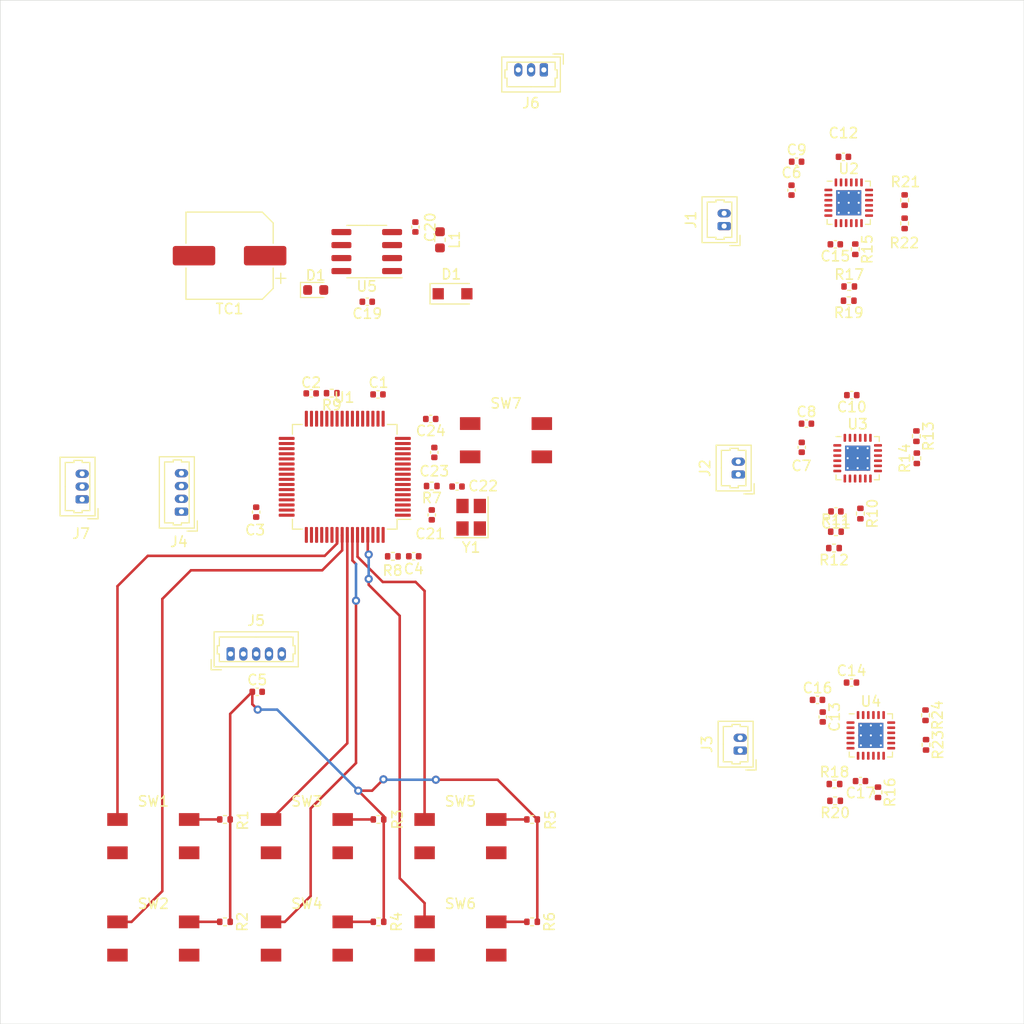
<source format=kicad_pcb>
(kicad_pcb (version 20171130) (host pcbnew "(5.1.10)-1")

  (general
    (thickness 1.6)
    (drawings 4)
    (tracks 73)
    (zones 0)
    (modules 71)
    (nets 118)
  )

  (page A4)
  (layers
    (0 F.Cu signal)
    (31 B.Cu signal)
    (32 B.Adhes user)
    (33 F.Adhes user)
    (34 B.Paste user)
    (35 F.Paste user)
    (36 B.SilkS user)
    (37 F.SilkS user)
    (38 B.Mask user)
    (39 F.Mask user)
    (40 Dwgs.User user)
    (41 Cmts.User user)
    (42 Eco1.User user)
    (43 Eco2.User user)
    (44 Edge.Cuts user)
    (45 Margin user)
    (46 B.CrtYd user)
    (47 F.CrtYd user)
    (48 B.Fab user)
    (49 F.Fab user)
  )

  (setup
    (last_trace_width 0.25)
    (user_trace_width 0.2)
    (user_trace_width 0.3)
    (user_trace_width 0.4)
    (user_trace_width 0.5)
    (trace_clearance 0.2)
    (zone_clearance 0.508)
    (zone_45_only no)
    (trace_min 0.14)
    (via_size 0.8)
    (via_drill 0.4)
    (via_min_size 0.4)
    (via_min_drill 0.3)
    (user_via 0.6 0.3)
    (user_via 1 0.5)
    (uvia_size 0.3)
    (uvia_drill 0.1)
    (uvias_allowed no)
    (uvia_min_size 0.2)
    (uvia_min_drill 0.1)
    (edge_width 0.05)
    (segment_width 0.2)
    (pcb_text_width 0.3)
    (pcb_text_size 1.5 1.5)
    (mod_edge_width 0.12)
    (mod_text_size 1 1)
    (mod_text_width 0.15)
    (pad_size 1.524 1.524)
    (pad_drill 0.762)
    (pad_to_mask_clearance 0)
    (aux_axis_origin 0 0)
    (visible_elements 7FFFFFFF)
    (pcbplotparams
      (layerselection 0x010fc_ffffffff)
      (usegerberextensions false)
      (usegerberattributes true)
      (usegerberadvancedattributes true)
      (creategerberjobfile true)
      (excludeedgelayer true)
      (linewidth 0.100000)
      (plotframeref false)
      (viasonmask false)
      (mode 1)
      (useauxorigin false)
      (hpglpennumber 1)
      (hpglpenspeed 20)
      (hpglpendiameter 15.000000)
      (psnegative false)
      (psa4output false)
      (plotreference true)
      (plotvalue true)
      (plotinvisibletext false)
      (padsonsilk false)
      (subtractmaskfromsilk false)
      (outputformat 1)
      (mirror false)
      (drillshape 0)
      (scaleselection 1)
      (outputdirectory "Gerber/"))
  )

  (net 0 "")
  (net 1 +24V)
  (net 2 "Net-(C9-Pad2)")
  (net 3 "Net-(C10-Pad2)")
  (net 4 "Net-(C12-Pad2)")
  (net 5 "Net-(C12-Pad1)")
  (net 6 "Net-(C14-Pad2)")
  (net 7 "Net-(C15-Pad1)")
  (net 8 "Net-(C16-Pad1)")
  (net 9 "Net-(C17-Pad1)")
  (net 10 "Net-(C19-Pad2)")
  (net 11 "Net-(C19-Pad1)")
  (net 12 "Net-(C21-Pad2)")
  (net 13 "Net-(C22-Pad2)")
  (net 14 NRST)
  (net 15 Motor1_OUT1)
  (net 16 Motor1_OUT2)
  (net 17 Motor2_OUT2)
  (net 18 Motor2_OUT1)
  (net 19 Motor3_OUT1)
  (net 20 Motor3_OUT2)
  (net 21 UART1_D_TX)
  (net 22 UART1_D_RX)
  (net 23 DBG_SWDIO)
  (net 24 DBG_SWCLK)
  (net 25 "Net-(R1-Pad1)")
  (net 26 "Net-(R2-Pad1)")
  (net 27 "Net-(R3-Pad1)")
  (net 28 "Net-(R4-Pad1)")
  (net 29 "Net-(R5-Pad1)")
  (net 30 "Net-(R6-Pad1)")
  (net 31 "Net-(R7-Pad2)")
  (net 32 SW1_FORWARD)
  (net 33 SW1_REVERSE)
  (net 34 SW2_FORWARD)
  (net 35 SW2_REVERSE)
  (net 36 SW3_FORWARD)
  (net 37 SW3_REVERSE)
  (net 38 "Net-(U1-Pad8)")
  (net 39 "Net-(U1-Pad9)")
  (net 40 "Net-(U1-Pad10)")
  (net 41 "Net-(U1-Pad11)")
  (net 42 "Net-(U1-Pad14)")
  (net 43 "Net-(U1-Pad15)")
  (net 44 "Net-(U1-Pad16)")
  (net 45 "Net-(U1-Pad17)")
  (net 46 "Net-(U1-Pad20)")
  (net 47 "Net-(U1-Pad21)")
  (net 48 "Net-(U1-Pad22)")
  (net 49 "Net-(U1-Pad23)")
  (net 50 "Net-(U1-Pad24)")
  (net 51 "Net-(U1-Pad25)")
  (net 52 "Net-(U1-Pad33)")
  (net 53 "Net-(U1-Pad41)")
  (net 54 "Net-(U1-Pad44)")
  (net 55 "Net-(U1-Pad45)")
  (net 56 "Net-(U1-Pad50)")
  (net 57 "Net-(U1-Pad51)")
  (net 58 "Net-(U1-Pad52)")
  (net 59 "Net-(U1-Pad53)")
  (net 60 "Net-(U1-Pad54)")
  (net 61 "Net-(U1-Pad62)")
  (net 62 "Net-(U2-Pad3)")
  (net 63 "Net-(U2-Pad4)")
  (net 64 "Net-(U2-Pad8)")
  (net 65 "Net-(U2-Pad13)")
  (net 66 "Net-(U2-Pad15)")
  (net 67 "Net-(U2-Pad17)")
  (net 68 "Net-(U2-Pad18)")
  (net 69 "Net-(U3-Pad3)")
  (net 70 "Net-(U3-Pad4)")
  (net 71 "Net-(U3-Pad8)")
  (net 72 "Net-(U3-Pad13)")
  (net 73 "Net-(U3-Pad15)")
  (net 74 "Net-(U3-Pad17)")
  (net 75 "Net-(U3-Pad18)")
  (net 76 "Net-(U4-Pad18)")
  (net 77 "Net-(U4-Pad17)")
  (net 78 "Net-(U4-Pad15)")
  (net 79 "Net-(U4-Pad13)")
  (net 80 "Net-(U4-Pad8)")
  (net 81 "Net-(U4-Pad4)")
  (net 82 "Net-(U4-Pad3)")
  (net 83 "Net-(U5-Pad2)")
  (net 84 "Net-(U5-Pad3)")
  (net 85 "Net-(U5-Pad5)")
  (net 86 BOOT0)
  (net 87 "Net-(R9-Pad1)")
  (net 88 "Net-(U1-Pad26)")
  (net 89 "Net-(U1-Pad27)")
  (net 90 Motor1_nFAULT)
  (net 91 "Net-(C8-Pad2)")
  (net 92 "Net-(C10-Pad1)")
  (net 93 "Net-(C11-Pad1)")
  (net 94 "Net-(C16-Pad2)")
  (net 95 "Net-(R10-Pad1)")
  (net 96 "Net-(R11-Pad2)")
  (net 97 "Net-(R13-Pad1)")
  (net 98 "Net-(R14-Pad1)")
  (net 99 "Net-(R15-Pad1)")
  (net 100 "Net-(R16-Pad1)")
  (net 101 "Net-(R17-Pad2)")
  (net 102 "Net-(R18-Pad2)")
  (net 103 "Net-(R21-Pad1)")
  (net 104 "Net-(R22-Pad1)")
  (net 105 "Net-(R23-Pad1)")
  (net 106 "Net-(R24-Pad1)")
  (net 107 Motor1_nSLEEP)
  (net 108 Motor2_nSLEEP)
  (net 109 Motor3_nSLEEP)
  (net 110 Motor3_EN)
  (net 111 Motor3_PH)
  (net 112 Motor1_EN)
  (net 113 Motor1_PH)
  (net 114 Motor2_EN)
  (net 115 Motor2_PH)
  (net 116 GND)
  (net 117 "Net-(J7-Pad3)")

  (net_class Default "This is the default net class."
    (clearance 0.2)
    (trace_width 0.25)
    (via_dia 0.8)
    (via_drill 0.4)
    (uvia_dia 0.3)
    (uvia_drill 0.1)
    (add_net +24V)
    (add_net BOOT0)
    (add_net DBG_SWCLK)
    (add_net DBG_SWDIO)
    (add_net GND)
    (add_net Motor1_EN)
    (add_net Motor1_OUT1)
    (add_net Motor1_OUT2)
    (add_net Motor1_PH)
    (add_net Motor1_nFAULT)
    (add_net Motor1_nSLEEP)
    (add_net Motor2_EN)
    (add_net Motor2_OUT1)
    (add_net Motor2_OUT2)
    (add_net Motor2_PH)
    (add_net Motor2_nSLEEP)
    (add_net Motor3_EN)
    (add_net Motor3_OUT1)
    (add_net Motor3_OUT2)
    (add_net Motor3_PH)
    (add_net Motor3_nSLEEP)
    (add_net NRST)
    (add_net "Net-(C10-Pad1)")
    (add_net "Net-(C10-Pad2)")
    (add_net "Net-(C11-Pad1)")
    (add_net "Net-(C12-Pad1)")
    (add_net "Net-(C12-Pad2)")
    (add_net "Net-(C14-Pad2)")
    (add_net "Net-(C15-Pad1)")
    (add_net "Net-(C16-Pad1)")
    (add_net "Net-(C16-Pad2)")
    (add_net "Net-(C17-Pad1)")
    (add_net "Net-(C19-Pad1)")
    (add_net "Net-(C19-Pad2)")
    (add_net "Net-(C21-Pad2)")
    (add_net "Net-(C22-Pad2)")
    (add_net "Net-(C8-Pad2)")
    (add_net "Net-(C9-Pad2)")
    (add_net "Net-(J7-Pad3)")
    (add_net "Net-(R1-Pad1)")
    (add_net "Net-(R10-Pad1)")
    (add_net "Net-(R11-Pad2)")
    (add_net "Net-(R13-Pad1)")
    (add_net "Net-(R14-Pad1)")
    (add_net "Net-(R15-Pad1)")
    (add_net "Net-(R16-Pad1)")
    (add_net "Net-(R17-Pad2)")
    (add_net "Net-(R18-Pad2)")
    (add_net "Net-(R2-Pad1)")
    (add_net "Net-(R21-Pad1)")
    (add_net "Net-(R22-Pad1)")
    (add_net "Net-(R23-Pad1)")
    (add_net "Net-(R24-Pad1)")
    (add_net "Net-(R3-Pad1)")
    (add_net "Net-(R4-Pad1)")
    (add_net "Net-(R5-Pad1)")
    (add_net "Net-(R6-Pad1)")
    (add_net "Net-(R7-Pad2)")
    (add_net "Net-(R9-Pad1)")
    (add_net "Net-(U1-Pad10)")
    (add_net "Net-(U1-Pad11)")
    (add_net "Net-(U1-Pad14)")
    (add_net "Net-(U1-Pad15)")
    (add_net "Net-(U1-Pad16)")
    (add_net "Net-(U1-Pad17)")
    (add_net "Net-(U1-Pad20)")
    (add_net "Net-(U1-Pad21)")
    (add_net "Net-(U1-Pad22)")
    (add_net "Net-(U1-Pad23)")
    (add_net "Net-(U1-Pad24)")
    (add_net "Net-(U1-Pad25)")
    (add_net "Net-(U1-Pad26)")
    (add_net "Net-(U1-Pad27)")
    (add_net "Net-(U1-Pad33)")
    (add_net "Net-(U1-Pad41)")
    (add_net "Net-(U1-Pad44)")
    (add_net "Net-(U1-Pad45)")
    (add_net "Net-(U1-Pad50)")
    (add_net "Net-(U1-Pad51)")
    (add_net "Net-(U1-Pad52)")
    (add_net "Net-(U1-Pad53)")
    (add_net "Net-(U1-Pad54)")
    (add_net "Net-(U1-Pad62)")
    (add_net "Net-(U1-Pad8)")
    (add_net "Net-(U1-Pad9)")
    (add_net "Net-(U2-Pad13)")
    (add_net "Net-(U2-Pad15)")
    (add_net "Net-(U2-Pad17)")
    (add_net "Net-(U2-Pad18)")
    (add_net "Net-(U2-Pad3)")
    (add_net "Net-(U2-Pad4)")
    (add_net "Net-(U2-Pad8)")
    (add_net "Net-(U3-Pad13)")
    (add_net "Net-(U3-Pad15)")
    (add_net "Net-(U3-Pad17)")
    (add_net "Net-(U3-Pad18)")
    (add_net "Net-(U3-Pad3)")
    (add_net "Net-(U3-Pad4)")
    (add_net "Net-(U3-Pad8)")
    (add_net "Net-(U4-Pad13)")
    (add_net "Net-(U4-Pad15)")
    (add_net "Net-(U4-Pad17)")
    (add_net "Net-(U4-Pad18)")
    (add_net "Net-(U4-Pad3)")
    (add_net "Net-(U4-Pad4)")
    (add_net "Net-(U4-Pad8)")
    (add_net "Net-(U5-Pad2)")
    (add_net "Net-(U5-Pad3)")
    (add_net "Net-(U5-Pad5)")
    (add_net SW1_FORWARD)
    (add_net SW1_REVERSE)
    (add_net SW2_FORWARD)
    (add_net SW2_REVERSE)
    (add_net SW3_FORWARD)
    (add_net SW3_REVERSE)
    (add_net UART1_D_RX)
    (add_net UART1_D_TX)
  )

  (net_class Power ""
    (clearance 0.5)
    (trace_width 0.5)
    (via_dia 1)
    (via_drill 0.5)
    (uvia_dia 0.3)
    (uvia_drill 0.1)
  )

  (module Connector_Molex:Molex_PicoBlade_53047-0510_1x05_P1.25mm_Vertical (layer F.Cu) (tedit 5B783167) (tstamp 60FA4979)
    (at 107.55 117.2)
    (descr "Molex PicoBlade Connector System, 53047-0510, 5 Pins per row (http://www.molex.com/pdm_docs/sd/530470610_sd.pdf), generated with kicad-footprint-generator")
    (tags "connector Molex PicoBlade side entry")
    (path /60EFE966)
    (fp_text reference J5 (at 2.5 -3.25) (layer F.SilkS)
      (effects (font (size 1 1) (thickness 0.15)))
    )
    (fp_text value Conn_01x05 (at 2.5 2.35) (layer F.Fab) hide
      (effects (font (size 1 1) (thickness 0.15)))
    )
    (fp_line (start 7 -2.55) (end -2 -2.55) (layer F.CrtYd) (width 0.05))
    (fp_line (start 7 1.65) (end 7 -2.55) (layer F.CrtYd) (width 0.05))
    (fp_line (start -2 1.65) (end 7 1.65) (layer F.CrtYd) (width 0.05))
    (fp_line (start -2 -2.55) (end -2 1.65) (layer F.CrtYd) (width 0.05))
    (fp_line (start 0 0.442893) (end 0.5 1.15) (layer F.Fab) (width 0.1))
    (fp_line (start -0.5 1.15) (end 0 0.442893) (layer F.Fab) (width 0.1))
    (fp_line (start -1.9 1.55) (end -0.9 1.55) (layer F.SilkS) (width 0.12))
    (fp_line (start -1.9 1.55) (end -1.9 0.55) (layer F.SilkS) (width 0.12))
    (fp_line (start 6.1 -1.65) (end 2.5 -1.65) (layer F.SilkS) (width 0.12))
    (fp_line (start 6.1 -0.8) (end 6.1 -1.65) (layer F.SilkS) (width 0.12))
    (fp_line (start 6.3 -0.8) (end 6.1 -0.8) (layer F.SilkS) (width 0.12))
    (fp_line (start 6.3 0) (end 6.3 -0.8) (layer F.SilkS) (width 0.12))
    (fp_line (start 6.1 0) (end 6.3 0) (layer F.SilkS) (width 0.12))
    (fp_line (start 6.1 0.75) (end 6.1 0) (layer F.SilkS) (width 0.12))
    (fp_line (start 2.5 0.75) (end 6.1 0.75) (layer F.SilkS) (width 0.12))
    (fp_line (start -1.1 -1.65) (end 2.5 -1.65) (layer F.SilkS) (width 0.12))
    (fp_line (start -1.1 -0.8) (end -1.1 -1.65) (layer F.SilkS) (width 0.12))
    (fp_line (start -1.3 -0.8) (end -1.1 -0.8) (layer F.SilkS) (width 0.12))
    (fp_line (start -1.3 0) (end -1.3 -0.8) (layer F.SilkS) (width 0.12))
    (fp_line (start -1.1 0) (end -1.3 0) (layer F.SilkS) (width 0.12))
    (fp_line (start -1.1 0.75) (end -1.1 0) (layer F.SilkS) (width 0.12))
    (fp_line (start 2.5 0.75) (end -1.1 0.75) (layer F.SilkS) (width 0.12))
    (fp_line (start 6.61 -2.16) (end -1.61 -2.16) (layer F.SilkS) (width 0.12))
    (fp_line (start 6.61 1.26) (end 6.61 -2.16) (layer F.SilkS) (width 0.12))
    (fp_line (start -1.61 1.26) (end 6.61 1.26) (layer F.SilkS) (width 0.12))
    (fp_line (start -1.61 -2.16) (end -1.61 1.26) (layer F.SilkS) (width 0.12))
    (fp_line (start 6.5 -2.05) (end -1.5 -2.05) (layer F.Fab) (width 0.1))
    (fp_line (start 6.5 1.15) (end 6.5 -2.05) (layer F.Fab) (width 0.1))
    (fp_line (start -1.5 1.15) (end 6.5 1.15) (layer F.Fab) (width 0.1))
    (fp_line (start -1.5 -2.05) (end -1.5 1.15) (layer F.Fab) (width 0.1))
    (fp_text user %R (at 2.5 -1.35) (layer F.Fab) hide
      (effects (font (size 1 1) (thickness 0.15)))
    )
    (pad 1 thru_hole roundrect (at 0 0) (size 0.8 1.3) (drill 0.5) (layers *.Cu *.Mask) (roundrect_rratio 0.25)
      (net 90 Motor1_nFAULT))
    (pad 2 thru_hole oval (at 1.25 0) (size 0.8 1.3) (drill 0.5) (layers *.Cu *.Mask)
      (net 90 Motor1_nFAULT))
    (pad 3 thru_hole oval (at 2.5 0) (size 0.8 1.3) (drill 0.5) (layers *.Cu *.Mask)
      (net 14 NRST))
    (pad 4 thru_hole oval (at 3.75 0) (size 0.8 1.3) (drill 0.5) (layers *.Cu *.Mask)
      (net 23 DBG_SWDIO))
    (pad 5 thru_hole oval (at 5 0) (size 0.8 1.3) (drill 0.5) (layers *.Cu *.Mask)
      (net 24 DBG_SWCLK))
    (model ${KISYS3DMOD}/Connector_Molex.3dshapes/Molex_PicoBlade_53047-0510_1x05_P1.25mm_Vertical.wrl
      (at (xyz 0 0 0))
      (scale (xyz 1 1 1))
      (rotate (xyz 0 0 0))
    )
  )

  (module Package_DFN_QFN:VQFN-24-1EP_4x4mm_P0.5mm_EP2.45x2.45mm_ThermalVias (layer F.Cu) (tedit 5DC5F6A8) (tstamp 60FEB3E6)
    (at 167.9275 73.1325)
    (descr "VQFN, 24 Pin (http://www.ti.com/lit/ds/symlink/msp430f1101a.pdf), generated with kicad-footprint-generator ipc_noLead_generator.py")
    (tags "VQFN NoLead")
    (path /612E06AC)
    (attr smd)
    (fp_text reference U2 (at 0 -3.32) (layer F.SilkS)
      (effects (font (size 1 1) (thickness 0.15)))
    )
    (fp_text value DRV8256ERGER (at 0 3.32) (layer F.Fab)
      (effects (font (size 1 1) (thickness 0.15)))
    )
    (fp_line (start 2.62 -2.62) (end -2.62 -2.62) (layer F.CrtYd) (width 0.05))
    (fp_line (start 2.62 2.62) (end 2.62 -2.62) (layer F.CrtYd) (width 0.05))
    (fp_line (start -2.62 2.62) (end 2.62 2.62) (layer F.CrtYd) (width 0.05))
    (fp_line (start -2.62 -2.62) (end -2.62 2.62) (layer F.CrtYd) (width 0.05))
    (fp_line (start -2 -1) (end -1 -2) (layer F.Fab) (width 0.1))
    (fp_line (start -2 2) (end -2 -1) (layer F.Fab) (width 0.1))
    (fp_line (start 2 2) (end -2 2) (layer F.Fab) (width 0.1))
    (fp_line (start 2 -2) (end 2 2) (layer F.Fab) (width 0.1))
    (fp_line (start -1 -2) (end 2 -2) (layer F.Fab) (width 0.1))
    (fp_line (start -1.635 -2.11) (end -2.11 -2.11) (layer F.SilkS) (width 0.12))
    (fp_line (start 2.11 2.11) (end 2.11 1.635) (layer F.SilkS) (width 0.12))
    (fp_line (start 1.635 2.11) (end 2.11 2.11) (layer F.SilkS) (width 0.12))
    (fp_line (start -2.11 2.11) (end -2.11 1.635) (layer F.SilkS) (width 0.12))
    (fp_line (start -1.635 2.11) (end -2.11 2.11) (layer F.SilkS) (width 0.12))
    (fp_line (start 2.11 -2.11) (end 2.11 -1.635) (layer F.SilkS) (width 0.12))
    (fp_line (start 1.635 -2.11) (end 2.11 -2.11) (layer F.SilkS) (width 0.12))
    (fp_text user %R (at 0 0) (layer F.Fab)
      (effects (font (size 1 1) (thickness 0.15)))
    )
    (pad 1 smd roundrect (at -1.9875 -1.25) (size 0.775 0.25) (layers F.Cu F.Paste F.Mask) (roundrect_rratio 0.25)
      (net 1 +24V))
    (pad 2 smd roundrect (at -1.9875 -0.75) (size 0.775 0.25) (layers F.Cu F.Paste F.Mask) (roundrect_rratio 0.25)
      (net 116 GND))
    (pad 3 smd roundrect (at -1.9875 -0.25) (size 0.775 0.25) (layers F.Cu F.Paste F.Mask) (roundrect_rratio 0.25)
      (net 62 "Net-(U2-Pad3)"))
    (pad 4 smd roundrect (at -1.9875 0.25) (size 0.775 0.25) (layers F.Cu F.Paste F.Mask) (roundrect_rratio 0.25)
      (net 63 "Net-(U2-Pad4)"))
    (pad 5 smd roundrect (at -1.9875 0.75) (size 0.775 0.25) (layers F.Cu F.Paste F.Mask) (roundrect_rratio 0.25)
      (net 16 Motor1_OUT2))
    (pad 6 smd roundrect (at -1.9875 1.25) (size 0.775 0.25) (layers F.Cu F.Paste F.Mask) (roundrect_rratio 0.25)
      (net 15 Motor1_OUT1))
    (pad 7 smd roundrect (at -1.25 1.9875) (size 0.25 0.775) (layers F.Cu F.Paste F.Mask) (roundrect_rratio 0.25)
      (net 116 GND))
    (pad 8 smd roundrect (at -0.75 1.9875) (size 0.25 0.775) (layers F.Cu F.Paste F.Mask) (roundrect_rratio 0.25)
      (net 64 "Net-(U2-Pad8)"))
    (pad 9 smd roundrect (at -0.25 1.9875) (size 0.25 0.775) (layers F.Cu F.Paste F.Mask) (roundrect_rratio 0.25)
      (net 116 GND))
    (pad 10 smd roundrect (at 0.25 1.9875) (size 0.25 0.775) (layers F.Cu F.Paste F.Mask) (roundrect_rratio 0.25)
      (net 7 "Net-(C15-Pad1)"))
    (pad 11 smd roundrect (at 0.75 1.9875) (size 0.25 0.775) (layers F.Cu F.Paste F.Mask) (roundrect_rratio 0.25)
      (net 99 "Net-(R15-Pad1)"))
    (pad 12 smd roundrect (at 1.25 1.9875) (size 0.25 0.775) (layers F.Cu F.Paste F.Mask) (roundrect_rratio 0.25)
      (net 101 "Net-(R17-Pad2)"))
    (pad 13 smd roundrect (at 1.9875 1.25) (size 0.775 0.25) (layers F.Cu F.Paste F.Mask) (roundrect_rratio 0.25)
      (net 65 "Net-(U2-Pad13)"))
    (pad 14 smd roundrect (at 1.9875 0.75) (size 0.775 0.25) (layers F.Cu F.Paste F.Mask) (roundrect_rratio 0.25)
      (net 104 "Net-(R22-Pad1)"))
    (pad 15 smd roundrect (at 1.9875 0.25) (size 0.775 0.25) (layers F.Cu F.Paste F.Mask) (roundrect_rratio 0.25)
      (net 66 "Net-(U2-Pad15)"))
    (pad 16 smd roundrect (at 1.9875 -0.25) (size 0.775 0.25) (layers F.Cu F.Paste F.Mask) (roundrect_rratio 0.25)
      (net 103 "Net-(R21-Pad1)"))
    (pad 17 smd roundrect (at 1.9875 -0.75) (size 0.775 0.25) (layers F.Cu F.Paste F.Mask) (roundrect_rratio 0.25)
      (net 67 "Net-(U2-Pad17)"))
    (pad 18 smd roundrect (at 1.9875 -1.25) (size 0.775 0.25) (layers F.Cu F.Paste F.Mask) (roundrect_rratio 0.25)
      (net 68 "Net-(U2-Pad18)"))
    (pad 19 smd roundrect (at 1.25 -1.9875) (size 0.25 0.775) (layers F.Cu F.Paste F.Mask) (roundrect_rratio 0.25)
      (net 113 Motor1_PH))
    (pad 20 smd roundrect (at 0.75 -1.9875) (size 0.25 0.775) (layers F.Cu F.Paste F.Mask) (roundrect_rratio 0.25)
      (net 112 Motor1_EN))
    (pad 21 smd roundrect (at 0.25 -1.9875) (size 0.25 0.775) (layers F.Cu F.Paste F.Mask) (roundrect_rratio 0.25)
      (net 107 Motor1_nSLEEP))
    (pad 22 smd roundrect (at -0.25 -1.9875) (size 0.25 0.775) (layers F.Cu F.Paste F.Mask) (roundrect_rratio 0.25)
      (net 5 "Net-(C12-Pad1)"))
    (pad 23 smd roundrect (at -0.75 -1.9875) (size 0.25 0.775) (layers F.Cu F.Paste F.Mask) (roundrect_rratio 0.25)
      (net 4 "Net-(C12-Pad2)"))
    (pad 24 smd roundrect (at -1.25 -1.9875) (size 0.25 0.775) (layers F.Cu F.Paste F.Mask) (roundrect_rratio 0.25)
      (net 2 "Net-(C9-Pad2)"))
    (pad 25 smd rect (at 0 0) (size 2.45 2.45) (layers F.Cu F.Mask))
    (pad 25 thru_hole circle (at -0.975 -0.975) (size 0.5 0.5) (drill 0.2) (layers *.Cu))
    (pad 25 thru_hole circle (at 0 -0.975) (size 0.5 0.5) (drill 0.2) (layers *.Cu))
    (pad 25 thru_hole circle (at 0.975 -0.975) (size 0.5 0.5) (drill 0.2) (layers *.Cu))
    (pad 25 thru_hole circle (at -0.975 0) (size 0.5 0.5) (drill 0.2) (layers *.Cu))
    (pad 25 thru_hole circle (at 0 0) (size 0.5 0.5) (drill 0.2) (layers *.Cu))
    (pad 25 thru_hole circle (at 0.975 0) (size 0.5 0.5) (drill 0.2) (layers *.Cu))
    (pad 25 thru_hole circle (at -0.975 0.975) (size 0.5 0.5) (drill 0.2) (layers *.Cu))
    (pad 25 thru_hole circle (at 0 0.975) (size 0.5 0.5) (drill 0.2) (layers *.Cu))
    (pad 25 thru_hole circle (at 0.975 0.975) (size 0.5 0.5) (drill 0.2) (layers *.Cu))
    (pad 25 smd rect (at 0 0) (size 2.45 2.45) (layers B.Cu))
    (pad "" smd custom (at -0.4875 -0.4875) (size 0.755518 0.755518) (layers F.Paste)
      (options (clearance outline) (anchor circle))
      (primitives
        (gr_poly (pts
           (xy -0.301276 -0.174554) (xy -0.174554 -0.301276) (xy 0.174554 -0.301276) (xy 0.301276 -0.174554) (xy 0.301276 0.174554)
           (xy 0.174554 0.301276) (xy -0.174554 0.301276) (xy -0.301276 0.174554)) (width 0.305933))
      ))
    (pad "" smd custom (at -0.4875 0.4875) (size 0.755518 0.755518) (layers F.Paste)
      (options (clearance outline) (anchor circle))
      (primitives
        (gr_poly (pts
           (xy -0.301276 -0.174554) (xy -0.174554 -0.301276) (xy 0.174554 -0.301276) (xy 0.301276 -0.174554) (xy 0.301276 0.174554)
           (xy 0.174554 0.301276) (xy -0.174554 0.301276) (xy -0.301276 0.174554)) (width 0.305933))
      ))
    (pad "" smd custom (at 0.4875 -0.4875) (size 0.755518 0.755518) (layers F.Paste)
      (options (clearance outline) (anchor circle))
      (primitives
        (gr_poly (pts
           (xy -0.301276 -0.174554) (xy -0.174554 -0.301276) (xy 0.174554 -0.301276) (xy 0.301276 -0.174554) (xy 0.301276 0.174554)
           (xy 0.174554 0.301276) (xy -0.174554 0.301276) (xy -0.301276 0.174554)) (width 0.305933))
      ))
    (pad "" smd custom (at 0.4875 0.4875) (size 0.755518 0.755518) (layers F.Paste)
      (options (clearance outline) (anchor circle))
      (primitives
        (gr_poly (pts
           (xy -0.301276 -0.174554) (xy -0.174554 -0.301276) (xy 0.174554 -0.301276) (xy 0.301276 -0.174554) (xy 0.301276 0.174554)
           (xy 0.174554 0.301276) (xy -0.174554 0.301276) (xy -0.301276 0.174554)) (width 0.305933))
      ))
    (model ${KISYS3DMOD}/Package_DFN_QFN.3dshapes/VQFN-24-1EP_4x4mm_P0.5mm_EP2.45x2.45mm.wrl
      (at (xyz 0 0 0))
      (scale (xyz 1 1 1))
      (rotate (xyz 0 0 0))
    )
  )

  (module Resistor_SMD:R_0402_1005Metric (layer F.Cu) (tedit 5F68FEEE) (tstamp 60FEB046)
    (at 117.43 91.73 180)
    (descr "Resistor SMD 0402 (1005 Metric), square (rectangular) end terminal, IPC_7351 nominal, (Body size source: IPC-SM-782 page 72, https://www.pcb-3d.com/wordpress/wp-content/uploads/ipc-sm-782a_amendment_1_and_2.pdf), generated with kicad-footprint-generator")
    (tags resistor)
    (path /61376719)
    (attr smd)
    (fp_text reference R9 (at 0 -1.17) (layer F.SilkS)
      (effects (font (size 1 1) (thickness 0.15)))
    )
    (fp_text value 103J,1005 (at 0 1.17) (layer F.Fab)
      (effects (font (size 1 1) (thickness 0.15)))
    )
    (fp_line (start 0.93 0.47) (end -0.93 0.47) (layer F.CrtYd) (width 0.05))
    (fp_line (start 0.93 -0.47) (end 0.93 0.47) (layer F.CrtYd) (width 0.05))
    (fp_line (start -0.93 -0.47) (end 0.93 -0.47) (layer F.CrtYd) (width 0.05))
    (fp_line (start -0.93 0.47) (end -0.93 -0.47) (layer F.CrtYd) (width 0.05))
    (fp_line (start -0.153641 0.38) (end 0.153641 0.38) (layer F.SilkS) (width 0.12))
    (fp_line (start -0.153641 -0.38) (end 0.153641 -0.38) (layer F.SilkS) (width 0.12))
    (fp_line (start 0.525 0.27) (end -0.525 0.27) (layer F.Fab) (width 0.1))
    (fp_line (start 0.525 -0.27) (end 0.525 0.27) (layer F.Fab) (width 0.1))
    (fp_line (start -0.525 -0.27) (end 0.525 -0.27) (layer F.Fab) (width 0.1))
    (fp_line (start -0.525 0.27) (end -0.525 -0.27) (layer F.Fab) (width 0.1))
    (fp_text user %R (at 0 0) (layer F.Fab)
      (effects (font (size 0.26 0.26) (thickness 0.04)))
    )
    (pad 1 smd roundrect (at -0.51 0 180) (size 0.54 0.64) (layers F.Cu F.Paste F.Mask) (roundrect_rratio 0.25)
      (net 87 "Net-(R9-Pad1)"))
    (pad 2 smd roundrect (at 0.51 0 180) (size 0.54 0.64) (layers F.Cu F.Paste F.Mask) (roundrect_rratio 0.25)
      (net 116 GND))
    (model ${KISYS3DMOD}/Resistor_SMD.3dshapes/R_0402_1005Metric.wrl
      (at (xyz 0 0 0))
      (scale (xyz 1 1 1))
      (rotate (xyz 0 0 0))
    )
  )

  (module Resistor_SMD:R_0402_1005Metric (layer F.Cu) (tedit 5F68FEEE) (tstamp 60FEB035)
    (at 123.4 107.67)
    (descr "Resistor SMD 0402 (1005 Metric), square (rectangular) end terminal, IPC_7351 nominal, (Body size source: IPC-SM-782 page 72, https://www.pcb-3d.com/wordpress/wp-content/uploads/ipc-sm-782a_amendment_1_and_2.pdf), generated with kicad-footprint-generator")
    (tags resistor)
    (path /6124A825)
    (attr smd)
    (fp_text reference R8 (at -0.03 1.39) (layer F.SilkS)
      (effects (font (size 1 1) (thickness 0.15)))
    )
    (fp_text value 103J,1005 (at 0 1.17) (layer F.Fab)
      (effects (font (size 1 1) (thickness 0.15)))
    )
    (fp_text user %R (at 0 0) (layer F.Fab)
      (effects (font (size 0.26 0.26) (thickness 0.04)))
    )
    (fp_line (start -0.525 0.27) (end -0.525 -0.27) (layer F.Fab) (width 0.1))
    (fp_line (start -0.525 -0.27) (end 0.525 -0.27) (layer F.Fab) (width 0.1))
    (fp_line (start 0.525 -0.27) (end 0.525 0.27) (layer F.Fab) (width 0.1))
    (fp_line (start 0.525 0.27) (end -0.525 0.27) (layer F.Fab) (width 0.1))
    (fp_line (start -0.153641 -0.38) (end 0.153641 -0.38) (layer F.SilkS) (width 0.12))
    (fp_line (start -0.153641 0.38) (end 0.153641 0.38) (layer F.SilkS) (width 0.12))
    (fp_line (start -0.93 0.47) (end -0.93 -0.47) (layer F.CrtYd) (width 0.05))
    (fp_line (start -0.93 -0.47) (end 0.93 -0.47) (layer F.CrtYd) (width 0.05))
    (fp_line (start 0.93 -0.47) (end 0.93 0.47) (layer F.CrtYd) (width 0.05))
    (fp_line (start 0.93 0.47) (end -0.93 0.47) (layer F.CrtYd) (width 0.05))
    (pad 2 smd roundrect (at 0.51 0) (size 0.54 0.64) (layers F.Cu F.Paste F.Mask) (roundrect_rratio 0.25)
      (net 116 GND))
    (pad 1 smd roundrect (at -0.51 0) (size 0.54 0.64) (layers F.Cu F.Paste F.Mask) (roundrect_rratio 0.25)
      (net 86 BOOT0))
    (model ${KISYS3DMOD}/Resistor_SMD.3dshapes/R_0402_1005Metric.wrl
      (at (xyz 0 0 0))
      (scale (xyz 1 1 1))
      (rotate (xyz 0 0 0))
    )
  )

  (module Capacitor_SMD:C_0402_1005Metric (layer F.Cu) (tedit 5F68FEEE) (tstamp 60FEABEE)
    (at 166.62 77.19 180)
    (descr "Capacitor SMD 0402 (1005 Metric), square (rectangular) end terminal, IPC_7351 nominal, (Body size source: IPC-SM-782 page 76, https://www.pcb-3d.com/wordpress/wp-content/uploads/ipc-sm-782a_amendment_1_and_2.pdf), generated with kicad-footprint-generator")
    (tags capacitor)
    (path /612E06DD)
    (attr smd)
    (fp_text reference C15 (at 0 -1.16) (layer F.SilkS)
      (effects (font (size 1 1) (thickness 0.15)))
    )
    (fp_text value 474K,1005 (at 0 1.16) (layer F.Fab)
      (effects (font (size 1 1) (thickness 0.15)))
    )
    (fp_line (start 0.91 0.46) (end -0.91 0.46) (layer F.CrtYd) (width 0.05))
    (fp_line (start 0.91 -0.46) (end 0.91 0.46) (layer F.CrtYd) (width 0.05))
    (fp_line (start -0.91 -0.46) (end 0.91 -0.46) (layer F.CrtYd) (width 0.05))
    (fp_line (start -0.91 0.46) (end -0.91 -0.46) (layer F.CrtYd) (width 0.05))
    (fp_line (start -0.107836 0.36) (end 0.107836 0.36) (layer F.SilkS) (width 0.12))
    (fp_line (start -0.107836 -0.36) (end 0.107836 -0.36) (layer F.SilkS) (width 0.12))
    (fp_line (start 0.5 0.25) (end -0.5 0.25) (layer F.Fab) (width 0.1))
    (fp_line (start 0.5 -0.25) (end 0.5 0.25) (layer F.Fab) (width 0.1))
    (fp_line (start -0.5 -0.25) (end 0.5 -0.25) (layer F.Fab) (width 0.1))
    (fp_line (start -0.5 0.25) (end -0.5 -0.25) (layer F.Fab) (width 0.1))
    (fp_text user %R (at 0 0) (layer F.Fab)
      (effects (font (size 0.25 0.25) (thickness 0.04)))
    )
    (pad 1 smd roundrect (at -0.48 0 180) (size 0.56 0.62) (layers F.Cu F.Paste F.Mask) (roundrect_rratio 0.25)
      (net 7 "Net-(C15-Pad1)"))
    (pad 2 smd roundrect (at 0.48 0 180) (size 0.56 0.62) (layers F.Cu F.Paste F.Mask) (roundrect_rratio 0.25)
      (net 116 GND))
    (model ${KISYS3DMOD}/Capacitor_SMD.3dshapes/C_0402_1005Metric.wrl
      (at (xyz 0 0 0))
      (scale (xyz 1 1 1))
      (rotate (xyz 0 0 0))
    )
  )

  (module Capacitor_SMD:C_0402_1005Metric (layer F.Cu) (tedit 5F68FEEE) (tstamp 60FEAB9D)
    (at 167.415 68.645 180)
    (descr "Capacitor SMD 0402 (1005 Metric), square (rectangular) end terminal, IPC_7351 nominal, (Body size source: IPC-SM-782 page 76, https://www.pcb-3d.com/wordpress/wp-content/uploads/ipc-sm-782a_amendment_1_and_2.pdf), generated with kicad-footprint-generator")
    (tags capacitor)
    (path /612E06D3)
    (attr smd)
    (fp_text reference C12 (at 0 2.325) (layer F.SilkS)
      (effects (font (size 1 1) (thickness 0.15)))
    )
    (fp_text value 223K,1004 (at 0 1.16) (layer F.Fab)
      (effects (font (size 1 1) (thickness 0.15)))
    )
    (fp_text user %R (at 0 0) (layer F.Fab)
      (effects (font (size 0.25 0.25) (thickness 0.04)))
    )
    (fp_line (start -0.5 0.25) (end -0.5 -0.25) (layer F.Fab) (width 0.1))
    (fp_line (start -0.5 -0.25) (end 0.5 -0.25) (layer F.Fab) (width 0.1))
    (fp_line (start 0.5 -0.25) (end 0.5 0.25) (layer F.Fab) (width 0.1))
    (fp_line (start 0.5 0.25) (end -0.5 0.25) (layer F.Fab) (width 0.1))
    (fp_line (start -0.107836 -0.36) (end 0.107836 -0.36) (layer F.SilkS) (width 0.12))
    (fp_line (start -0.107836 0.36) (end 0.107836 0.36) (layer F.SilkS) (width 0.12))
    (fp_line (start -0.91 0.46) (end -0.91 -0.46) (layer F.CrtYd) (width 0.05))
    (fp_line (start -0.91 -0.46) (end 0.91 -0.46) (layer F.CrtYd) (width 0.05))
    (fp_line (start 0.91 -0.46) (end 0.91 0.46) (layer F.CrtYd) (width 0.05))
    (fp_line (start 0.91 0.46) (end -0.91 0.46) (layer F.CrtYd) (width 0.05))
    (pad 2 smd roundrect (at 0.48 0 180) (size 0.56 0.62) (layers F.Cu F.Paste F.Mask) (roundrect_rratio 0.25)
      (net 4 "Net-(C12-Pad2)"))
    (pad 1 smd roundrect (at -0.48 0 180) (size 0.56 0.62) (layers F.Cu F.Paste F.Mask) (roundrect_rratio 0.25)
      (net 5 "Net-(C12-Pad1)"))
    (model ${KISYS3DMOD}/Capacitor_SMD.3dshapes/C_0402_1005Metric.wrl
      (at (xyz 0 0 0))
      (scale (xyz 1 1 1))
      (rotate (xyz 0 0 0))
    )
  )

  (module Capacitor_SMD:C_0402_1005Metric (layer F.Cu) (tedit 5F68FEEE) (tstamp 60FEAB4C)
    (at 162.84 69.12)
    (descr "Capacitor SMD 0402 (1005 Metric), square (rectangular) end terminal, IPC_7351 nominal, (Body size source: IPC-SM-782 page 76, https://www.pcb-3d.com/wordpress/wp-content/uploads/ipc-sm-782a_amendment_1_and_2.pdf), generated with kicad-footprint-generator")
    (tags capacitor)
    (path /612E06CC)
    (attr smd)
    (fp_text reference C9 (at 0 -1.16) (layer F.SilkS)
      (effects (font (size 1 1) (thickness 0.15)))
    )
    (fp_text value 224K,1005 (at 0 1.16) (layer F.Fab)
      (effects (font (size 1 1) (thickness 0.15)))
    )
    (fp_text user %R (at 0 0) (layer F.Fab)
      (effects (font (size 0.25 0.25) (thickness 0.04)))
    )
    (fp_line (start -0.5 0.25) (end -0.5 -0.25) (layer F.Fab) (width 0.1))
    (fp_line (start -0.5 -0.25) (end 0.5 -0.25) (layer F.Fab) (width 0.1))
    (fp_line (start 0.5 -0.25) (end 0.5 0.25) (layer F.Fab) (width 0.1))
    (fp_line (start 0.5 0.25) (end -0.5 0.25) (layer F.Fab) (width 0.1))
    (fp_line (start -0.107836 -0.36) (end 0.107836 -0.36) (layer F.SilkS) (width 0.12))
    (fp_line (start -0.107836 0.36) (end 0.107836 0.36) (layer F.SilkS) (width 0.12))
    (fp_line (start -0.91 0.46) (end -0.91 -0.46) (layer F.CrtYd) (width 0.05))
    (fp_line (start -0.91 -0.46) (end 0.91 -0.46) (layer F.CrtYd) (width 0.05))
    (fp_line (start 0.91 -0.46) (end 0.91 0.46) (layer F.CrtYd) (width 0.05))
    (fp_line (start 0.91 0.46) (end -0.91 0.46) (layer F.CrtYd) (width 0.05))
    (pad 2 smd roundrect (at 0.48 0) (size 0.56 0.62) (layers F.Cu F.Paste F.Mask) (roundrect_rratio 0.25)
      (net 2 "Net-(C9-Pad2)"))
    (pad 1 smd roundrect (at -0.48 0) (size 0.56 0.62) (layers F.Cu F.Paste F.Mask) (roundrect_rratio 0.25)
      (net 1 +24V))
    (model ${KISYS3DMOD}/Capacitor_SMD.3dshapes/C_0402_1005Metric.wrl
      (at (xyz 0 0 0))
      (scale (xyz 1 1 1))
      (rotate (xyz 0 0 0))
    )
  )

  (module Capacitor_SMD:C_0402_1005Metric (layer F.Cu) (tedit 5F68FEEE) (tstamp 60FEC57E)
    (at 162.34 71.9 270)
    (descr "Capacitor SMD 0402 (1005 Metric), square (rectangular) end terminal, IPC_7351 nominal, (Body size source: IPC-SM-782 page 76, https://www.pcb-3d.com/wordpress/wp-content/uploads/ipc-sm-782a_amendment_1_and_2.pdf), generated with kicad-footprint-generator")
    (tags capacitor)
    (path /612E06B9)
    (attr smd)
    (fp_text reference C6 (at -1.7 0 180) (layer F.SilkS)
      (effects (font (size 1 1) (thickness 0.15)))
    )
    (fp_text value 103K,1005 (at 0 1.16 90) (layer F.Fab)
      (effects (font (size 1 1) (thickness 0.15)))
    )
    (fp_line (start 0.91 0.46) (end -0.91 0.46) (layer F.CrtYd) (width 0.05))
    (fp_line (start 0.91 -0.46) (end 0.91 0.46) (layer F.CrtYd) (width 0.05))
    (fp_line (start -0.91 -0.46) (end 0.91 -0.46) (layer F.CrtYd) (width 0.05))
    (fp_line (start -0.91 0.46) (end -0.91 -0.46) (layer F.CrtYd) (width 0.05))
    (fp_line (start -0.107836 0.36) (end 0.107836 0.36) (layer F.SilkS) (width 0.12))
    (fp_line (start -0.107836 -0.36) (end 0.107836 -0.36) (layer F.SilkS) (width 0.12))
    (fp_line (start 0.5 0.25) (end -0.5 0.25) (layer F.Fab) (width 0.1))
    (fp_line (start 0.5 -0.25) (end 0.5 0.25) (layer F.Fab) (width 0.1))
    (fp_line (start -0.5 -0.25) (end 0.5 -0.25) (layer F.Fab) (width 0.1))
    (fp_line (start -0.5 0.25) (end -0.5 -0.25) (layer F.Fab) (width 0.1))
    (fp_text user %R (at 0 0 90) (layer F.Fab)
      (effects (font (size 0.25 0.25) (thickness 0.04)))
    )
    (pad 1 smd roundrect (at -0.48 0 270) (size 0.56 0.62) (layers F.Cu F.Paste F.Mask) (roundrect_rratio 0.25)
      (net 1 +24V))
    (pad 2 smd roundrect (at 0.48 0 270) (size 0.56 0.62) (layers F.Cu F.Paste F.Mask) (roundrect_rratio 0.25)
      (net 116 GND))
    (model ${KISYS3DMOD}/Capacitor_SMD.3dshapes/C_0402_1005Metric.wrl
      (at (xyz 0 0 0))
      (scale (xyz 1 1 1))
      (rotate (xyz 0 0 0))
    )
  )

  (module Package_DFN_QFN:VQFN-24-1EP_4x4mm_P0.5mm_EP2.45x2.45mm_ThermalVias (layer F.Cu) (tedit 5DC5F6A8) (tstamp 60FE863E)
    (at 170.09 125.16)
    (descr "VQFN, 24 Pin (http://www.ti.com/lit/ds/symlink/msp430f1101a.pdf), generated with kicad-footprint-generator ipc_noLead_generator.py")
    (tags "VQFN NoLead")
    (path /6151CA14)
    (attr smd)
    (fp_text reference U4 (at 0 -3.32) (layer F.SilkS)
      (effects (font (size 1 1) (thickness 0.15)))
    )
    (fp_text value DRV8256ERGER (at 0 3.32) (layer F.Fab)
      (effects (font (size 1 1) (thickness 0.15)))
    )
    (fp_line (start 2.62 -2.62) (end -2.62 -2.62) (layer F.CrtYd) (width 0.05))
    (fp_line (start 2.62 2.62) (end 2.62 -2.62) (layer F.CrtYd) (width 0.05))
    (fp_line (start -2.62 2.62) (end 2.62 2.62) (layer F.CrtYd) (width 0.05))
    (fp_line (start -2.62 -2.62) (end -2.62 2.62) (layer F.CrtYd) (width 0.05))
    (fp_line (start -2 -1) (end -1 -2) (layer F.Fab) (width 0.1))
    (fp_line (start -2 2) (end -2 -1) (layer F.Fab) (width 0.1))
    (fp_line (start 2 2) (end -2 2) (layer F.Fab) (width 0.1))
    (fp_line (start 2 -2) (end 2 2) (layer F.Fab) (width 0.1))
    (fp_line (start -1 -2) (end 2 -2) (layer F.Fab) (width 0.1))
    (fp_line (start -1.635 -2.11) (end -2.11 -2.11) (layer F.SilkS) (width 0.12))
    (fp_line (start 2.11 2.11) (end 2.11 1.635) (layer F.SilkS) (width 0.12))
    (fp_line (start 1.635 2.11) (end 2.11 2.11) (layer F.SilkS) (width 0.12))
    (fp_line (start -2.11 2.11) (end -2.11 1.635) (layer F.SilkS) (width 0.12))
    (fp_line (start -1.635 2.11) (end -2.11 2.11) (layer F.SilkS) (width 0.12))
    (fp_line (start 2.11 -2.11) (end 2.11 -1.635) (layer F.SilkS) (width 0.12))
    (fp_line (start 1.635 -2.11) (end 2.11 -2.11) (layer F.SilkS) (width 0.12))
    (fp_text user %R (at 0 0) (layer F.Fab)
      (effects (font (size 1 1) (thickness 0.15)))
    )
    (pad 1 smd roundrect (at -1.9875 -1.25) (size 0.775 0.25) (layers F.Cu F.Paste F.Mask) (roundrect_rratio 0.25)
      (net 1 +24V))
    (pad 2 smd roundrect (at -1.9875 -0.75) (size 0.775 0.25) (layers F.Cu F.Paste F.Mask) (roundrect_rratio 0.25)
      (net 116 GND))
    (pad 3 smd roundrect (at -1.9875 -0.25) (size 0.775 0.25) (layers F.Cu F.Paste F.Mask) (roundrect_rratio 0.25)
      (net 82 "Net-(U4-Pad3)"))
    (pad 4 smd roundrect (at -1.9875 0.25) (size 0.775 0.25) (layers F.Cu F.Paste F.Mask) (roundrect_rratio 0.25)
      (net 81 "Net-(U4-Pad4)"))
    (pad 5 smd roundrect (at -1.9875 0.75) (size 0.775 0.25) (layers F.Cu F.Paste F.Mask) (roundrect_rratio 0.25)
      (net 20 Motor3_OUT2))
    (pad 6 smd roundrect (at -1.9875 1.25) (size 0.775 0.25) (layers F.Cu F.Paste F.Mask) (roundrect_rratio 0.25)
      (net 19 Motor3_OUT1))
    (pad 7 smd roundrect (at -1.25 1.9875) (size 0.25 0.775) (layers F.Cu F.Paste F.Mask) (roundrect_rratio 0.25)
      (net 116 GND))
    (pad 8 smd roundrect (at -0.75 1.9875) (size 0.25 0.775) (layers F.Cu F.Paste F.Mask) (roundrect_rratio 0.25)
      (net 80 "Net-(U4-Pad8)"))
    (pad 9 smd roundrect (at -0.25 1.9875) (size 0.25 0.775) (layers F.Cu F.Paste F.Mask) (roundrect_rratio 0.25)
      (net 116 GND))
    (pad 10 smd roundrect (at 0.25 1.9875) (size 0.25 0.775) (layers F.Cu F.Paste F.Mask) (roundrect_rratio 0.25)
      (net 9 "Net-(C17-Pad1)"))
    (pad 11 smd roundrect (at 0.75 1.9875) (size 0.25 0.775) (layers F.Cu F.Paste F.Mask) (roundrect_rratio 0.25)
      (net 100 "Net-(R16-Pad1)"))
    (pad 12 smd roundrect (at 1.25 1.9875) (size 0.25 0.775) (layers F.Cu F.Paste F.Mask) (roundrect_rratio 0.25)
      (net 102 "Net-(R18-Pad2)"))
    (pad 13 smd roundrect (at 1.9875 1.25) (size 0.775 0.25) (layers F.Cu F.Paste F.Mask) (roundrect_rratio 0.25)
      (net 79 "Net-(U4-Pad13)"))
    (pad 14 smd roundrect (at 1.9875 0.75) (size 0.775 0.25) (layers F.Cu F.Paste F.Mask) (roundrect_rratio 0.25)
      (net 106 "Net-(R24-Pad1)"))
    (pad 15 smd roundrect (at 1.9875 0.25) (size 0.775 0.25) (layers F.Cu F.Paste F.Mask) (roundrect_rratio 0.25)
      (net 78 "Net-(U4-Pad15)"))
    (pad 16 smd roundrect (at 1.9875 -0.25) (size 0.775 0.25) (layers F.Cu F.Paste F.Mask) (roundrect_rratio 0.25)
      (net 105 "Net-(R23-Pad1)"))
    (pad 17 smd roundrect (at 1.9875 -0.75) (size 0.775 0.25) (layers F.Cu F.Paste F.Mask) (roundrect_rratio 0.25)
      (net 77 "Net-(U4-Pad17)"))
    (pad 18 smd roundrect (at 1.9875 -1.25) (size 0.775 0.25) (layers F.Cu F.Paste F.Mask) (roundrect_rratio 0.25)
      (net 76 "Net-(U4-Pad18)"))
    (pad 19 smd roundrect (at 1.25 -1.9875) (size 0.25 0.775) (layers F.Cu F.Paste F.Mask) (roundrect_rratio 0.25)
      (net 111 Motor3_PH))
    (pad 20 smd roundrect (at 0.75 -1.9875) (size 0.25 0.775) (layers F.Cu F.Paste F.Mask) (roundrect_rratio 0.25)
      (net 110 Motor3_EN))
    (pad 21 smd roundrect (at 0.25 -1.9875) (size 0.25 0.775) (layers F.Cu F.Paste F.Mask) (roundrect_rratio 0.25)
      (net 109 Motor3_nSLEEP))
    (pad 22 smd roundrect (at -0.25 -1.9875) (size 0.25 0.775) (layers F.Cu F.Paste F.Mask) (roundrect_rratio 0.25)
      (net 8 "Net-(C16-Pad1)"))
    (pad 23 smd roundrect (at -0.75 -1.9875) (size 0.25 0.775) (layers F.Cu F.Paste F.Mask) (roundrect_rratio 0.25)
      (net 94 "Net-(C16-Pad2)"))
    (pad 24 smd roundrect (at -1.25 -1.9875) (size 0.25 0.775) (layers F.Cu F.Paste F.Mask) (roundrect_rratio 0.25)
      (net 6 "Net-(C14-Pad2)"))
    (pad 25 smd rect (at 0 0) (size 2.45 2.45) (layers F.Cu F.Mask))
    (pad 25 thru_hole circle (at -0.975 -0.975) (size 0.5 0.5) (drill 0.2) (layers *.Cu))
    (pad 25 thru_hole circle (at 0 -0.975) (size 0.5 0.5) (drill 0.2) (layers *.Cu))
    (pad 25 thru_hole circle (at 0.975 -0.975) (size 0.5 0.5) (drill 0.2) (layers *.Cu))
    (pad 25 thru_hole circle (at -0.975 0) (size 0.5 0.5) (drill 0.2) (layers *.Cu))
    (pad 25 thru_hole circle (at 0 0) (size 0.5 0.5) (drill 0.2) (layers *.Cu))
    (pad 25 thru_hole circle (at 0.975 0) (size 0.5 0.5) (drill 0.2) (layers *.Cu))
    (pad 25 thru_hole circle (at -0.975 0.975) (size 0.5 0.5) (drill 0.2) (layers *.Cu))
    (pad 25 thru_hole circle (at 0 0.975) (size 0.5 0.5) (drill 0.2) (layers *.Cu))
    (pad 25 thru_hole circle (at 0.975 0.975) (size 0.5 0.5) (drill 0.2) (layers *.Cu))
    (pad 25 smd rect (at 0 0) (size 2.45 2.45) (layers B.Cu))
    (pad "" smd custom (at -0.4875 -0.4875) (size 0.755518 0.755518) (layers F.Paste)
      (options (clearance outline) (anchor circle))
      (primitives
        (gr_poly (pts
           (xy -0.301276 -0.174554) (xy -0.174554 -0.301276) (xy 0.174554 -0.301276) (xy 0.301276 -0.174554) (xy 0.301276 0.174554)
           (xy 0.174554 0.301276) (xy -0.174554 0.301276) (xy -0.301276 0.174554)) (width 0.305933))
      ))
    (pad "" smd custom (at -0.4875 0.4875) (size 0.755518 0.755518) (layers F.Paste)
      (options (clearance outline) (anchor circle))
      (primitives
        (gr_poly (pts
           (xy -0.301276 -0.174554) (xy -0.174554 -0.301276) (xy 0.174554 -0.301276) (xy 0.301276 -0.174554) (xy 0.301276 0.174554)
           (xy 0.174554 0.301276) (xy -0.174554 0.301276) (xy -0.301276 0.174554)) (width 0.305933))
      ))
    (pad "" smd custom (at 0.4875 -0.4875) (size 0.755518 0.755518) (layers F.Paste)
      (options (clearance outline) (anchor circle))
      (primitives
        (gr_poly (pts
           (xy -0.301276 -0.174554) (xy -0.174554 -0.301276) (xy 0.174554 -0.301276) (xy 0.301276 -0.174554) (xy 0.301276 0.174554)
           (xy 0.174554 0.301276) (xy -0.174554 0.301276) (xy -0.301276 0.174554)) (width 0.305933))
      ))
    (pad "" smd custom (at 0.4875 0.4875) (size 0.755518 0.755518) (layers F.Paste)
      (options (clearance outline) (anchor circle))
      (primitives
        (gr_poly (pts
           (xy -0.301276 -0.174554) (xy -0.174554 -0.301276) (xy 0.174554 -0.301276) (xy 0.301276 -0.174554) (xy 0.301276 0.174554)
           (xy 0.174554 0.301276) (xy -0.174554 0.301276) (xy -0.301276 0.174554)) (width 0.305933))
      ))
    (model ${KISYS3DMOD}/Package_DFN_QFN.3dshapes/VQFN-24-1EP_4x4mm_P0.5mm_EP2.45x2.45mm.wrl
      (at (xyz 0 0 0))
      (scale (xyz 1 1 1))
      (rotate (xyz 0 0 0))
    )
  )

  (module Package_DFN_QFN:VQFN-24-1EP_4x4mm_P0.5mm_EP2.45x2.45mm_ThermalVias (layer F.Cu) (tedit 5DC5F6A8) (tstamp 60FE8602)
    (at 168.8 98.08)
    (descr "VQFN, 24 Pin (http://www.ti.com/lit/ds/symlink/msp430f1101a.pdf), generated with kicad-footprint-generator ipc_noLead_generator.py")
    (tags "VQFN NoLead")
    (path /61532301)
    (attr smd)
    (fp_text reference U3 (at 0 -3.32) (layer F.SilkS)
      (effects (font (size 1 1) (thickness 0.15)))
    )
    (fp_text value DRV8256ERGER (at 0 3.32) (layer F.Fab)
      (effects (font (size 1 1) (thickness 0.15)))
    )
    (fp_line (start 2.62 -2.62) (end -2.62 -2.62) (layer F.CrtYd) (width 0.05))
    (fp_line (start 2.62 2.62) (end 2.62 -2.62) (layer F.CrtYd) (width 0.05))
    (fp_line (start -2.62 2.62) (end 2.62 2.62) (layer F.CrtYd) (width 0.05))
    (fp_line (start -2.62 -2.62) (end -2.62 2.62) (layer F.CrtYd) (width 0.05))
    (fp_line (start -2 -1) (end -1 -2) (layer F.Fab) (width 0.1))
    (fp_line (start -2 2) (end -2 -1) (layer F.Fab) (width 0.1))
    (fp_line (start 2 2) (end -2 2) (layer F.Fab) (width 0.1))
    (fp_line (start 2 -2) (end 2 2) (layer F.Fab) (width 0.1))
    (fp_line (start -1 -2) (end 2 -2) (layer F.Fab) (width 0.1))
    (fp_line (start -1.635 -2.11) (end -2.11 -2.11) (layer F.SilkS) (width 0.12))
    (fp_line (start 2.11 2.11) (end 2.11 1.635) (layer F.SilkS) (width 0.12))
    (fp_line (start 1.635 2.11) (end 2.11 2.11) (layer F.SilkS) (width 0.12))
    (fp_line (start -2.11 2.11) (end -2.11 1.635) (layer F.SilkS) (width 0.12))
    (fp_line (start -1.635 2.11) (end -2.11 2.11) (layer F.SilkS) (width 0.12))
    (fp_line (start 2.11 -2.11) (end 2.11 -1.635) (layer F.SilkS) (width 0.12))
    (fp_line (start 1.635 -2.11) (end 2.11 -2.11) (layer F.SilkS) (width 0.12))
    (fp_text user %R (at 0 0) (layer F.Fab)
      (effects (font (size 1 1) (thickness 0.15)))
    )
    (pad 1 smd roundrect (at -1.9875 -1.25) (size 0.775 0.25) (layers F.Cu F.Paste F.Mask) (roundrect_rratio 0.25)
      (net 1 +24V))
    (pad 2 smd roundrect (at -1.9875 -0.75) (size 0.775 0.25) (layers F.Cu F.Paste F.Mask) (roundrect_rratio 0.25)
      (net 116 GND))
    (pad 3 smd roundrect (at -1.9875 -0.25) (size 0.775 0.25) (layers F.Cu F.Paste F.Mask) (roundrect_rratio 0.25)
      (net 69 "Net-(U3-Pad3)"))
    (pad 4 smd roundrect (at -1.9875 0.25) (size 0.775 0.25) (layers F.Cu F.Paste F.Mask) (roundrect_rratio 0.25)
      (net 70 "Net-(U3-Pad4)"))
    (pad 5 smd roundrect (at -1.9875 0.75) (size 0.775 0.25) (layers F.Cu F.Paste F.Mask) (roundrect_rratio 0.25)
      (net 17 Motor2_OUT2))
    (pad 6 smd roundrect (at -1.9875 1.25) (size 0.775 0.25) (layers F.Cu F.Paste F.Mask) (roundrect_rratio 0.25)
      (net 18 Motor2_OUT1))
    (pad 7 smd roundrect (at -1.25 1.9875) (size 0.25 0.775) (layers F.Cu F.Paste F.Mask) (roundrect_rratio 0.25)
      (net 116 GND))
    (pad 8 smd roundrect (at -0.75 1.9875) (size 0.25 0.775) (layers F.Cu F.Paste F.Mask) (roundrect_rratio 0.25)
      (net 71 "Net-(U3-Pad8)"))
    (pad 9 smd roundrect (at -0.25 1.9875) (size 0.25 0.775) (layers F.Cu F.Paste F.Mask) (roundrect_rratio 0.25)
      (net 116 GND))
    (pad 10 smd roundrect (at 0.25 1.9875) (size 0.25 0.775) (layers F.Cu F.Paste F.Mask) (roundrect_rratio 0.25)
      (net 93 "Net-(C11-Pad1)"))
    (pad 11 smd roundrect (at 0.75 1.9875) (size 0.25 0.775) (layers F.Cu F.Paste F.Mask) (roundrect_rratio 0.25)
      (net 95 "Net-(R10-Pad1)"))
    (pad 12 smd roundrect (at 1.25 1.9875) (size 0.25 0.775) (layers F.Cu F.Paste F.Mask) (roundrect_rratio 0.25)
      (net 96 "Net-(R11-Pad2)"))
    (pad 13 smd roundrect (at 1.9875 1.25) (size 0.775 0.25) (layers F.Cu F.Paste F.Mask) (roundrect_rratio 0.25)
      (net 72 "Net-(U3-Pad13)"))
    (pad 14 smd roundrect (at 1.9875 0.75) (size 0.775 0.25) (layers F.Cu F.Paste F.Mask) (roundrect_rratio 0.25)
      (net 98 "Net-(R14-Pad1)"))
    (pad 15 smd roundrect (at 1.9875 0.25) (size 0.775 0.25) (layers F.Cu F.Paste F.Mask) (roundrect_rratio 0.25)
      (net 73 "Net-(U3-Pad15)"))
    (pad 16 smd roundrect (at 1.9875 -0.25) (size 0.775 0.25) (layers F.Cu F.Paste F.Mask) (roundrect_rratio 0.25)
      (net 97 "Net-(R13-Pad1)"))
    (pad 17 smd roundrect (at 1.9875 -0.75) (size 0.775 0.25) (layers F.Cu F.Paste F.Mask) (roundrect_rratio 0.25)
      (net 74 "Net-(U3-Pad17)"))
    (pad 18 smd roundrect (at 1.9875 -1.25) (size 0.775 0.25) (layers F.Cu F.Paste F.Mask) (roundrect_rratio 0.25)
      (net 75 "Net-(U3-Pad18)"))
    (pad 19 smd roundrect (at 1.25 -1.9875) (size 0.25 0.775) (layers F.Cu F.Paste F.Mask) (roundrect_rratio 0.25)
      (net 115 Motor2_PH))
    (pad 20 smd roundrect (at 0.75 -1.9875) (size 0.25 0.775) (layers F.Cu F.Paste F.Mask) (roundrect_rratio 0.25)
      (net 114 Motor2_EN))
    (pad 21 smd roundrect (at 0.25 -1.9875) (size 0.25 0.775) (layers F.Cu F.Paste F.Mask) (roundrect_rratio 0.25)
      (net 108 Motor2_nSLEEP))
    (pad 22 smd roundrect (at -0.25 -1.9875) (size 0.25 0.775) (layers F.Cu F.Paste F.Mask) (roundrect_rratio 0.25)
      (net 92 "Net-(C10-Pad1)"))
    (pad 23 smd roundrect (at -0.75 -1.9875) (size 0.25 0.775) (layers F.Cu F.Paste F.Mask) (roundrect_rratio 0.25)
      (net 3 "Net-(C10-Pad2)"))
    (pad 24 smd roundrect (at -1.25 -1.9875) (size 0.25 0.775) (layers F.Cu F.Paste F.Mask) (roundrect_rratio 0.25)
      (net 91 "Net-(C8-Pad2)"))
    (pad 25 smd rect (at 0 0) (size 2.45 2.45) (layers F.Cu F.Mask))
    (pad 25 thru_hole circle (at -0.975 -0.975) (size 0.5 0.5) (drill 0.2) (layers *.Cu))
    (pad 25 thru_hole circle (at 0 -0.975) (size 0.5 0.5) (drill 0.2) (layers *.Cu))
    (pad 25 thru_hole circle (at 0.975 -0.975) (size 0.5 0.5) (drill 0.2) (layers *.Cu))
    (pad 25 thru_hole circle (at -0.975 0) (size 0.5 0.5) (drill 0.2) (layers *.Cu))
    (pad 25 thru_hole circle (at 0 0) (size 0.5 0.5) (drill 0.2) (layers *.Cu))
    (pad 25 thru_hole circle (at 0.975 0) (size 0.5 0.5) (drill 0.2) (layers *.Cu))
    (pad 25 thru_hole circle (at -0.975 0.975) (size 0.5 0.5) (drill 0.2) (layers *.Cu))
    (pad 25 thru_hole circle (at 0 0.975) (size 0.5 0.5) (drill 0.2) (layers *.Cu))
    (pad 25 thru_hole circle (at 0.975 0.975) (size 0.5 0.5) (drill 0.2) (layers *.Cu))
    (pad 25 smd rect (at 0 0) (size 2.45 2.45) (layers B.Cu))
    (pad "" smd custom (at -0.4875 -0.4875) (size 0.755518 0.755518) (layers F.Paste)
      (options (clearance outline) (anchor circle))
      (primitives
        (gr_poly (pts
           (xy -0.301276 -0.174554) (xy -0.174554 -0.301276) (xy 0.174554 -0.301276) (xy 0.301276 -0.174554) (xy 0.301276 0.174554)
           (xy 0.174554 0.301276) (xy -0.174554 0.301276) (xy -0.301276 0.174554)) (width 0.305933))
      ))
    (pad "" smd custom (at -0.4875 0.4875) (size 0.755518 0.755518) (layers F.Paste)
      (options (clearance outline) (anchor circle))
      (primitives
        (gr_poly (pts
           (xy -0.301276 -0.174554) (xy -0.174554 -0.301276) (xy 0.174554 -0.301276) (xy 0.301276 -0.174554) (xy 0.301276 0.174554)
           (xy 0.174554 0.301276) (xy -0.174554 0.301276) (xy -0.301276 0.174554)) (width 0.305933))
      ))
    (pad "" smd custom (at 0.4875 -0.4875) (size 0.755518 0.755518) (layers F.Paste)
      (options (clearance outline) (anchor circle))
      (primitives
        (gr_poly (pts
           (xy -0.301276 -0.174554) (xy -0.174554 -0.301276) (xy 0.174554 -0.301276) (xy 0.301276 -0.174554) (xy 0.301276 0.174554)
           (xy 0.174554 0.301276) (xy -0.174554 0.301276) (xy -0.301276 0.174554)) (width 0.305933))
      ))
    (pad "" smd custom (at 0.4875 0.4875) (size 0.755518 0.755518) (layers F.Paste)
      (options (clearance outline) (anchor circle))
      (primitives
        (gr_poly (pts
           (xy -0.301276 -0.174554) (xy -0.174554 -0.301276) (xy 0.174554 -0.301276) (xy 0.301276 -0.174554) (xy 0.301276 0.174554)
           (xy 0.174554 0.301276) (xy -0.174554 0.301276) (xy -0.301276 0.174554)) (width 0.305933))
      ))
    (model ${KISYS3DMOD}/Package_DFN_QFN.3dshapes/VQFN-24-1EP_4x4mm_P0.5mm_EP2.45x2.45mm.wrl
      (at (xyz 0 0 0))
      (scale (xyz 1 1 1))
      (rotate (xyz 0 0 0))
    )
  )

  (module Resistor_SMD:R_0402_1005Metric (layer F.Cu) (tedit 5F68FEEE) (tstamp 60FE83F3)
    (at 175.43 123.19 270)
    (descr "Resistor SMD 0402 (1005 Metric), square (rectangular) end terminal, IPC_7351 nominal, (Body size source: IPC-SM-782 page 72, https://www.pcb-3d.com/wordpress/wp-content/uploads/ipc-sm-782a_amendment_1_and_2.pdf), generated with kicad-footprint-generator")
    (tags resistor)
    (path /6151CA0D)
    (attr smd)
    (fp_text reference R24 (at 0 -1.17 90) (layer F.SilkS)
      (effects (font (size 1 1) (thickness 0.15)))
    )
    (fp_text value 334J,1005 (at 0 1.17 90) (layer F.Fab)
      (effects (font (size 1 1) (thickness 0.15)))
    )
    (fp_line (start 0.93 0.47) (end -0.93 0.47) (layer F.CrtYd) (width 0.05))
    (fp_line (start 0.93 -0.47) (end 0.93 0.47) (layer F.CrtYd) (width 0.05))
    (fp_line (start -0.93 -0.47) (end 0.93 -0.47) (layer F.CrtYd) (width 0.05))
    (fp_line (start -0.93 0.47) (end -0.93 -0.47) (layer F.CrtYd) (width 0.05))
    (fp_line (start -0.153641 0.38) (end 0.153641 0.38) (layer F.SilkS) (width 0.12))
    (fp_line (start -0.153641 -0.38) (end 0.153641 -0.38) (layer F.SilkS) (width 0.12))
    (fp_line (start 0.525 0.27) (end -0.525 0.27) (layer F.Fab) (width 0.1))
    (fp_line (start 0.525 -0.27) (end 0.525 0.27) (layer F.Fab) (width 0.1))
    (fp_line (start -0.525 -0.27) (end 0.525 -0.27) (layer F.Fab) (width 0.1))
    (fp_line (start -0.525 0.27) (end -0.525 -0.27) (layer F.Fab) (width 0.1))
    (fp_text user %R (at 0 0 90) (layer F.Fab)
      (effects (font (size 0.26 0.26) (thickness 0.04)))
    )
    (pad 1 smd roundrect (at -0.51 0 270) (size 0.54 0.64) (layers F.Cu F.Paste F.Mask) (roundrect_rratio 0.25)
      (net 106 "Net-(R24-Pad1)"))
    (pad 2 smd roundrect (at 0.51 0 270) (size 0.54 0.64) (layers F.Cu F.Paste F.Mask) (roundrect_rratio 0.25)
      (net 116 GND))
    (model ${KISYS3DMOD}/Resistor_SMD.3dshapes/R_0402_1005Metric.wrl
      (at (xyz 0 0 0))
      (scale (xyz 1 1 1))
      (rotate (xyz 0 0 0))
    )
  )

  (module Resistor_SMD:R_0402_1005Metric (layer F.Cu) (tedit 5F68FEEE) (tstamp 60FE83E2)
    (at 175.48 126.08 270)
    (descr "Resistor SMD 0402 (1005 Metric), square (rectangular) end terminal, IPC_7351 nominal, (Body size source: IPC-SM-782 page 72, https://www.pcb-3d.com/wordpress/wp-content/uploads/ipc-sm-782a_amendment_1_and_2.pdf), generated with kicad-footprint-generator")
    (tags resistor)
    (path /6151CA21)
    (attr smd)
    (fp_text reference R23 (at 0 -1.17 90) (layer F.SilkS)
      (effects (font (size 1 1) (thickness 0.15)))
    )
    (fp_text value 334J,1005 (at 0 1.17 90) (layer F.Fab)
      (effects (font (size 1 1) (thickness 0.15)))
    )
    (fp_line (start 0.93 0.47) (end -0.93 0.47) (layer F.CrtYd) (width 0.05))
    (fp_line (start 0.93 -0.47) (end 0.93 0.47) (layer F.CrtYd) (width 0.05))
    (fp_line (start -0.93 -0.47) (end 0.93 -0.47) (layer F.CrtYd) (width 0.05))
    (fp_line (start -0.93 0.47) (end -0.93 -0.47) (layer F.CrtYd) (width 0.05))
    (fp_line (start -0.153641 0.38) (end 0.153641 0.38) (layer F.SilkS) (width 0.12))
    (fp_line (start -0.153641 -0.38) (end 0.153641 -0.38) (layer F.SilkS) (width 0.12))
    (fp_line (start 0.525 0.27) (end -0.525 0.27) (layer F.Fab) (width 0.1))
    (fp_line (start 0.525 -0.27) (end 0.525 0.27) (layer F.Fab) (width 0.1))
    (fp_line (start -0.525 -0.27) (end 0.525 -0.27) (layer F.Fab) (width 0.1))
    (fp_line (start -0.525 0.27) (end -0.525 -0.27) (layer F.Fab) (width 0.1))
    (fp_text user %R (at 0 0 90) (layer F.Fab)
      (effects (font (size 0.26 0.26) (thickness 0.04)))
    )
    (pad 1 smd roundrect (at -0.51 0 270) (size 0.54 0.64) (layers F.Cu F.Paste F.Mask) (roundrect_rratio 0.25)
      (net 105 "Net-(R23-Pad1)"))
    (pad 2 smd roundrect (at 0.51 0 270) (size 0.54 0.64) (layers F.Cu F.Paste F.Mask) (roundrect_rratio 0.25)
      (net 116 GND))
    (model ${KISYS3DMOD}/Resistor_SMD.3dshapes/R_0402_1005Metric.wrl
      (at (xyz 0 0 0))
      (scale (xyz 1 1 1))
      (rotate (xyz 0 0 0))
    )
  )

  (module Resistor_SMD:R_0402_1005Metric (layer F.Cu) (tedit 5F68FEEE) (tstamp 60FF1680)
    (at 173.39 75.145 270)
    (descr "Resistor SMD 0402 (1005 Metric), square (rectangular) end terminal, IPC_7351 nominal, (Body size source: IPC-SM-782 page 72, https://www.pcb-3d.com/wordpress/wp-content/uploads/ipc-sm-782a_amendment_1_and_2.pdf), generated with kicad-footprint-generator")
    (tags resistor)
    (path /6128AC15)
    (attr smd)
    (fp_text reference R22 (at 1.915 0.03 180) (layer F.SilkS)
      (effects (font (size 1 1) (thickness 0.15)))
    )
    (fp_text value 334J,1005 (at 0 1.17 90) (layer F.Fab)
      (effects (font (size 1 1) (thickness 0.15)))
    )
    (fp_line (start 0.93 0.47) (end -0.93 0.47) (layer F.CrtYd) (width 0.05))
    (fp_line (start 0.93 -0.47) (end 0.93 0.47) (layer F.CrtYd) (width 0.05))
    (fp_line (start -0.93 -0.47) (end 0.93 -0.47) (layer F.CrtYd) (width 0.05))
    (fp_line (start -0.93 0.47) (end -0.93 -0.47) (layer F.CrtYd) (width 0.05))
    (fp_line (start -0.153641 0.38) (end 0.153641 0.38) (layer F.SilkS) (width 0.12))
    (fp_line (start -0.153641 -0.38) (end 0.153641 -0.38) (layer F.SilkS) (width 0.12))
    (fp_line (start 0.525 0.27) (end -0.525 0.27) (layer F.Fab) (width 0.1))
    (fp_line (start 0.525 -0.27) (end 0.525 0.27) (layer F.Fab) (width 0.1))
    (fp_line (start -0.525 -0.27) (end 0.525 -0.27) (layer F.Fab) (width 0.1))
    (fp_line (start -0.525 0.27) (end -0.525 -0.27) (layer F.Fab) (width 0.1))
    (fp_text user %R (at 0 0 90) (layer F.Fab)
      (effects (font (size 0.26 0.26) (thickness 0.04)))
    )
    (pad 1 smd roundrect (at -0.51 0 270) (size 0.54 0.64) (layers F.Cu F.Paste F.Mask) (roundrect_rratio 0.25)
      (net 104 "Net-(R22-Pad1)"))
    (pad 2 smd roundrect (at 0.51 0 270) (size 0.54 0.64) (layers F.Cu F.Paste F.Mask) (roundrect_rratio 0.25)
      (net 116 GND))
    (model ${KISYS3DMOD}/Resistor_SMD.3dshapes/R_0402_1005Metric.wrl
      (at (xyz 0 0 0))
      (scale (xyz 1 1 1))
      (rotate (xyz 0 0 0))
    )
  )

  (module Resistor_SMD:R_0402_1005Metric (layer F.Cu) (tedit 5F68FEEE) (tstamp 60FF1710)
    (at 173.39 72.87 90)
    (descr "Resistor SMD 0402 (1005 Metric), square (rectangular) end terminal, IPC_7351 nominal, (Body size source: IPC-SM-782 page 72, https://www.pcb-3d.com/wordpress/wp-content/uploads/ipc-sm-782a_amendment_1_and_2.pdf), generated with kicad-footprint-generator")
    (tags resistor)
    (path /612D7251)
    (attr smd)
    (fp_text reference R21 (at 1.775 0.075 180) (layer F.SilkS)
      (effects (font (size 1 1) (thickness 0.15)))
    )
    (fp_text value 334J,1005 (at 0 1.17 90) (layer F.Fab)
      (effects (font (size 1 1) (thickness 0.15)))
    )
    (fp_line (start 0.93 0.47) (end -0.93 0.47) (layer F.CrtYd) (width 0.05))
    (fp_line (start 0.93 -0.47) (end 0.93 0.47) (layer F.CrtYd) (width 0.05))
    (fp_line (start -0.93 -0.47) (end 0.93 -0.47) (layer F.CrtYd) (width 0.05))
    (fp_line (start -0.93 0.47) (end -0.93 -0.47) (layer F.CrtYd) (width 0.05))
    (fp_line (start -0.153641 0.38) (end 0.153641 0.38) (layer F.SilkS) (width 0.12))
    (fp_line (start -0.153641 -0.38) (end 0.153641 -0.38) (layer F.SilkS) (width 0.12))
    (fp_line (start 0.525 0.27) (end -0.525 0.27) (layer F.Fab) (width 0.1))
    (fp_line (start 0.525 -0.27) (end 0.525 0.27) (layer F.Fab) (width 0.1))
    (fp_line (start -0.525 -0.27) (end 0.525 -0.27) (layer F.Fab) (width 0.1))
    (fp_line (start -0.525 0.27) (end -0.525 -0.27) (layer F.Fab) (width 0.1))
    (fp_text user %R (at 0 0 90) (layer F.Fab)
      (effects (font (size 0.26 0.26) (thickness 0.04)))
    )
    (pad 1 smd roundrect (at -0.51 0 90) (size 0.54 0.64) (layers F.Cu F.Paste F.Mask) (roundrect_rratio 0.25)
      (net 103 "Net-(R21-Pad1)"))
    (pad 2 smd roundrect (at 0.51 0 90) (size 0.54 0.64) (layers F.Cu F.Paste F.Mask) (roundrect_rratio 0.25)
      (net 116 GND))
    (model ${KISYS3DMOD}/Resistor_SMD.3dshapes/R_0402_1005Metric.wrl
      (at (xyz 0 0 0))
      (scale (xyz 1 1 1))
      (rotate (xyz 0 0 0))
    )
  )

  (module Resistor_SMD:R_0402_1005Metric (layer F.Cu) (tedit 5F68FEEE) (tstamp 60FE83AF)
    (at 166.6 131.55 180)
    (descr "Resistor SMD 0402 (1005 Metric), square (rectangular) end terminal, IPC_7351 nominal, (Body size source: IPC-SM-782 page 72, https://www.pcb-3d.com/wordpress/wp-content/uploads/ipc-sm-782a_amendment_1_and_2.pdf), generated with kicad-footprint-generator")
    (tags resistor)
    (path /6151CA3A)
    (attr smd)
    (fp_text reference R20 (at 0 -1.17) (layer F.SilkS)
      (effects (font (size 1 1) (thickness 0.15)))
    )
    (fp_text value 503J,1005 (at 0 1.17) (layer F.Fab)
      (effects (font (size 1 1) (thickness 0.15)))
    )
    (fp_line (start 0.93 0.47) (end -0.93 0.47) (layer F.CrtYd) (width 0.05))
    (fp_line (start 0.93 -0.47) (end 0.93 0.47) (layer F.CrtYd) (width 0.05))
    (fp_line (start -0.93 -0.47) (end 0.93 -0.47) (layer F.CrtYd) (width 0.05))
    (fp_line (start -0.93 0.47) (end -0.93 -0.47) (layer F.CrtYd) (width 0.05))
    (fp_line (start -0.153641 0.38) (end 0.153641 0.38) (layer F.SilkS) (width 0.12))
    (fp_line (start -0.153641 -0.38) (end 0.153641 -0.38) (layer F.SilkS) (width 0.12))
    (fp_line (start 0.525 0.27) (end -0.525 0.27) (layer F.Fab) (width 0.1))
    (fp_line (start 0.525 -0.27) (end 0.525 0.27) (layer F.Fab) (width 0.1))
    (fp_line (start -0.525 -0.27) (end 0.525 -0.27) (layer F.Fab) (width 0.1))
    (fp_line (start -0.525 0.27) (end -0.525 -0.27) (layer F.Fab) (width 0.1))
    (fp_text user %R (at 0 0) (layer F.Fab)
      (effects (font (size 0.26 0.26) (thickness 0.04)))
    )
    (pad 1 smd roundrect (at -0.51 0 180) (size 0.54 0.64) (layers F.Cu F.Paste F.Mask) (roundrect_rratio 0.25)
      (net 102 "Net-(R18-Pad2)"))
    (pad 2 smd roundrect (at 0.51 0 180) (size 0.54 0.64) (layers F.Cu F.Paste F.Mask) (roundrect_rratio 0.25)
      (net 116 GND))
    (model ${KISYS3DMOD}/Resistor_SMD.3dshapes/R_0402_1005Metric.wrl
      (at (xyz 0 0 0))
      (scale (xyz 1 1 1))
      (rotate (xyz 0 0 0))
    )
  )

  (module Resistor_SMD:R_0402_1005Metric (layer F.Cu) (tedit 5F68FEEE) (tstamp 60FE839E)
    (at 167.93 82.7 180)
    (descr "Resistor SMD 0402 (1005 Metric), square (rectangular) end terminal, IPC_7351 nominal, (Body size source: IPC-SM-782 page 72, https://www.pcb-3d.com/wordpress/wp-content/uploads/ipc-sm-782a_amendment_1_and_2.pdf), generated with kicad-footprint-generator")
    (tags resistor)
    (path /613D5E35)
    (attr smd)
    (fp_text reference R19 (at 0 -1.17) (layer F.SilkS)
      (effects (font (size 1 1) (thickness 0.15)))
    )
    (fp_text value 503J,1005 (at 0 1.17) (layer F.Fab)
      (effects (font (size 1 1) (thickness 0.15)))
    )
    (fp_line (start 0.93 0.47) (end -0.93 0.47) (layer F.CrtYd) (width 0.05))
    (fp_line (start 0.93 -0.47) (end 0.93 0.47) (layer F.CrtYd) (width 0.05))
    (fp_line (start -0.93 -0.47) (end 0.93 -0.47) (layer F.CrtYd) (width 0.05))
    (fp_line (start -0.93 0.47) (end -0.93 -0.47) (layer F.CrtYd) (width 0.05))
    (fp_line (start -0.153641 0.38) (end 0.153641 0.38) (layer F.SilkS) (width 0.12))
    (fp_line (start -0.153641 -0.38) (end 0.153641 -0.38) (layer F.SilkS) (width 0.12))
    (fp_line (start 0.525 0.27) (end -0.525 0.27) (layer F.Fab) (width 0.1))
    (fp_line (start 0.525 -0.27) (end 0.525 0.27) (layer F.Fab) (width 0.1))
    (fp_line (start -0.525 -0.27) (end 0.525 -0.27) (layer F.Fab) (width 0.1))
    (fp_line (start -0.525 0.27) (end -0.525 -0.27) (layer F.Fab) (width 0.1))
    (fp_text user %R (at 0 0) (layer F.Fab)
      (effects (font (size 0.26 0.26) (thickness 0.04)))
    )
    (pad 1 smd roundrect (at -0.51 0 180) (size 0.54 0.64) (layers F.Cu F.Paste F.Mask) (roundrect_rratio 0.25)
      (net 101 "Net-(R17-Pad2)"))
    (pad 2 smd roundrect (at 0.51 0 180) (size 0.54 0.64) (layers F.Cu F.Paste F.Mask) (roundrect_rratio 0.25)
      (net 116 GND))
    (model ${KISYS3DMOD}/Resistor_SMD.3dshapes/R_0402_1005Metric.wrl
      (at (xyz 0 0 0))
      (scale (xyz 1 1 1))
      (rotate (xyz 0 0 0))
    )
  )

  (module Resistor_SMD:R_0402_1005Metric (layer F.Cu) (tedit 5F68FEEE) (tstamp 60FE838D)
    (at 166.54 129.91)
    (descr "Resistor SMD 0402 (1005 Metric), square (rectangular) end terminal, IPC_7351 nominal, (Body size source: IPC-SM-782 page 72, https://www.pcb-3d.com/wordpress/wp-content/uploads/ipc-sm-782a_amendment_1_and_2.pdf), generated with kicad-footprint-generator")
    (tags resistor)
    (path /6151CA34)
    (attr smd)
    (fp_text reference R18 (at 0 -1.17) (layer F.SilkS)
      (effects (font (size 1 1) (thickness 0.15)))
    )
    (fp_text value 503J,1005 (at 0 1.17) (layer F.Fab)
      (effects (font (size 1 1) (thickness 0.15)))
    )
    (fp_line (start 0.93 0.47) (end -0.93 0.47) (layer F.CrtYd) (width 0.05))
    (fp_line (start 0.93 -0.47) (end 0.93 0.47) (layer F.CrtYd) (width 0.05))
    (fp_line (start -0.93 -0.47) (end 0.93 -0.47) (layer F.CrtYd) (width 0.05))
    (fp_line (start -0.93 0.47) (end -0.93 -0.47) (layer F.CrtYd) (width 0.05))
    (fp_line (start -0.153641 0.38) (end 0.153641 0.38) (layer F.SilkS) (width 0.12))
    (fp_line (start -0.153641 -0.38) (end 0.153641 -0.38) (layer F.SilkS) (width 0.12))
    (fp_line (start 0.525 0.27) (end -0.525 0.27) (layer F.Fab) (width 0.1))
    (fp_line (start 0.525 -0.27) (end 0.525 0.27) (layer F.Fab) (width 0.1))
    (fp_line (start -0.525 -0.27) (end 0.525 -0.27) (layer F.Fab) (width 0.1))
    (fp_line (start -0.525 0.27) (end -0.525 -0.27) (layer F.Fab) (width 0.1))
    (fp_text user %R (at 0 0) (layer F.Fab)
      (effects (font (size 0.26 0.26) (thickness 0.04)))
    )
    (pad 1 smd roundrect (at -0.51 0) (size 0.54 0.64) (layers F.Cu F.Paste F.Mask) (roundrect_rratio 0.25)
      (net 116 GND))
    (pad 2 smd roundrect (at 0.51 0) (size 0.54 0.64) (layers F.Cu F.Paste F.Mask) (roundrect_rratio 0.25)
      (net 102 "Net-(R18-Pad2)"))
    (model ${KISYS3DMOD}/Resistor_SMD.3dshapes/R_0402_1005Metric.wrl
      (at (xyz 0 0 0))
      (scale (xyz 1 1 1))
      (rotate (xyz 0 0 0))
    )
  )

  (module Resistor_SMD:R_0402_1005Metric (layer F.Cu) (tedit 5F68FEEE) (tstamp 60FE837C)
    (at 167.98 81.31)
    (descr "Resistor SMD 0402 (1005 Metric), square (rectangular) end terminal, IPC_7351 nominal, (Body size source: IPC-SM-782 page 72, https://www.pcb-3d.com/wordpress/wp-content/uploads/ipc-sm-782a_amendment_1_and_2.pdf), generated with kicad-footprint-generator")
    (tags resistor)
    (path /613C2CE8)
    (attr smd)
    (fp_text reference R17 (at 0 -1.17) (layer F.SilkS)
      (effects (font (size 1 1) (thickness 0.15)))
    )
    (fp_text value 503J,1005 (at 0 1.17) (layer F.Fab)
      (effects (font (size 1 1) (thickness 0.15)))
    )
    (fp_line (start 0.93 0.47) (end -0.93 0.47) (layer F.CrtYd) (width 0.05))
    (fp_line (start 0.93 -0.47) (end 0.93 0.47) (layer F.CrtYd) (width 0.05))
    (fp_line (start -0.93 -0.47) (end 0.93 -0.47) (layer F.CrtYd) (width 0.05))
    (fp_line (start -0.93 0.47) (end -0.93 -0.47) (layer F.CrtYd) (width 0.05))
    (fp_line (start -0.153641 0.38) (end 0.153641 0.38) (layer F.SilkS) (width 0.12))
    (fp_line (start -0.153641 -0.38) (end 0.153641 -0.38) (layer F.SilkS) (width 0.12))
    (fp_line (start 0.525 0.27) (end -0.525 0.27) (layer F.Fab) (width 0.1))
    (fp_line (start 0.525 -0.27) (end 0.525 0.27) (layer F.Fab) (width 0.1))
    (fp_line (start -0.525 -0.27) (end 0.525 -0.27) (layer F.Fab) (width 0.1))
    (fp_line (start -0.525 0.27) (end -0.525 -0.27) (layer F.Fab) (width 0.1))
    (fp_text user %R (at 0 0) (layer F.Fab)
      (effects (font (size 0.26 0.26) (thickness 0.04)))
    )
    (pad 1 smd roundrect (at -0.51 0) (size 0.54 0.64) (layers F.Cu F.Paste F.Mask) (roundrect_rratio 0.25)
      (net 116 GND))
    (pad 2 smd roundrect (at 0.51 0) (size 0.54 0.64) (layers F.Cu F.Paste F.Mask) (roundrect_rratio 0.25)
      (net 101 "Net-(R17-Pad2)"))
    (model ${KISYS3DMOD}/Resistor_SMD.3dshapes/R_0402_1005Metric.wrl
      (at (xyz 0 0 0))
      (scale (xyz 1 1 1))
      (rotate (xyz 0 0 0))
    )
  )

  (module Resistor_SMD:R_0402_1005Metric (layer F.Cu) (tedit 5F68FEEE) (tstamp 60FE836B)
    (at 170.79 130.72 270)
    (descr "Resistor SMD 0402 (1005 Metric), square (rectangular) end terminal, IPC_7351 nominal, (Body size source: IPC-SM-782 page 72, https://www.pcb-3d.com/wordpress/wp-content/uploads/ipc-sm-782a_amendment_1_and_2.pdf), generated with kicad-footprint-generator")
    (tags resistor)
    (path /6151C9F4)
    (attr smd)
    (fp_text reference R16 (at 0 -1.17 90) (layer F.SilkS)
      (effects (font (size 1 1) (thickness 0.15)))
    )
    (fp_text value 103J,1005 (at 0 1.17 90) (layer F.Fab)
      (effects (font (size 1 1) (thickness 0.15)))
    )
    (fp_text user %R (at 0 0 90) (layer F.Fab)
      (effects (font (size 0.26 0.26) (thickness 0.04)))
    )
    (fp_line (start -0.525 0.27) (end -0.525 -0.27) (layer F.Fab) (width 0.1))
    (fp_line (start -0.525 -0.27) (end 0.525 -0.27) (layer F.Fab) (width 0.1))
    (fp_line (start 0.525 -0.27) (end 0.525 0.27) (layer F.Fab) (width 0.1))
    (fp_line (start 0.525 0.27) (end -0.525 0.27) (layer F.Fab) (width 0.1))
    (fp_line (start -0.153641 -0.38) (end 0.153641 -0.38) (layer F.SilkS) (width 0.12))
    (fp_line (start -0.153641 0.38) (end 0.153641 0.38) (layer F.SilkS) (width 0.12))
    (fp_line (start -0.93 0.47) (end -0.93 -0.47) (layer F.CrtYd) (width 0.05))
    (fp_line (start -0.93 -0.47) (end 0.93 -0.47) (layer F.CrtYd) (width 0.05))
    (fp_line (start 0.93 -0.47) (end 0.93 0.47) (layer F.CrtYd) (width 0.05))
    (fp_line (start 0.93 0.47) (end -0.93 0.47) (layer F.CrtYd) (width 0.05))
    (pad 2 smd roundrect (at 0.51 0 270) (size 0.54 0.64) (layers F.Cu F.Paste F.Mask) (roundrect_rratio 0.25)
      (net 90 Motor1_nFAULT))
    (pad 1 smd roundrect (at -0.51 0 270) (size 0.54 0.64) (layers F.Cu F.Paste F.Mask) (roundrect_rratio 0.25)
      (net 100 "Net-(R16-Pad1)"))
    (model ${KISYS3DMOD}/Resistor_SMD.3dshapes/R_0402_1005Metric.wrl
      (at (xyz 0 0 0))
      (scale (xyz 1 1 1))
      (rotate (xyz 0 0 0))
    )
  )

  (module Resistor_SMD:R_0402_1005Metric (layer F.Cu) (tedit 5F68FEEE) (tstamp 60FE835A)
    (at 168.57 77.67 270)
    (descr "Resistor SMD 0402 (1005 Metric), square (rectangular) end terminal, IPC_7351 nominal, (Body size source: IPC-SM-782 page 72, https://www.pcb-3d.com/wordpress/wp-content/uploads/ipc-sm-782a_amendment_1_and_2.pdf), generated with kicad-footprint-generator")
    (tags resistor)
    (path /610EC78A)
    (attr smd)
    (fp_text reference R15 (at 0 -1.17 90) (layer F.SilkS)
      (effects (font (size 1 1) (thickness 0.15)))
    )
    (fp_text value 103J,1005 (at 0 1.17 90) (layer F.Fab)
      (effects (font (size 1 1) (thickness 0.15)))
    )
    (fp_text user %R (at 0 0 90) (layer F.Fab)
      (effects (font (size 0.26 0.26) (thickness 0.04)))
    )
    (fp_line (start -0.525 0.27) (end -0.525 -0.27) (layer F.Fab) (width 0.1))
    (fp_line (start -0.525 -0.27) (end 0.525 -0.27) (layer F.Fab) (width 0.1))
    (fp_line (start 0.525 -0.27) (end 0.525 0.27) (layer F.Fab) (width 0.1))
    (fp_line (start 0.525 0.27) (end -0.525 0.27) (layer F.Fab) (width 0.1))
    (fp_line (start -0.153641 -0.38) (end 0.153641 -0.38) (layer F.SilkS) (width 0.12))
    (fp_line (start -0.153641 0.38) (end 0.153641 0.38) (layer F.SilkS) (width 0.12))
    (fp_line (start -0.93 0.47) (end -0.93 -0.47) (layer F.CrtYd) (width 0.05))
    (fp_line (start -0.93 -0.47) (end 0.93 -0.47) (layer F.CrtYd) (width 0.05))
    (fp_line (start 0.93 -0.47) (end 0.93 0.47) (layer F.CrtYd) (width 0.05))
    (fp_line (start 0.93 0.47) (end -0.93 0.47) (layer F.CrtYd) (width 0.05))
    (pad 2 smd roundrect (at 0.51 0 270) (size 0.54 0.64) (layers F.Cu F.Paste F.Mask) (roundrect_rratio 0.25)
      (net 90 Motor1_nFAULT))
    (pad 1 smd roundrect (at -0.51 0 270) (size 0.54 0.64) (layers F.Cu F.Paste F.Mask) (roundrect_rratio 0.25)
      (net 99 "Net-(R15-Pad1)"))
    (model ${KISYS3DMOD}/Resistor_SMD.3dshapes/R_0402_1005Metric.wrl
      (at (xyz 0 0 0))
      (scale (xyz 1 1 1))
      (rotate (xyz 0 0 0))
    )
  )

  (module Resistor_SMD:R_0402_1005Metric (layer F.Cu) (tedit 5F68FEEE) (tstamp 60FE8349)
    (at 174.58 98.09 90)
    (descr "Resistor SMD 0402 (1005 Metric), square (rectangular) end terminal, IPC_7351 nominal, (Body size source: IPC-SM-782 page 72, https://www.pcb-3d.com/wordpress/wp-content/uploads/ipc-sm-782a_amendment_1_and_2.pdf), generated with kicad-footprint-generator")
    (tags resistor)
    (path /615322FA)
    (attr smd)
    (fp_text reference R14 (at 0 -1.17 90) (layer F.SilkS)
      (effects (font (size 1 1) (thickness 0.15)))
    )
    (fp_text value 334J,1005 (at 0 1.17 90) (layer F.Fab)
      (effects (font (size 1 1) (thickness 0.15)))
    )
    (fp_line (start 0.93 0.47) (end -0.93 0.47) (layer F.CrtYd) (width 0.05))
    (fp_line (start 0.93 -0.47) (end 0.93 0.47) (layer F.CrtYd) (width 0.05))
    (fp_line (start -0.93 -0.47) (end 0.93 -0.47) (layer F.CrtYd) (width 0.05))
    (fp_line (start -0.93 0.47) (end -0.93 -0.47) (layer F.CrtYd) (width 0.05))
    (fp_line (start -0.153641 0.38) (end 0.153641 0.38) (layer F.SilkS) (width 0.12))
    (fp_line (start -0.153641 -0.38) (end 0.153641 -0.38) (layer F.SilkS) (width 0.12))
    (fp_line (start 0.525 0.27) (end -0.525 0.27) (layer F.Fab) (width 0.1))
    (fp_line (start 0.525 -0.27) (end 0.525 0.27) (layer F.Fab) (width 0.1))
    (fp_line (start -0.525 -0.27) (end 0.525 -0.27) (layer F.Fab) (width 0.1))
    (fp_line (start -0.525 0.27) (end -0.525 -0.27) (layer F.Fab) (width 0.1))
    (fp_text user %R (at 0 0 90) (layer F.Fab)
      (effects (font (size 0.26 0.26) (thickness 0.04)))
    )
    (pad 1 smd roundrect (at -0.51 0 90) (size 0.54 0.64) (layers F.Cu F.Paste F.Mask) (roundrect_rratio 0.25)
      (net 98 "Net-(R14-Pad1)"))
    (pad 2 smd roundrect (at 0.51 0 90) (size 0.54 0.64) (layers F.Cu F.Paste F.Mask) (roundrect_rratio 0.25)
      (net 116 GND))
    (model ${KISYS3DMOD}/Resistor_SMD.3dshapes/R_0402_1005Metric.wrl
      (at (xyz 0 0 0))
      (scale (xyz 1 1 1))
      (rotate (xyz 0 0 0))
    )
  )

  (module Resistor_SMD:R_0402_1005Metric (layer F.Cu) (tedit 5F68FEEE) (tstamp 60FE8338)
    (at 174.54 95.93 270)
    (descr "Resistor SMD 0402 (1005 Metric), square (rectangular) end terminal, IPC_7351 nominal, (Body size source: IPC-SM-782 page 72, https://www.pcb-3d.com/wordpress/wp-content/uploads/ipc-sm-782a_amendment_1_and_2.pdf), generated with kicad-footprint-generator")
    (tags resistor)
    (path /6153230E)
    (attr smd)
    (fp_text reference R13 (at 0 -1.17 90) (layer F.SilkS)
      (effects (font (size 1 1) (thickness 0.15)))
    )
    (fp_text value 334J,1005 (at 0 1.17 90) (layer F.Fab)
      (effects (font (size 1 1) (thickness 0.15)))
    )
    (fp_line (start 0.93 0.47) (end -0.93 0.47) (layer F.CrtYd) (width 0.05))
    (fp_line (start 0.93 -0.47) (end 0.93 0.47) (layer F.CrtYd) (width 0.05))
    (fp_line (start -0.93 -0.47) (end 0.93 -0.47) (layer F.CrtYd) (width 0.05))
    (fp_line (start -0.93 0.47) (end -0.93 -0.47) (layer F.CrtYd) (width 0.05))
    (fp_line (start -0.153641 0.38) (end 0.153641 0.38) (layer F.SilkS) (width 0.12))
    (fp_line (start -0.153641 -0.38) (end 0.153641 -0.38) (layer F.SilkS) (width 0.12))
    (fp_line (start 0.525 0.27) (end -0.525 0.27) (layer F.Fab) (width 0.1))
    (fp_line (start 0.525 -0.27) (end 0.525 0.27) (layer F.Fab) (width 0.1))
    (fp_line (start -0.525 -0.27) (end 0.525 -0.27) (layer F.Fab) (width 0.1))
    (fp_line (start -0.525 0.27) (end -0.525 -0.27) (layer F.Fab) (width 0.1))
    (fp_text user %R (at 0 0 90) (layer F.Fab)
      (effects (font (size 0.26 0.26) (thickness 0.04)))
    )
    (pad 1 smd roundrect (at -0.51 0 270) (size 0.54 0.64) (layers F.Cu F.Paste F.Mask) (roundrect_rratio 0.25)
      (net 97 "Net-(R13-Pad1)"))
    (pad 2 smd roundrect (at 0.51 0 270) (size 0.54 0.64) (layers F.Cu F.Paste F.Mask) (roundrect_rratio 0.25)
      (net 116 GND))
    (model ${KISYS3DMOD}/Resistor_SMD.3dshapes/R_0402_1005Metric.wrl
      (at (xyz 0 0 0))
      (scale (xyz 1 1 1))
      (rotate (xyz 0 0 0))
    )
  )

  (module Resistor_SMD:R_0402_1005Metric (layer F.Cu) (tedit 5F68FEEE) (tstamp 60FE8327)
    (at 166.49 106.86 180)
    (descr "Resistor SMD 0402 (1005 Metric), square (rectangular) end terminal, IPC_7351 nominal, (Body size source: IPC-SM-782 page 72, https://www.pcb-3d.com/wordpress/wp-content/uploads/ipc-sm-782a_amendment_1_and_2.pdf), generated with kicad-footprint-generator")
    (tags resistor)
    (path /61532327)
    (attr smd)
    (fp_text reference R12 (at 0 -1.17) (layer F.SilkS)
      (effects (font (size 1 1) (thickness 0.15)))
    )
    (fp_text value 503J,1005 (at 0 1.17) (layer F.Fab)
      (effects (font (size 1 1) (thickness 0.15)))
    )
    (fp_line (start 0.93 0.47) (end -0.93 0.47) (layer F.CrtYd) (width 0.05))
    (fp_line (start 0.93 -0.47) (end 0.93 0.47) (layer F.CrtYd) (width 0.05))
    (fp_line (start -0.93 -0.47) (end 0.93 -0.47) (layer F.CrtYd) (width 0.05))
    (fp_line (start -0.93 0.47) (end -0.93 -0.47) (layer F.CrtYd) (width 0.05))
    (fp_line (start -0.153641 0.38) (end 0.153641 0.38) (layer F.SilkS) (width 0.12))
    (fp_line (start -0.153641 -0.38) (end 0.153641 -0.38) (layer F.SilkS) (width 0.12))
    (fp_line (start 0.525 0.27) (end -0.525 0.27) (layer F.Fab) (width 0.1))
    (fp_line (start 0.525 -0.27) (end 0.525 0.27) (layer F.Fab) (width 0.1))
    (fp_line (start -0.525 -0.27) (end 0.525 -0.27) (layer F.Fab) (width 0.1))
    (fp_line (start -0.525 0.27) (end -0.525 -0.27) (layer F.Fab) (width 0.1))
    (fp_text user %R (at 0 0) (layer F.Fab)
      (effects (font (size 0.26 0.26) (thickness 0.04)))
    )
    (pad 1 smd roundrect (at -0.51 0 180) (size 0.54 0.64) (layers F.Cu F.Paste F.Mask) (roundrect_rratio 0.25)
      (net 96 "Net-(R11-Pad2)"))
    (pad 2 smd roundrect (at 0.51 0 180) (size 0.54 0.64) (layers F.Cu F.Paste F.Mask) (roundrect_rratio 0.25)
      (net 116 GND))
    (model ${KISYS3DMOD}/Resistor_SMD.3dshapes/R_0402_1005Metric.wrl
      (at (xyz 0 0 0))
      (scale (xyz 1 1 1))
      (rotate (xyz 0 0 0))
    )
  )

  (module Resistor_SMD:R_0402_1005Metric (layer F.Cu) (tedit 5F68FEEE) (tstamp 60FE8316)
    (at 166.68 105.26)
    (descr "Resistor SMD 0402 (1005 Metric), square (rectangular) end terminal, IPC_7351 nominal, (Body size source: IPC-SM-782 page 72, https://www.pcb-3d.com/wordpress/wp-content/uploads/ipc-sm-782a_amendment_1_and_2.pdf), generated with kicad-footprint-generator")
    (tags resistor)
    (path /61532321)
    (attr smd)
    (fp_text reference R11 (at 0 -1.17) (layer F.SilkS)
      (effects (font (size 1 1) (thickness 0.15)))
    )
    (fp_text value 503J,1005 (at 0 1.17) (layer F.Fab)
      (effects (font (size 1 1) (thickness 0.15)))
    )
    (fp_line (start 0.93 0.47) (end -0.93 0.47) (layer F.CrtYd) (width 0.05))
    (fp_line (start 0.93 -0.47) (end 0.93 0.47) (layer F.CrtYd) (width 0.05))
    (fp_line (start -0.93 -0.47) (end 0.93 -0.47) (layer F.CrtYd) (width 0.05))
    (fp_line (start -0.93 0.47) (end -0.93 -0.47) (layer F.CrtYd) (width 0.05))
    (fp_line (start -0.153641 0.38) (end 0.153641 0.38) (layer F.SilkS) (width 0.12))
    (fp_line (start -0.153641 -0.38) (end 0.153641 -0.38) (layer F.SilkS) (width 0.12))
    (fp_line (start 0.525 0.27) (end -0.525 0.27) (layer F.Fab) (width 0.1))
    (fp_line (start 0.525 -0.27) (end 0.525 0.27) (layer F.Fab) (width 0.1))
    (fp_line (start -0.525 -0.27) (end 0.525 -0.27) (layer F.Fab) (width 0.1))
    (fp_line (start -0.525 0.27) (end -0.525 -0.27) (layer F.Fab) (width 0.1))
    (fp_text user %R (at 0 0) (layer F.Fab)
      (effects (font (size 0.26 0.26) (thickness 0.04)))
    )
    (pad 1 smd roundrect (at -0.51 0) (size 0.54 0.64) (layers F.Cu F.Paste F.Mask) (roundrect_rratio 0.25)
      (net 116 GND))
    (pad 2 smd roundrect (at 0.51 0) (size 0.54 0.64) (layers F.Cu F.Paste F.Mask) (roundrect_rratio 0.25)
      (net 96 "Net-(R11-Pad2)"))
    (model ${KISYS3DMOD}/Resistor_SMD.3dshapes/R_0402_1005Metric.wrl
      (at (xyz 0 0 0))
      (scale (xyz 1 1 1))
      (rotate (xyz 0 0 0))
    )
  )

  (module Resistor_SMD:R_0402_1005Metric (layer F.Cu) (tedit 5F68FEEE) (tstamp 60FF33E9)
    (at 169.07 103.49 270)
    (descr "Resistor SMD 0402 (1005 Metric), square (rectangular) end terminal, IPC_7351 nominal, (Body size source: IPC-SM-782 page 72, https://www.pcb-3d.com/wordpress/wp-content/uploads/ipc-sm-782a_amendment_1_and_2.pdf), generated with kicad-footprint-generator")
    (tags resistor)
    (path /615322E1)
    (attr smd)
    (fp_text reference R10 (at 0 -1.17 90) (layer F.SilkS)
      (effects (font (size 1 1) (thickness 0.15)))
    )
    (fp_text value 103J,1005 (at 0 1.17 90) (layer F.Fab)
      (effects (font (size 1 1) (thickness 0.15)))
    )
    (fp_text user %R (at 0 0 90) (layer F.Fab)
      (effects (font (size 0.26 0.26) (thickness 0.04)))
    )
    (fp_line (start -0.525 0.27) (end -0.525 -0.27) (layer F.Fab) (width 0.1))
    (fp_line (start -0.525 -0.27) (end 0.525 -0.27) (layer F.Fab) (width 0.1))
    (fp_line (start 0.525 -0.27) (end 0.525 0.27) (layer F.Fab) (width 0.1))
    (fp_line (start 0.525 0.27) (end -0.525 0.27) (layer F.Fab) (width 0.1))
    (fp_line (start -0.153641 -0.38) (end 0.153641 -0.38) (layer F.SilkS) (width 0.12))
    (fp_line (start -0.153641 0.38) (end 0.153641 0.38) (layer F.SilkS) (width 0.12))
    (fp_line (start -0.93 0.47) (end -0.93 -0.47) (layer F.CrtYd) (width 0.05))
    (fp_line (start -0.93 -0.47) (end 0.93 -0.47) (layer F.CrtYd) (width 0.05))
    (fp_line (start 0.93 -0.47) (end 0.93 0.47) (layer F.CrtYd) (width 0.05))
    (fp_line (start 0.93 0.47) (end -0.93 0.47) (layer F.CrtYd) (width 0.05))
    (pad 2 smd roundrect (at 0.51 0 270) (size 0.54 0.64) (layers F.Cu F.Paste F.Mask) (roundrect_rratio 0.25)
      (net 90 Motor1_nFAULT))
    (pad 1 smd roundrect (at -0.51 0 270) (size 0.54 0.64) (layers F.Cu F.Paste F.Mask) (roundrect_rratio 0.25)
      (net 95 "Net-(R10-Pad1)"))
    (model ${KISYS3DMOD}/Resistor_SMD.3dshapes/R_0402_1005Metric.wrl
      (at (xyz 0 0 0))
      (scale (xyz 1 1 1))
      (rotate (xyz 0 0 0))
    )
  )

  (module Connector_Molex:Molex_PicoBlade_53047-0310_1x03_P1.25mm_Vertical (layer F.Cu) (tedit 5B783167) (tstamp 60FEB748)
    (at 93.05 102.1 90)
    (descr "Molex PicoBlade Connector System, 53047-0310, 3 Pins per row (http://www.molex.com/pdm_docs/sd/530470610_sd.pdf), generated with kicad-footprint-generator")
    (tags "connector Molex PicoBlade side entry")
    (path /617D2A54)
    (fp_text reference J7 (at -3.35 -0.1) (layer F.SilkS)
      (effects (font (size 1 1) (thickness 0.15)))
    )
    (fp_text value Conn_01x03 (at 1.25 2.35 90) (layer F.Fab)
      (effects (font (size 1 1) (thickness 0.15)))
    )
    (fp_line (start 4.5 -2.55) (end -2 -2.55) (layer F.CrtYd) (width 0.05))
    (fp_line (start 4.5 1.65) (end 4.5 -2.55) (layer F.CrtYd) (width 0.05))
    (fp_line (start -2 1.65) (end 4.5 1.65) (layer F.CrtYd) (width 0.05))
    (fp_line (start -2 -2.55) (end -2 1.65) (layer F.CrtYd) (width 0.05))
    (fp_line (start 0 0.442893) (end 0.5 1.15) (layer F.Fab) (width 0.1))
    (fp_line (start -0.5 1.15) (end 0 0.442893) (layer F.Fab) (width 0.1))
    (fp_line (start -1.9 1.55) (end -0.9 1.55) (layer F.SilkS) (width 0.12))
    (fp_line (start -1.9 1.55) (end -1.9 0.55) (layer F.SilkS) (width 0.12))
    (fp_line (start 3.6 -1.65) (end 1.25 -1.65) (layer F.SilkS) (width 0.12))
    (fp_line (start 3.6 -0.8) (end 3.6 -1.65) (layer F.SilkS) (width 0.12))
    (fp_line (start 3.8 -0.8) (end 3.6 -0.8) (layer F.SilkS) (width 0.12))
    (fp_line (start 3.8 0) (end 3.8 -0.8) (layer F.SilkS) (width 0.12))
    (fp_line (start 3.6 0) (end 3.8 0) (layer F.SilkS) (width 0.12))
    (fp_line (start 3.6 0.75) (end 3.6 0) (layer F.SilkS) (width 0.12))
    (fp_line (start 1.25 0.75) (end 3.6 0.75) (layer F.SilkS) (width 0.12))
    (fp_line (start -1.1 -1.65) (end 1.25 -1.65) (layer F.SilkS) (width 0.12))
    (fp_line (start -1.1 -0.8) (end -1.1 -1.65) (layer F.SilkS) (width 0.12))
    (fp_line (start -1.3 -0.8) (end -1.1 -0.8) (layer F.SilkS) (width 0.12))
    (fp_line (start -1.3 0) (end -1.3 -0.8) (layer F.SilkS) (width 0.12))
    (fp_line (start -1.1 0) (end -1.3 0) (layer F.SilkS) (width 0.12))
    (fp_line (start -1.1 0.75) (end -1.1 0) (layer F.SilkS) (width 0.12))
    (fp_line (start 1.25 0.75) (end -1.1 0.75) (layer F.SilkS) (width 0.12))
    (fp_line (start 4.11 -2.16) (end -1.61 -2.16) (layer F.SilkS) (width 0.12))
    (fp_line (start 4.11 1.26) (end 4.11 -2.16) (layer F.SilkS) (width 0.12))
    (fp_line (start -1.61 1.26) (end 4.11 1.26) (layer F.SilkS) (width 0.12))
    (fp_line (start -1.61 -2.16) (end -1.61 1.26) (layer F.SilkS) (width 0.12))
    (fp_line (start 4 -2.05) (end -1.5 -2.05) (layer F.Fab) (width 0.1))
    (fp_line (start 4 1.15) (end 4 -2.05) (layer F.Fab) (width 0.1))
    (fp_line (start -1.5 1.15) (end 4 1.15) (layer F.Fab) (width 0.1))
    (fp_line (start -1.5 -2.05) (end -1.5 1.15) (layer F.Fab) (width 0.1))
    (fp_text user %R (at 1.25 -1.35 90) (layer F.Fab)
      (effects (font (size 1 1) (thickness 0.15)))
    )
    (pad 1 thru_hole roundrect (at 0 0 90) (size 0.8 1.3) (drill 0.5) (layers *.Cu *.Mask) (roundrect_rratio 0.25)
      (net 90 Motor1_nFAULT))
    (pad 2 thru_hole oval (at 1.25 0 90) (size 0.8 1.3) (drill 0.5) (layers *.Cu *.Mask)
      (net 86 BOOT0))
    (pad 3 thru_hole oval (at 2.5 0 90) (size 0.8 1.3) (drill 0.5) (layers *.Cu *.Mask)
      (net 117 "Net-(J7-Pad3)"))
    (model ${KISYS3DMOD}/Connector_Molex.3dshapes/Molex_PicoBlade_53047-0310_1x03_P1.25mm_Vertical.wrl
      (at (xyz 0 0 0))
      (scale (xyz 1 1 1))
      (rotate (xyz 0 0 0))
    )
  )

  (module Diode_SMD:D_SOD-123F (layer F.Cu) (tedit 587F7769) (tstamp 60FE8072)
    (at 129.23 82.02)
    (descr D_SOD-123F)
    (tags D_SOD-123F)
    (path /6162932A)
    (attr smd)
    (fp_text reference D1 (at -0.127 -1.905) (layer F.SilkS)
      (effects (font (size 1 1) (thickness 0.15)))
    )
    (fp_text value SK34,SOD-123 (at 0 2.1) (layer F.Fab)
      (effects (font (size 1 1) (thickness 0.15)))
    )
    (fp_line (start -2.2 -1) (end 1.65 -1) (layer F.SilkS) (width 0.12))
    (fp_line (start -2.2 1) (end 1.65 1) (layer F.SilkS) (width 0.12))
    (fp_line (start -2.2 -1.15) (end -2.2 1.15) (layer F.CrtYd) (width 0.05))
    (fp_line (start 2.2 1.15) (end -2.2 1.15) (layer F.CrtYd) (width 0.05))
    (fp_line (start 2.2 -1.15) (end 2.2 1.15) (layer F.CrtYd) (width 0.05))
    (fp_line (start -2.2 -1.15) (end 2.2 -1.15) (layer F.CrtYd) (width 0.05))
    (fp_line (start -1.4 -0.9) (end 1.4 -0.9) (layer F.Fab) (width 0.1))
    (fp_line (start 1.4 -0.9) (end 1.4 0.9) (layer F.Fab) (width 0.1))
    (fp_line (start 1.4 0.9) (end -1.4 0.9) (layer F.Fab) (width 0.1))
    (fp_line (start -1.4 0.9) (end -1.4 -0.9) (layer F.Fab) (width 0.1))
    (fp_line (start -0.75 0) (end -0.35 0) (layer F.Fab) (width 0.1))
    (fp_line (start -0.35 0) (end -0.35 -0.55) (layer F.Fab) (width 0.1))
    (fp_line (start -0.35 0) (end -0.35 0.55) (layer F.Fab) (width 0.1))
    (fp_line (start -0.35 0) (end 0.25 -0.4) (layer F.Fab) (width 0.1))
    (fp_line (start 0.25 -0.4) (end 0.25 0.4) (layer F.Fab) (width 0.1))
    (fp_line (start 0.25 0.4) (end -0.35 0) (layer F.Fab) (width 0.1))
    (fp_line (start 0.25 0) (end 0.75 0) (layer F.Fab) (width 0.1))
    (fp_line (start -2.2 -1) (end -2.2 1) (layer F.SilkS) (width 0.12))
    (fp_text user %R (at -0.127 -1.905) (layer F.Fab)
      (effects (font (size 1 1) (thickness 0.15)))
    )
    (pad 1 smd rect (at -1.4 0) (size 1.1 1.1) (layers F.Cu F.Paste F.Mask)
      (net 10 "Net-(C19-Pad2)"))
    (pad 2 smd rect (at 1.4 0) (size 1.1 1.1) (layers F.Cu F.Paste F.Mask)
      (net 116 GND))
    (model ${KISYS3DMOD}/Diode_SMD.3dshapes/D_SOD-123F.wrl
      (at (xyz 0 0 0))
      (scale (xyz 1 1 1))
      (rotate (xyz 0 0 0))
    )
  )

  (module Capacitor_SMD:C_0402_1005Metric (layer F.Cu) (tedit 5F68FEEE) (tstamp 60FE7FB9)
    (at 169.08 129.62 180)
    (descr "Capacitor SMD 0402 (1005 Metric), square (rectangular) end terminal, IPC_7351 nominal, (Body size source: IPC-SM-782 page 76, https://www.pcb-3d.com/wordpress/wp-content/uploads/ipc-sm-782a_amendment_1_and_2.pdf), generated with kicad-footprint-generator")
    (tags capacitor)
    (path /6151CA02)
    (attr smd)
    (fp_text reference C17 (at 0 -1.16) (layer F.SilkS)
      (effects (font (size 1 1) (thickness 0.15)))
    )
    (fp_text value 474K,1005 (at 0 1.16) (layer F.Fab)
      (effects (font (size 1 1) (thickness 0.15)))
    )
    (fp_line (start 0.91 0.46) (end -0.91 0.46) (layer F.CrtYd) (width 0.05))
    (fp_line (start 0.91 -0.46) (end 0.91 0.46) (layer F.CrtYd) (width 0.05))
    (fp_line (start -0.91 -0.46) (end 0.91 -0.46) (layer F.CrtYd) (width 0.05))
    (fp_line (start -0.91 0.46) (end -0.91 -0.46) (layer F.CrtYd) (width 0.05))
    (fp_line (start -0.107836 0.36) (end 0.107836 0.36) (layer F.SilkS) (width 0.12))
    (fp_line (start -0.107836 -0.36) (end 0.107836 -0.36) (layer F.SilkS) (width 0.12))
    (fp_line (start 0.5 0.25) (end -0.5 0.25) (layer F.Fab) (width 0.1))
    (fp_line (start 0.5 -0.25) (end 0.5 0.25) (layer F.Fab) (width 0.1))
    (fp_line (start -0.5 -0.25) (end 0.5 -0.25) (layer F.Fab) (width 0.1))
    (fp_line (start -0.5 0.25) (end -0.5 -0.25) (layer F.Fab) (width 0.1))
    (fp_text user %R (at 0 0) (layer F.Fab)
      (effects (font (size 0.25 0.25) (thickness 0.04)))
    )
    (pad 1 smd roundrect (at -0.48 0 180) (size 0.56 0.62) (layers F.Cu F.Paste F.Mask) (roundrect_rratio 0.25)
      (net 9 "Net-(C17-Pad1)"))
    (pad 2 smd roundrect (at 0.48 0 180) (size 0.56 0.62) (layers F.Cu F.Paste F.Mask) (roundrect_rratio 0.25)
      (net 116 GND))
    (model ${KISYS3DMOD}/Capacitor_SMD.3dshapes/C_0402_1005Metric.wrl
      (at (xyz 0 0 0))
      (scale (xyz 1 1 1))
      (rotate (xyz 0 0 0))
    )
  )

  (module Capacitor_SMD:C_0402_1005Metric (layer F.Cu) (tedit 5F68FEEE) (tstamp 60FE7FA8)
    (at 164.88 121.69)
    (descr "Capacitor SMD 0402 (1005 Metric), square (rectangular) end terminal, IPC_7351 nominal, (Body size source: IPC-SM-782 page 76, https://www.pcb-3d.com/wordpress/wp-content/uploads/ipc-sm-782a_amendment_1_and_2.pdf), generated with kicad-footprint-generator")
    (tags capacitor)
    (path /6151C9CA)
    (attr smd)
    (fp_text reference C16 (at 0 -1.16) (layer F.SilkS)
      (effects (font (size 1 1) (thickness 0.15)))
    )
    (fp_text value 223K,1004 (at 0 1.16) (layer F.Fab)
      (effects (font (size 1 1) (thickness 0.15)))
    )
    (fp_text user %R (at 0 0) (layer F.Fab)
      (effects (font (size 0.25 0.25) (thickness 0.04)))
    )
    (fp_line (start -0.5 0.25) (end -0.5 -0.25) (layer F.Fab) (width 0.1))
    (fp_line (start -0.5 -0.25) (end 0.5 -0.25) (layer F.Fab) (width 0.1))
    (fp_line (start 0.5 -0.25) (end 0.5 0.25) (layer F.Fab) (width 0.1))
    (fp_line (start 0.5 0.25) (end -0.5 0.25) (layer F.Fab) (width 0.1))
    (fp_line (start -0.107836 -0.36) (end 0.107836 -0.36) (layer F.SilkS) (width 0.12))
    (fp_line (start -0.107836 0.36) (end 0.107836 0.36) (layer F.SilkS) (width 0.12))
    (fp_line (start -0.91 0.46) (end -0.91 -0.46) (layer F.CrtYd) (width 0.05))
    (fp_line (start -0.91 -0.46) (end 0.91 -0.46) (layer F.CrtYd) (width 0.05))
    (fp_line (start 0.91 -0.46) (end 0.91 0.46) (layer F.CrtYd) (width 0.05))
    (fp_line (start 0.91 0.46) (end -0.91 0.46) (layer F.CrtYd) (width 0.05))
    (pad 2 smd roundrect (at 0.48 0) (size 0.56 0.62) (layers F.Cu F.Paste F.Mask) (roundrect_rratio 0.25)
      (net 94 "Net-(C16-Pad2)"))
    (pad 1 smd roundrect (at -0.48 0) (size 0.56 0.62) (layers F.Cu F.Paste F.Mask) (roundrect_rratio 0.25)
      (net 8 "Net-(C16-Pad1)"))
    (model ${KISYS3DMOD}/Capacitor_SMD.3dshapes/C_0402_1005Metric.wrl
      (at (xyz 0 0 0))
      (scale (xyz 1 1 1))
      (rotate (xyz 0 0 0))
    )
  )

  (module Capacitor_SMD:C_0402_1005Metric (layer F.Cu) (tedit 5F68FEEE) (tstamp 60FE7F87)
    (at 168.2 120)
    (descr "Capacitor SMD 0402 (1005 Metric), square (rectangular) end terminal, IPC_7351 nominal, (Body size source: IPC-SM-782 page 76, https://www.pcb-3d.com/wordpress/wp-content/uploads/ipc-sm-782a_amendment_1_and_2.pdf), generated with kicad-footprint-generator")
    (tags capacitor)
    (path /6151C9C3)
    (attr smd)
    (fp_text reference C14 (at 0 -1.16) (layer F.SilkS)
      (effects (font (size 1 1) (thickness 0.15)))
    )
    (fp_text value 224K,1005 (at 0 1.16) (layer F.Fab)
      (effects (font (size 1 1) (thickness 0.15)))
    )
    (fp_text user %R (at 0 0) (layer F.Fab)
      (effects (font (size 0.25 0.25) (thickness 0.04)))
    )
    (fp_line (start -0.5 0.25) (end -0.5 -0.25) (layer F.Fab) (width 0.1))
    (fp_line (start -0.5 -0.25) (end 0.5 -0.25) (layer F.Fab) (width 0.1))
    (fp_line (start 0.5 -0.25) (end 0.5 0.25) (layer F.Fab) (width 0.1))
    (fp_line (start 0.5 0.25) (end -0.5 0.25) (layer F.Fab) (width 0.1))
    (fp_line (start -0.107836 -0.36) (end 0.107836 -0.36) (layer F.SilkS) (width 0.12))
    (fp_line (start -0.107836 0.36) (end 0.107836 0.36) (layer F.SilkS) (width 0.12))
    (fp_line (start -0.91 0.46) (end -0.91 -0.46) (layer F.CrtYd) (width 0.05))
    (fp_line (start -0.91 -0.46) (end 0.91 -0.46) (layer F.CrtYd) (width 0.05))
    (fp_line (start 0.91 -0.46) (end 0.91 0.46) (layer F.CrtYd) (width 0.05))
    (fp_line (start 0.91 0.46) (end -0.91 0.46) (layer F.CrtYd) (width 0.05))
    (pad 2 smd roundrect (at 0.48 0) (size 0.56 0.62) (layers F.Cu F.Paste F.Mask) (roundrect_rratio 0.25)
      (net 6 "Net-(C14-Pad2)"))
    (pad 1 smd roundrect (at -0.48 0) (size 0.56 0.62) (layers F.Cu F.Paste F.Mask) (roundrect_rratio 0.25)
      (net 1 +24V))
    (model ${KISYS3DMOD}/Capacitor_SMD.3dshapes/C_0402_1005Metric.wrl
      (at (xyz 0 0 0))
      (scale (xyz 1 1 1))
      (rotate (xyz 0 0 0))
    )
  )

  (module Capacitor_SMD:C_0402_1005Metric (layer F.Cu) (tedit 5F68FEEE) (tstamp 60FE7F76)
    (at 165.39 123.36 270)
    (descr "Capacitor SMD 0402 (1005 Metric), square (rectangular) end terminal, IPC_7351 nominal, (Body size source: IPC-SM-782 page 76, https://www.pcb-3d.com/wordpress/wp-content/uploads/ipc-sm-782a_amendment_1_and_2.pdf), generated with kicad-footprint-generator")
    (tags capacitor)
    (path /6151C9B0)
    (attr smd)
    (fp_text reference C13 (at 0 -1.16 90) (layer F.SilkS)
      (effects (font (size 1 1) (thickness 0.15)))
    )
    (fp_text value 103K,1005 (at 0 1.16 90) (layer F.Fab)
      (effects (font (size 1 1) (thickness 0.15)))
    )
    (fp_line (start 0.91 0.46) (end -0.91 0.46) (layer F.CrtYd) (width 0.05))
    (fp_line (start 0.91 -0.46) (end 0.91 0.46) (layer F.CrtYd) (width 0.05))
    (fp_line (start -0.91 -0.46) (end 0.91 -0.46) (layer F.CrtYd) (width 0.05))
    (fp_line (start -0.91 0.46) (end -0.91 -0.46) (layer F.CrtYd) (width 0.05))
    (fp_line (start -0.107836 0.36) (end 0.107836 0.36) (layer F.SilkS) (width 0.12))
    (fp_line (start -0.107836 -0.36) (end 0.107836 -0.36) (layer F.SilkS) (width 0.12))
    (fp_line (start 0.5 0.25) (end -0.5 0.25) (layer F.Fab) (width 0.1))
    (fp_line (start 0.5 -0.25) (end 0.5 0.25) (layer F.Fab) (width 0.1))
    (fp_line (start -0.5 -0.25) (end 0.5 -0.25) (layer F.Fab) (width 0.1))
    (fp_line (start -0.5 0.25) (end -0.5 -0.25) (layer F.Fab) (width 0.1))
    (fp_text user %R (at 0 0 90) (layer F.Fab)
      (effects (font (size 0.25 0.25) (thickness 0.04)))
    )
    (pad 1 smd roundrect (at -0.48 0 270) (size 0.56 0.62) (layers F.Cu F.Paste F.Mask) (roundrect_rratio 0.25)
      (net 1 +24V))
    (pad 2 smd roundrect (at 0.48 0 270) (size 0.56 0.62) (layers F.Cu F.Paste F.Mask) (roundrect_rratio 0.25)
      (net 116 GND))
    (model ${KISYS3DMOD}/Capacitor_SMD.3dshapes/C_0402_1005Metric.wrl
      (at (xyz 0 0 0))
      (scale (xyz 1 1 1))
      (rotate (xyz 0 0 0))
    )
  )

  (module Capacitor_SMD:C_0402_1005Metric (layer F.Cu) (tedit 5F68FEEE) (tstamp 60FE7F55)
    (at 166.68 103.28 180)
    (descr "Capacitor SMD 0402 (1005 Metric), square (rectangular) end terminal, IPC_7351 nominal, (Body size source: IPC-SM-782 page 76, https://www.pcb-3d.com/wordpress/wp-content/uploads/ipc-sm-782a_amendment_1_and_2.pdf), generated with kicad-footprint-generator")
    (tags capacitor)
    (path /615322EF)
    (attr smd)
    (fp_text reference C11 (at 0 -1.16) (layer F.SilkS)
      (effects (font (size 1 1) (thickness 0.15)))
    )
    (fp_text value 474K,1005 (at 0 1.16) (layer F.Fab)
      (effects (font (size 1 1) (thickness 0.15)))
    )
    (fp_line (start 0.91 0.46) (end -0.91 0.46) (layer F.CrtYd) (width 0.05))
    (fp_line (start 0.91 -0.46) (end 0.91 0.46) (layer F.CrtYd) (width 0.05))
    (fp_line (start -0.91 -0.46) (end 0.91 -0.46) (layer F.CrtYd) (width 0.05))
    (fp_line (start -0.91 0.46) (end -0.91 -0.46) (layer F.CrtYd) (width 0.05))
    (fp_line (start -0.107836 0.36) (end 0.107836 0.36) (layer F.SilkS) (width 0.12))
    (fp_line (start -0.107836 -0.36) (end 0.107836 -0.36) (layer F.SilkS) (width 0.12))
    (fp_line (start 0.5 0.25) (end -0.5 0.25) (layer F.Fab) (width 0.1))
    (fp_line (start 0.5 -0.25) (end 0.5 0.25) (layer F.Fab) (width 0.1))
    (fp_line (start -0.5 -0.25) (end 0.5 -0.25) (layer F.Fab) (width 0.1))
    (fp_line (start -0.5 0.25) (end -0.5 -0.25) (layer F.Fab) (width 0.1))
    (fp_text user %R (at 0 0) (layer F.Fab)
      (effects (font (size 0.25 0.25) (thickness 0.04)))
    )
    (pad 1 smd roundrect (at -0.48 0 180) (size 0.56 0.62) (layers F.Cu F.Paste F.Mask) (roundrect_rratio 0.25)
      (net 93 "Net-(C11-Pad1)"))
    (pad 2 smd roundrect (at 0.48 0 180) (size 0.56 0.62) (layers F.Cu F.Paste F.Mask) (roundrect_rratio 0.25)
      (net 116 GND))
    (model ${KISYS3DMOD}/Capacitor_SMD.3dshapes/C_0402_1005Metric.wrl
      (at (xyz 0 0 0))
      (scale (xyz 1 1 1))
      (rotate (xyz 0 0 0))
    )
  )

  (module Capacitor_SMD:C_0402_1005Metric (layer F.Cu) (tedit 5F68FEEE) (tstamp 60FE7F44)
    (at 168.23 91.92 180)
    (descr "Capacitor SMD 0402 (1005 Metric), square (rectangular) end terminal, IPC_7351 nominal, (Body size source: IPC-SM-782 page 76, https://www.pcb-3d.com/wordpress/wp-content/uploads/ipc-sm-782a_amendment_1_and_2.pdf), generated with kicad-footprint-generator")
    (tags capacitor)
    (path /615322B7)
    (attr smd)
    (fp_text reference C10 (at 0 -1.16) (layer F.SilkS)
      (effects (font (size 1 1) (thickness 0.15)))
    )
    (fp_text value 223K,1004 (at 0 1.16) (layer F.Fab)
      (effects (font (size 1 1) (thickness 0.15)))
    )
    (fp_text user %R (at 0 0) (layer F.Fab)
      (effects (font (size 0.25 0.25) (thickness 0.04)))
    )
    (fp_line (start -0.5 0.25) (end -0.5 -0.25) (layer F.Fab) (width 0.1))
    (fp_line (start -0.5 -0.25) (end 0.5 -0.25) (layer F.Fab) (width 0.1))
    (fp_line (start 0.5 -0.25) (end 0.5 0.25) (layer F.Fab) (width 0.1))
    (fp_line (start 0.5 0.25) (end -0.5 0.25) (layer F.Fab) (width 0.1))
    (fp_line (start -0.107836 -0.36) (end 0.107836 -0.36) (layer F.SilkS) (width 0.12))
    (fp_line (start -0.107836 0.36) (end 0.107836 0.36) (layer F.SilkS) (width 0.12))
    (fp_line (start -0.91 0.46) (end -0.91 -0.46) (layer F.CrtYd) (width 0.05))
    (fp_line (start -0.91 -0.46) (end 0.91 -0.46) (layer F.CrtYd) (width 0.05))
    (fp_line (start 0.91 -0.46) (end 0.91 0.46) (layer F.CrtYd) (width 0.05))
    (fp_line (start 0.91 0.46) (end -0.91 0.46) (layer F.CrtYd) (width 0.05))
    (pad 2 smd roundrect (at 0.48 0 180) (size 0.56 0.62) (layers F.Cu F.Paste F.Mask) (roundrect_rratio 0.25)
      (net 3 "Net-(C10-Pad2)"))
    (pad 1 smd roundrect (at -0.48 0 180) (size 0.56 0.62) (layers F.Cu F.Paste F.Mask) (roundrect_rratio 0.25)
      (net 92 "Net-(C10-Pad1)"))
    (model ${KISYS3DMOD}/Capacitor_SMD.3dshapes/C_0402_1005Metric.wrl
      (at (xyz 0 0 0))
      (scale (xyz 1 1 1))
      (rotate (xyz 0 0 0))
    )
  )

  (module Capacitor_SMD:C_0402_1005Metric (layer F.Cu) (tedit 5F68FEEE) (tstamp 60FE7F23)
    (at 163.8 94.71)
    (descr "Capacitor SMD 0402 (1005 Metric), square (rectangular) end terminal, IPC_7351 nominal, (Body size source: IPC-SM-782 page 76, https://www.pcb-3d.com/wordpress/wp-content/uploads/ipc-sm-782a_amendment_1_and_2.pdf), generated with kicad-footprint-generator")
    (tags capacitor)
    (path /615322B0)
    (attr smd)
    (fp_text reference C8 (at 0 -1.16) (layer F.SilkS)
      (effects (font (size 1 1) (thickness 0.15)))
    )
    (fp_text value 224K,1005 (at 0 1.16) (layer F.Fab)
      (effects (font (size 1 1) (thickness 0.15)))
    )
    (fp_text user %R (at 0 0) (layer F.Fab)
      (effects (font (size 0.25 0.25) (thickness 0.04)))
    )
    (fp_line (start -0.5 0.25) (end -0.5 -0.25) (layer F.Fab) (width 0.1))
    (fp_line (start -0.5 -0.25) (end 0.5 -0.25) (layer F.Fab) (width 0.1))
    (fp_line (start 0.5 -0.25) (end 0.5 0.25) (layer F.Fab) (width 0.1))
    (fp_line (start 0.5 0.25) (end -0.5 0.25) (layer F.Fab) (width 0.1))
    (fp_line (start -0.107836 -0.36) (end 0.107836 -0.36) (layer F.SilkS) (width 0.12))
    (fp_line (start -0.107836 0.36) (end 0.107836 0.36) (layer F.SilkS) (width 0.12))
    (fp_line (start -0.91 0.46) (end -0.91 -0.46) (layer F.CrtYd) (width 0.05))
    (fp_line (start -0.91 -0.46) (end 0.91 -0.46) (layer F.CrtYd) (width 0.05))
    (fp_line (start 0.91 -0.46) (end 0.91 0.46) (layer F.CrtYd) (width 0.05))
    (fp_line (start 0.91 0.46) (end -0.91 0.46) (layer F.CrtYd) (width 0.05))
    (pad 2 smd roundrect (at 0.48 0) (size 0.56 0.62) (layers F.Cu F.Paste F.Mask) (roundrect_rratio 0.25)
      (net 91 "Net-(C8-Pad2)"))
    (pad 1 smd roundrect (at -0.48 0) (size 0.56 0.62) (layers F.Cu F.Paste F.Mask) (roundrect_rratio 0.25)
      (net 1 +24V))
    (model ${KISYS3DMOD}/Capacitor_SMD.3dshapes/C_0402_1005Metric.wrl
      (at (xyz 0 0 0))
      (scale (xyz 1 1 1))
      (rotate (xyz 0 0 0))
    )
  )

  (module Capacitor_SMD:C_0402_1005Metric (layer F.Cu) (tedit 5F68FEEE) (tstamp 60FE7F12)
    (at 163.34 97.02 270)
    (descr "Capacitor SMD 0402 (1005 Metric), square (rectangular) end terminal, IPC_7351 nominal, (Body size source: IPC-SM-782 page 76, https://www.pcb-3d.com/wordpress/wp-content/uploads/ipc-sm-782a_amendment_1_and_2.pdf), generated with kicad-footprint-generator")
    (tags capacitor)
    (path /6153229D)
    (attr smd)
    (fp_text reference C7 (at 1.81 0.03 180) (layer F.SilkS)
      (effects (font (size 1 1) (thickness 0.15)))
    )
    (fp_text value 103K,1005 (at 0 1.16 90) (layer F.Fab)
      (effects (font (size 1 1) (thickness 0.15)))
    )
    (fp_line (start 0.91 0.46) (end -0.91 0.46) (layer F.CrtYd) (width 0.05))
    (fp_line (start 0.91 -0.46) (end 0.91 0.46) (layer F.CrtYd) (width 0.05))
    (fp_line (start -0.91 -0.46) (end 0.91 -0.46) (layer F.CrtYd) (width 0.05))
    (fp_line (start -0.91 0.46) (end -0.91 -0.46) (layer F.CrtYd) (width 0.05))
    (fp_line (start -0.107836 0.36) (end 0.107836 0.36) (layer F.SilkS) (width 0.12))
    (fp_line (start -0.107836 -0.36) (end 0.107836 -0.36) (layer F.SilkS) (width 0.12))
    (fp_line (start 0.5 0.25) (end -0.5 0.25) (layer F.Fab) (width 0.1))
    (fp_line (start 0.5 -0.25) (end 0.5 0.25) (layer F.Fab) (width 0.1))
    (fp_line (start -0.5 -0.25) (end 0.5 -0.25) (layer F.Fab) (width 0.1))
    (fp_line (start -0.5 0.25) (end -0.5 -0.25) (layer F.Fab) (width 0.1))
    (fp_text user %R (at 0 0 90) (layer F.Fab)
      (effects (font (size 0.25 0.25) (thickness 0.04)))
    )
    (pad 1 smd roundrect (at -0.48 0 270) (size 0.56 0.62) (layers F.Cu F.Paste F.Mask) (roundrect_rratio 0.25)
      (net 1 +24V))
    (pad 2 smd roundrect (at 0.48 0 270) (size 0.56 0.62) (layers F.Cu F.Paste F.Mask) (roundrect_rratio 0.25)
      (net 116 GND))
    (model ${KISYS3DMOD}/Capacitor_SMD.3dshapes/C_0402_1005Metric.wrl
      (at (xyz 0 0 0))
      (scale (xyz 1 1 1))
      (rotate (xyz 0 0 0))
    )
  )

  (module ZeroGravity:Switch_Tactile_TS-1109S (layer F.Cu) (tedit 60F7DBD5) (tstamp 60FA4A57)
    (at 130 145)
    (path /60F0B213)
    (fp_text reference SW6 (at 0 -3.4) (layer F.SilkS)
      (effects (font (size 1 1) (thickness 0.15)))
    )
    (fp_text value TS-1109S (at 0 4.1) (layer F.Fab) hide
      (effects (font (size 1 1) (thickness 0.15)))
    )
    (pad 1 smd rect (at -3.5 -1.625) (size 2 1.25) (layers F.Cu F.Paste F.Mask)
      (net 37 SW3_REVERSE))
    (pad 2 smd rect (at 3.5 -1.625) (size 2 1.25) (layers F.Cu F.Paste F.Mask)
      (net 30 "Net-(R6-Pad1)"))
    (pad 3 smd rect (at -3.5 1.625) (size 2 1.25) (layers F.Cu F.Paste F.Mask))
    (pad 4 smd rect (at 3.5 1.625) (size 2 1.25) (layers F.Cu F.Paste F.Mask))
  )

  (module Capacitor_SMD:C_0402_1005Metric (layer F.Cu) (tedit 5F68FEEE) (tstamp 60FABC12)
    (at 127.2 103.62 90)
    (descr "Capacitor SMD 0402 (1005 Metric), square (rectangular) end terminal, IPC_7351 nominal, (Body size source: IPC-SM-782 page 76, https://www.pcb-3d.com/wordpress/wp-content/uploads/ipc-sm-782a_amendment_1_and_2.pdf), generated with kicad-footprint-generator")
    (tags capacitor)
    (path /61066E78)
    (attr smd)
    (fp_text reference C21 (at -1.85 -0.15 180) (layer F.SilkS)
      (effects (font (size 1 1) (thickness 0.15)))
    )
    (fp_text value 120K,1005 (at 0 1.16 90) (layer F.Fab) hide
      (effects (font (size 1 1) (thickness 0.15)))
    )
    (fp_text user %R (at 0 0 90) (layer F.Fab)
      (effects (font (size 0.25 0.25) (thickness 0.04)))
    )
    (fp_line (start 0.91 0.46) (end -0.91 0.46) (layer F.CrtYd) (width 0.05))
    (fp_line (start 0.91 -0.46) (end 0.91 0.46) (layer F.CrtYd) (width 0.05))
    (fp_line (start -0.91 -0.46) (end 0.91 -0.46) (layer F.CrtYd) (width 0.05))
    (fp_line (start -0.91 0.46) (end -0.91 -0.46) (layer F.CrtYd) (width 0.05))
    (fp_line (start -0.107836 0.36) (end 0.107836 0.36) (layer F.SilkS) (width 0.12))
    (fp_line (start -0.107836 -0.36) (end 0.107836 -0.36) (layer F.SilkS) (width 0.12))
    (fp_line (start 0.5 0.25) (end -0.5 0.25) (layer F.Fab) (width 0.1))
    (fp_line (start 0.5 -0.25) (end 0.5 0.25) (layer F.Fab) (width 0.1))
    (fp_line (start -0.5 -0.25) (end 0.5 -0.25) (layer F.Fab) (width 0.1))
    (fp_line (start -0.5 0.25) (end -0.5 -0.25) (layer F.Fab) (width 0.1))
    (pad 1 smd roundrect (at -0.48 0 90) (size 0.56 0.62) (layers F.Cu F.Paste F.Mask) (roundrect_rratio 0.25)
      (net 116 GND))
    (pad 2 smd roundrect (at 0.48 0 90) (size 0.56 0.62) (layers F.Cu F.Paste F.Mask) (roundrect_rratio 0.25)
      (net 12 "Net-(C21-Pad2)"))
    (model ${KISYS3DMOD}/Capacitor_SMD.3dshapes/C_0402_1005Metric.wrl
      (at (xyz 0 0 0))
      (scale (xyz 1 1 1))
      (rotate (xyz 0 0 0))
    )
  )

  (module Resistor_SMD:R_0402_1005Metric (layer F.Cu) (tedit 5F68FEEE) (tstamp 60FA49E3)
    (at 122 133.37)
    (descr "Resistor SMD 0402 (1005 Metric), square (rectangular) end terminal, IPC_7351 nominal, (Body size source: IPC-SM-782 page 72, https://www.pcb-3d.com/wordpress/wp-content/uploads/ipc-sm-782a_amendment_1_and_2.pdf), generated with kicad-footprint-generator")
    (tags resistor)
    (path /61098427)
    (attr smd)
    (fp_text reference R3 (at 1.85 0 270) (layer F.SilkS)
      (effects (font (size 1 1) (thickness 0.15)))
    )
    (fp_text value 103J,1005 (at 0 1.17) (layer F.Fab) hide
      (effects (font (size 1 1) (thickness 0.15)))
    )
    (fp_line (start -0.525 0.27) (end -0.525 -0.27) (layer F.Fab) (width 0.1))
    (fp_line (start -0.525 -0.27) (end 0.525 -0.27) (layer F.Fab) (width 0.1))
    (fp_line (start 0.525 -0.27) (end 0.525 0.27) (layer F.Fab) (width 0.1))
    (fp_line (start 0.525 0.27) (end -0.525 0.27) (layer F.Fab) (width 0.1))
    (fp_line (start -0.153641 -0.38) (end 0.153641 -0.38) (layer F.SilkS) (width 0.12))
    (fp_line (start -0.153641 0.38) (end 0.153641 0.38) (layer F.SilkS) (width 0.12))
    (fp_line (start -0.93 0.47) (end -0.93 -0.47) (layer F.CrtYd) (width 0.05))
    (fp_line (start -0.93 -0.47) (end 0.93 -0.47) (layer F.CrtYd) (width 0.05))
    (fp_line (start 0.93 -0.47) (end 0.93 0.47) (layer F.CrtYd) (width 0.05))
    (fp_line (start 0.93 0.47) (end -0.93 0.47) (layer F.CrtYd) (width 0.05))
    (fp_text user %R (at 0 0) (layer F.Fab) hide
      (effects (font (size 0.26 0.26) (thickness 0.04)))
    )
    (pad 2 smd roundrect (at 0.51 0) (size 0.54 0.64) (layers F.Cu F.Paste F.Mask) (roundrect_rratio 0.25)
      (net 90 Motor1_nFAULT))
    (pad 1 smd roundrect (at -0.51 0) (size 0.54 0.64) (layers F.Cu F.Paste F.Mask) (roundrect_rratio 0.25)
      (net 27 "Net-(R3-Pad1)"))
    (model ${KISYS3DMOD}/Resistor_SMD.3dshapes/R_0402_1005Metric.wrl
      (at (xyz 0 0 0))
      (scale (xyz 1 1 1))
      (rotate (xyz 0 0 0))
    )
  )

  (module ZeroGravity:Switch_Tactile_TS-1109S (layer F.Cu) (tedit 60F7DBD5) (tstamp 60FA4A2F)
    (at 100 135)
    (path /60F0C374)
    (fp_text reference SW1 (at 0 -3.4) (layer F.SilkS)
      (effects (font (size 1 1) (thickness 0.15)))
    )
    (fp_text value TS-1109S (at 0 4.1) (layer F.Fab) hide
      (effects (font (size 1 1) (thickness 0.15)))
    )
    (pad 4 smd rect (at 3.5 1.625) (size 2 1.25) (layers F.Cu F.Paste F.Mask))
    (pad 3 smd rect (at -3.5 1.625) (size 2 1.25) (layers F.Cu F.Paste F.Mask))
    (pad 2 smd rect (at 3.5 -1.625) (size 2 1.25) (layers F.Cu F.Paste F.Mask)
      (net 25 "Net-(R1-Pad1)"))
    (pad 1 smd rect (at -3.5 -1.625) (size 2 1.25) (layers F.Cu F.Paste F.Mask)
      (net 32 SW1_FORWARD))
  )

  (module ZeroGravity:Switch_Tactile_TS-1109S (layer F.Cu) (tedit 60F7DBD5) (tstamp 60FA4A3F)
    (at 115 135)
    (path /60F06FB7)
    (fp_text reference SW3 (at 0 -3.4) (layer F.SilkS)
      (effects (font (size 1 1) (thickness 0.15)))
    )
    (fp_text value TS-1109S (at 0 4.1) (layer F.Fab) hide
      (effects (font (size 1 1) (thickness 0.15)))
    )
    (pad 4 smd rect (at 3.5 1.625) (size 2 1.25) (layers F.Cu F.Paste F.Mask))
    (pad 3 smd rect (at -3.5 1.625) (size 2 1.25) (layers F.Cu F.Paste F.Mask))
    (pad 2 smd rect (at 3.5 -1.625) (size 2 1.25) (layers F.Cu F.Paste F.Mask)
      (net 27 "Net-(R3-Pad1)"))
    (pad 1 smd rect (at -3.5 -1.625) (size 2 1.25) (layers F.Cu F.Paste F.Mask)
      (net 34 SW2_FORWARD))
  )

  (module Capacitor_SMD:C_0402_1005Metric (layer F.Cu) (tedit 5F68FEEE) (tstamp 60FAAD3C)
    (at 127.45 97.52 270)
    (descr "Capacitor SMD 0402 (1005 Metric), square (rectangular) end terminal, IPC_7351 nominal, (Body size source: IPC-SM-782 page 76, https://www.pcb-3d.com/wordpress/wp-content/uploads/ipc-sm-782a_amendment_1_and_2.pdf), generated with kicad-footprint-generator")
    (tags capacitor)
    (path /611F132D)
    (attr smd)
    (fp_text reference C23 (at 1.83 0 180) (layer F.SilkS)
      (effects (font (size 1 1) (thickness 0.15)))
    )
    (fp_text value 104K,1005 (at 0 1.16 90) (layer F.Fab) hide
      (effects (font (size 1 1) (thickness 0.15)))
    )
    (fp_text user %R (at 0 0 90) (layer F.Fab)
      (effects (font (size 0.25 0.25) (thickness 0.04)))
    )
    (fp_line (start -0.5 0.25) (end -0.5 -0.25) (layer F.Fab) (width 0.1))
    (fp_line (start -0.5 -0.25) (end 0.5 -0.25) (layer F.Fab) (width 0.1))
    (fp_line (start 0.5 -0.25) (end 0.5 0.25) (layer F.Fab) (width 0.1))
    (fp_line (start 0.5 0.25) (end -0.5 0.25) (layer F.Fab) (width 0.1))
    (fp_line (start -0.107836 -0.36) (end 0.107836 -0.36) (layer F.SilkS) (width 0.12))
    (fp_line (start -0.107836 0.36) (end 0.107836 0.36) (layer F.SilkS) (width 0.12))
    (fp_line (start -0.91 0.46) (end -0.91 -0.46) (layer F.CrtYd) (width 0.05))
    (fp_line (start -0.91 -0.46) (end 0.91 -0.46) (layer F.CrtYd) (width 0.05))
    (fp_line (start 0.91 -0.46) (end 0.91 0.46) (layer F.CrtYd) (width 0.05))
    (fp_line (start 0.91 0.46) (end -0.91 0.46) (layer F.CrtYd) (width 0.05))
    (pad 2 smd roundrect (at 0.48 0 270) (size 0.56 0.62) (layers F.Cu F.Paste F.Mask) (roundrect_rratio 0.25)
      (net 14 NRST))
    (pad 1 smd roundrect (at -0.48 0 270) (size 0.56 0.62) (layers F.Cu F.Paste F.Mask) (roundrect_rratio 0.25)
      (net 116 GND))
    (model ${KISYS3DMOD}/Capacitor_SMD.3dshapes/C_0402_1005Metric.wrl
      (at (xyz 0 0 0))
      (scale (xyz 1 1 1))
      (rotate (xyz 0 0 0))
    )
  )

  (module Capacitor_SMD:CP_Elec_8x11.9 (layer F.Cu) (tedit 5BCA39D0) (tstamp 60FA4A87)
    (at 107.45 78.3 180)
    (descr "SMD capacitor, aluminum electrolytic, Panasonic E12, 8.0x11.9mm")
    (tags "capacitor electrolytic")
    (path /61B403FA)
    (attr smd)
    (fp_text reference TC1 (at 0 -5.2) (layer F.SilkS)
      (effects (font (size 1 1) (thickness 0.15)))
    )
    (fp_text value 4Pie,100uF,50V (at 0 5.2) (layer F.Fab) hide
      (effects (font (size 1 1) (thickness 0.15)))
    )
    (fp_text user %R (at 0 0) (layer F.Fab) hide
      (effects (font (size 1 1) (thickness 0.15)))
    )
    (fp_circle (center 0 0) (end 4 0) (layer F.Fab) (width 0.1))
    (fp_line (start 4.15 -4.15) (end 4.15 4.15) (layer F.Fab) (width 0.1))
    (fp_line (start -3.15 -4.15) (end 4.15 -4.15) (layer F.Fab) (width 0.1))
    (fp_line (start -3.15 4.15) (end 4.15 4.15) (layer F.Fab) (width 0.1))
    (fp_line (start -4.15 -3.15) (end -4.15 3.15) (layer F.Fab) (width 0.1))
    (fp_line (start -4.15 -3.15) (end -3.15 -4.15) (layer F.Fab) (width 0.1))
    (fp_line (start -4.15 3.15) (end -3.15 4.15) (layer F.Fab) (width 0.1))
    (fp_line (start -3.562278 -1.5) (end -2.762278 -1.5) (layer F.Fab) (width 0.1))
    (fp_line (start -3.162278 -1.9) (end -3.162278 -1.1) (layer F.Fab) (width 0.1))
    (fp_line (start 4.26 4.26) (end 4.26 1.21) (layer F.SilkS) (width 0.12))
    (fp_line (start 4.26 -4.26) (end 4.26 -1.21) (layer F.SilkS) (width 0.12))
    (fp_line (start -3.195563 -4.26) (end 4.26 -4.26) (layer F.SilkS) (width 0.12))
    (fp_line (start -3.195563 4.26) (end 4.26 4.26) (layer F.SilkS) (width 0.12))
    (fp_line (start -4.26 3.195563) (end -4.26 1.21) (layer F.SilkS) (width 0.12))
    (fp_line (start -4.26 -3.195563) (end -4.26 -1.21) (layer F.SilkS) (width 0.12))
    (fp_line (start -4.26 -3.195563) (end -3.195563 -4.26) (layer F.SilkS) (width 0.12))
    (fp_line (start -4.26 3.195563) (end -3.195563 4.26) (layer F.SilkS) (width 0.12))
    (fp_line (start -5.5 -2.21) (end -4.5 -2.21) (layer F.SilkS) (width 0.12))
    (fp_line (start -5 -2.71) (end -5 -1.71) (layer F.SilkS) (width 0.12))
    (fp_line (start 4.4 -4.4) (end 4.4 -1.2) (layer F.CrtYd) (width 0.05))
    (fp_line (start 4.4 -1.2) (end 5.8 -1.2) (layer F.CrtYd) (width 0.05))
    (fp_line (start 5.8 -1.2) (end 5.8 1.2) (layer F.CrtYd) (width 0.05))
    (fp_line (start 5.8 1.2) (end 4.4 1.2) (layer F.CrtYd) (width 0.05))
    (fp_line (start 4.4 1.2) (end 4.4 4.4) (layer F.CrtYd) (width 0.05))
    (fp_line (start -3.25 4.4) (end 4.4 4.4) (layer F.CrtYd) (width 0.05))
    (fp_line (start -3.25 -4.4) (end 4.4 -4.4) (layer F.CrtYd) (width 0.05))
    (fp_line (start -4.4 3.25) (end -3.25 4.4) (layer F.CrtYd) (width 0.05))
    (fp_line (start -4.4 -3.25) (end -3.25 -4.4) (layer F.CrtYd) (width 0.05))
    (fp_line (start -4.4 -3.25) (end -4.4 -1.2) (layer F.CrtYd) (width 0.05))
    (fp_line (start -4.4 1.2) (end -4.4 3.25) (layer F.CrtYd) (width 0.05))
    (fp_line (start -4.4 -1.2) (end -5.8 -1.2) (layer F.CrtYd) (width 0.05))
    (fp_line (start -5.8 -1.2) (end -5.8 1.2) (layer F.CrtYd) (width 0.05))
    (fp_line (start -5.8 1.2) (end -4.4 1.2) (layer F.CrtYd) (width 0.05))
    (pad 2 smd roundrect (at 3.475 0 180) (size 4.15 1.9) (layers F.Cu F.Paste F.Mask) (roundrect_rratio 0.131578947368421)
      (net 116 GND))
    (pad 1 smd roundrect (at -3.475 0 180) (size 4.15 1.9) (layers F.Cu F.Paste F.Mask) (roundrect_rratio 0.131578947368421)
      (net 1 +24V))
    (model ${KISYS3DMOD}/Capacitor_SMD.3dshapes/CP_Elec_8x11.9.wrl
      (at (xyz 0 0 0))
      (scale (xyz 1 1 1))
      (rotate (xyz 0 0 0))
    )
  )

  (module Capacitor_SMD:C_0402_1005Metric (layer F.Cu) (tedit 5F68FEEE) (tstamp 60FB2002)
    (at 125.6 75.5 90)
    (descr "Capacitor SMD 0402 (1005 Metric), square (rectangular) end terminal, IPC_7351 nominal, (Body size source: IPC-SM-782 page 76, https://www.pcb-3d.com/wordpress/wp-content/uploads/ipc-sm-782a_amendment_1_and_2.pdf), generated with kicad-footprint-generator")
    (tags capacitor)
    (path /61507A62)
    (attr smd)
    (fp_text reference C20 (at -0.03 1.45 90) (layer F.SilkS)
      (effects (font (size 1 1) (thickness 0.15)))
    )
    (fp_text value 104K,1005 (at 0 1.16 90) (layer F.Fab) hide
      (effects (font (size 1 1) (thickness 0.15)))
    )
    (fp_text user %R (at 0 0 90) (layer F.Fab) hide
      (effects (font (size 0.25 0.25) (thickness 0.04)))
    )
    (fp_line (start -0.5 0.25) (end -0.5 -0.25) (layer F.Fab) (width 0.1))
    (fp_line (start -0.5 -0.25) (end 0.5 -0.25) (layer F.Fab) (width 0.1))
    (fp_line (start 0.5 -0.25) (end 0.5 0.25) (layer F.Fab) (width 0.1))
    (fp_line (start 0.5 0.25) (end -0.5 0.25) (layer F.Fab) (width 0.1))
    (fp_line (start -0.107836 -0.36) (end 0.107836 -0.36) (layer F.SilkS) (width 0.12))
    (fp_line (start -0.107836 0.36) (end 0.107836 0.36) (layer F.SilkS) (width 0.12))
    (fp_line (start -0.91 0.46) (end -0.91 -0.46) (layer F.CrtYd) (width 0.05))
    (fp_line (start -0.91 -0.46) (end 0.91 -0.46) (layer F.CrtYd) (width 0.05))
    (fp_line (start 0.91 -0.46) (end 0.91 0.46) (layer F.CrtYd) (width 0.05))
    (fp_line (start 0.91 0.46) (end -0.91 0.46) (layer F.CrtYd) (width 0.05))
    (pad 2 smd roundrect (at 0.48 0 90) (size 0.56 0.62) (layers F.Cu F.Paste F.Mask) (roundrect_rratio 0.25)
      (net 116 GND))
    (pad 1 smd roundrect (at -0.48 0 90) (size 0.56 0.62) (layers F.Cu F.Paste F.Mask) (roundrect_rratio 0.25)
      (net 90 Motor1_nFAULT))
    (model ${KISYS3DMOD}/Capacitor_SMD.3dshapes/C_0402_1005Metric.wrl
      (at (xyz 0 0 0))
      (scale (xyz 1 1 1))
      (rotate (xyz 0 0 0))
    )
  )

  (module Capacitor_SMD:C_0402_1005Metric (layer F.Cu) (tedit 5F68FEEE) (tstamp 60FA4765)
    (at 125.44 107.66)
    (descr "Capacitor SMD 0402 (1005 Metric), square (rectangular) end terminal, IPC_7351 nominal, (Body size source: IPC-SM-782 page 76, https://www.pcb-3d.com/wordpress/wp-content/uploads/ipc-sm-782a_amendment_1_and_2.pdf), generated with kicad-footprint-generator")
    (tags capacitor)
    (path /61003042)
    (attr smd)
    (fp_text reference C4 (at 0 1.25) (layer F.SilkS)
      (effects (font (size 1 1) (thickness 0.15)))
    )
    (fp_text value 104K,1005 (at 0 1.16) (layer F.Fab) hide
      (effects (font (size 1 1) (thickness 0.15)))
    )
    (fp_line (start -0.5 0.25) (end -0.5 -0.25) (layer F.Fab) (width 0.1))
    (fp_line (start -0.5 -0.25) (end 0.5 -0.25) (layer F.Fab) (width 0.1))
    (fp_line (start 0.5 -0.25) (end 0.5 0.25) (layer F.Fab) (width 0.1))
    (fp_line (start 0.5 0.25) (end -0.5 0.25) (layer F.Fab) (width 0.1))
    (fp_line (start -0.107836 -0.36) (end 0.107836 -0.36) (layer F.SilkS) (width 0.12))
    (fp_line (start -0.107836 0.36) (end 0.107836 0.36) (layer F.SilkS) (width 0.12))
    (fp_line (start -0.91 0.46) (end -0.91 -0.46) (layer F.CrtYd) (width 0.05))
    (fp_line (start -0.91 -0.46) (end 0.91 -0.46) (layer F.CrtYd) (width 0.05))
    (fp_line (start 0.91 -0.46) (end 0.91 0.46) (layer F.CrtYd) (width 0.05))
    (fp_line (start 0.91 0.46) (end -0.91 0.46) (layer F.CrtYd) (width 0.05))
    (fp_text user %R (at 0 0) (layer F.Fab) hide
      (effects (font (size 0.25 0.25) (thickness 0.04)))
    )
    (pad 2 smd roundrect (at 0.48 0) (size 0.56 0.62) (layers F.Cu F.Paste F.Mask) (roundrect_rratio 0.25)
      (net 90 Motor1_nFAULT))
    (pad 1 smd roundrect (at -0.48 0) (size 0.56 0.62) (layers F.Cu F.Paste F.Mask) (roundrect_rratio 0.25)
      (net 116 GND))
    (model ${KISYS3DMOD}/Capacitor_SMD.3dshapes/C_0402_1005Metric.wrl
      (at (xyz 0 0 0))
      (scale (xyz 1 1 1))
      (rotate (xyz 0 0 0))
    )
  )

  (module Capacitor_SMD:C_0402_1005Metric (layer F.Cu) (tedit 5F68FEEE) (tstamp 60FA4853)
    (at 120.9 82.8 180)
    (descr "Capacitor SMD 0402 (1005 Metric), square (rectangular) end terminal, IPC_7351 nominal, (Body size source: IPC-SM-782 page 76, https://www.pcb-3d.com/wordpress/wp-content/uploads/ipc-sm-782a_amendment_1_and_2.pdf), generated with kicad-footprint-generator")
    (tags capacitor)
    (path /6154FD4A)
    (attr smd)
    (fp_text reference C19 (at 0 -1.16) (layer F.SilkS)
      (effects (font (size 1 1) (thickness 0.15)))
    )
    (fp_text value 104K,1005 (at 0 1.16) (layer F.Fab) hide
      (effects (font (size 1 1) (thickness 0.15)))
    )
    (fp_line (start -0.5 0.25) (end -0.5 -0.25) (layer F.Fab) (width 0.1))
    (fp_line (start -0.5 -0.25) (end 0.5 -0.25) (layer F.Fab) (width 0.1))
    (fp_line (start 0.5 -0.25) (end 0.5 0.25) (layer F.Fab) (width 0.1))
    (fp_line (start 0.5 0.25) (end -0.5 0.25) (layer F.Fab) (width 0.1))
    (fp_line (start -0.107836 -0.36) (end 0.107836 -0.36) (layer F.SilkS) (width 0.12))
    (fp_line (start -0.107836 0.36) (end 0.107836 0.36) (layer F.SilkS) (width 0.12))
    (fp_line (start -0.91 0.46) (end -0.91 -0.46) (layer F.CrtYd) (width 0.05))
    (fp_line (start -0.91 -0.46) (end 0.91 -0.46) (layer F.CrtYd) (width 0.05))
    (fp_line (start 0.91 -0.46) (end 0.91 0.46) (layer F.CrtYd) (width 0.05))
    (fp_line (start 0.91 0.46) (end -0.91 0.46) (layer F.CrtYd) (width 0.05))
    (fp_text user %R (at 0 0) (layer F.Fab) hide
      (effects (font (size 0.25 0.25) (thickness 0.04)))
    )
    (pad 2 smd roundrect (at 0.48 0 180) (size 0.56 0.62) (layers F.Cu F.Paste F.Mask) (roundrect_rratio 0.25)
      (net 10 "Net-(C19-Pad2)"))
    (pad 1 smd roundrect (at -0.48 0 180) (size 0.56 0.62) (layers F.Cu F.Paste F.Mask) (roundrect_rratio 0.25)
      (net 11 "Net-(C19-Pad1)"))
    (model ${KISYS3DMOD}/Capacitor_SMD.3dshapes/C_0402_1005Metric.wrl
      (at (xyz 0 0 0))
      (scale (xyz 1 1 1))
      (rotate (xyz 0 0 0))
    )
  )

  (module Connector_Molex:Molex_PicoBlade_53047-0410_1x04_P1.25mm_Vertical (layer F.Cu) (tedit 5B783167) (tstamp 60FA4951)
    (at 102.75 103.3 90)
    (descr "Molex PicoBlade Connector System, 53047-0410, 4 Pins per row (http://www.molex.com/pdm_docs/sd/530470610_sd.pdf), generated with kicad-footprint-generator")
    (tags "connector Molex PicoBlade side entry")
    (path /60EFDC0B)
    (fp_text reference J4 (at -2.95 -0.25 180) (layer F.SilkS)
      (effects (font (size 1 1) (thickness 0.15)))
    )
    (fp_text value Conn_01x04 (at 1.88 2.35 90) (layer F.Fab) hide
      (effects (font (size 1 1) (thickness 0.15)))
    )
    (fp_text user %R (at 1.88 -1.35 90) (layer F.Fab) hide
      (effects (font (size 1 1) (thickness 0.15)))
    )
    (fp_line (start -1.5 -2.05) (end -1.5 1.15) (layer F.Fab) (width 0.1))
    (fp_line (start -1.5 1.15) (end 5.25 1.15) (layer F.Fab) (width 0.1))
    (fp_line (start 5.25 1.15) (end 5.25 -2.05) (layer F.Fab) (width 0.1))
    (fp_line (start 5.25 -2.05) (end -1.5 -2.05) (layer F.Fab) (width 0.1))
    (fp_line (start -1.61 -2.16) (end -1.61 1.26) (layer F.SilkS) (width 0.12))
    (fp_line (start -1.61 1.26) (end 5.36 1.26) (layer F.SilkS) (width 0.12))
    (fp_line (start 5.36 1.26) (end 5.36 -2.16) (layer F.SilkS) (width 0.12))
    (fp_line (start 5.36 -2.16) (end -1.61 -2.16) (layer F.SilkS) (width 0.12))
    (fp_line (start 1.875 0.75) (end -1.1 0.75) (layer F.SilkS) (width 0.12))
    (fp_line (start -1.1 0.75) (end -1.1 0) (layer F.SilkS) (width 0.12))
    (fp_line (start -1.1 0) (end -1.3 0) (layer F.SilkS) (width 0.12))
    (fp_line (start -1.3 0) (end -1.3 -0.8) (layer F.SilkS) (width 0.12))
    (fp_line (start -1.3 -0.8) (end -1.1 -0.8) (layer F.SilkS) (width 0.12))
    (fp_line (start -1.1 -0.8) (end -1.1 -1.65) (layer F.SilkS) (width 0.12))
    (fp_line (start -1.1 -1.65) (end 1.875 -1.65) (layer F.SilkS) (width 0.12))
    (fp_line (start 1.875 0.75) (end 4.85 0.75) (layer F.SilkS) (width 0.12))
    (fp_line (start 4.85 0.75) (end 4.85 0) (layer F.SilkS) (width 0.12))
    (fp_line (start 4.85 0) (end 5.05 0) (layer F.SilkS) (width 0.12))
    (fp_line (start 5.05 0) (end 5.05 -0.8) (layer F.SilkS) (width 0.12))
    (fp_line (start 5.05 -0.8) (end 4.85 -0.8) (layer F.SilkS) (width 0.12))
    (fp_line (start 4.85 -0.8) (end 4.85 -1.65) (layer F.SilkS) (width 0.12))
    (fp_line (start 4.85 -1.65) (end 1.875 -1.65) (layer F.SilkS) (width 0.12))
    (fp_line (start -1.9 1.55) (end -1.9 0.55) (layer F.SilkS) (width 0.12))
    (fp_line (start -1.9 1.55) (end -0.9 1.55) (layer F.SilkS) (width 0.12))
    (fp_line (start -0.5 1.15) (end 0 0.442893) (layer F.Fab) (width 0.1))
    (fp_line (start 0 0.442893) (end 0.5 1.15) (layer F.Fab) (width 0.1))
    (fp_line (start -2 -2.55) (end -2 1.65) (layer F.CrtYd) (width 0.05))
    (fp_line (start -2 1.65) (end 5.75 1.65) (layer F.CrtYd) (width 0.05))
    (fp_line (start 5.75 1.65) (end 5.75 -2.55) (layer F.CrtYd) (width 0.05))
    (fp_line (start 5.75 -2.55) (end -2 -2.55) (layer F.CrtYd) (width 0.05))
    (pad 4 thru_hole oval (at 3.75 0 90) (size 0.8 1.3) (drill 0.5) (layers *.Cu *.Mask)
      (net 116 GND))
    (pad 3 thru_hole oval (at 2.5 0 90) (size 0.8 1.3) (drill 0.5) (layers *.Cu *.Mask)
      (net 22 UART1_D_RX))
    (pad 2 thru_hole oval (at 1.25 0 90) (size 0.8 1.3) (drill 0.5) (layers *.Cu *.Mask)
      (net 21 UART1_D_TX))
    (pad 1 thru_hole roundrect (at 0 0 90) (size 0.8 1.3) (drill 0.5) (layers *.Cu *.Mask) (roundrect_rratio 0.25)
      (net 90 Motor1_nFAULT))
    (model ${KISYS3DMOD}/Connector_Molex.3dshapes/Molex_PicoBlade_53047-0410_1x04_P1.25mm_Vertical.wrl
      (at (xyz 0 0 0))
      (scale (xyz 1 1 1))
      (rotate (xyz 0 0 0))
    )
  )

  (module Connector_Molex:Molex_PicoBlade_53047-0310_1x03_P1.25mm_Vertical (layer F.Cu) (tedit 5B783167) (tstamp 60FA499F)
    (at 138.15 60.15 180)
    (descr "Molex PicoBlade Connector System, 53047-0310, 3 Pins per row (http://www.molex.com/pdm_docs/sd/530470610_sd.pdf), generated with kicad-footprint-generator")
    (tags "connector Molex PicoBlade side entry")
    (path /6145470A)
    (fp_text reference J6 (at 1.25 -3.25) (layer F.SilkS)
      (effects (font (size 1 1) (thickness 0.15)))
    )
    (fp_text value Conn_01x03 (at 1.25 2.35) (layer F.Fab) hide
      (effects (font (size 1 1) (thickness 0.15)))
    )
    (fp_text user %R (at 1.25 -1.35) (layer F.Fab) hide
      (effects (font (size 1 1) (thickness 0.15)))
    )
    (fp_line (start -1.5 -2.05) (end -1.5 1.15) (layer F.Fab) (width 0.1))
    (fp_line (start -1.5 1.15) (end 4 1.15) (layer F.Fab) (width 0.1))
    (fp_line (start 4 1.15) (end 4 -2.05) (layer F.Fab) (width 0.1))
    (fp_line (start 4 -2.05) (end -1.5 -2.05) (layer F.Fab) (width 0.1))
    (fp_line (start -1.61 -2.16) (end -1.61 1.26) (layer F.SilkS) (width 0.12))
    (fp_line (start -1.61 1.26) (end 4.11 1.26) (layer F.SilkS) (width 0.12))
    (fp_line (start 4.11 1.26) (end 4.11 -2.16) (layer F.SilkS) (width 0.12))
    (fp_line (start 4.11 -2.16) (end -1.61 -2.16) (layer F.SilkS) (width 0.12))
    (fp_line (start 1.25 0.75) (end -1.1 0.75) (layer F.SilkS) (width 0.12))
    (fp_line (start -1.1 0.75) (end -1.1 0) (layer F.SilkS) (width 0.12))
    (fp_line (start -1.1 0) (end -1.3 0) (layer F.SilkS) (width 0.12))
    (fp_line (start -1.3 0) (end -1.3 -0.8) (layer F.SilkS) (width 0.12))
    (fp_line (start -1.3 -0.8) (end -1.1 -0.8) (layer F.SilkS) (width 0.12))
    (fp_line (start -1.1 -0.8) (end -1.1 -1.65) (layer F.SilkS) (width 0.12))
    (fp_line (start -1.1 -1.65) (end 1.25 -1.65) (layer F.SilkS) (width 0.12))
    (fp_line (start 1.25 0.75) (end 3.6 0.75) (layer F.SilkS) (width 0.12))
    (fp_line (start 3.6 0.75) (end 3.6 0) (layer F.SilkS) (width 0.12))
    (fp_line (start 3.6 0) (end 3.8 0) (layer F.SilkS) (width 0.12))
    (fp_line (start 3.8 0) (end 3.8 -0.8) (layer F.SilkS) (width 0.12))
    (fp_line (start 3.8 -0.8) (end 3.6 -0.8) (layer F.SilkS) (width 0.12))
    (fp_line (start 3.6 -0.8) (end 3.6 -1.65) (layer F.SilkS) (width 0.12))
    (fp_line (start 3.6 -1.65) (end 1.25 -1.65) (layer F.SilkS) (width 0.12))
    (fp_line (start -1.9 1.55) (end -1.9 0.55) (layer F.SilkS) (width 0.12))
    (fp_line (start -1.9 1.55) (end -0.9 1.55) (layer F.SilkS) (width 0.12))
    (fp_line (start -0.5 1.15) (end 0 0.442893) (layer F.Fab) (width 0.1))
    (fp_line (start 0 0.442893) (end 0.5 1.15) (layer F.Fab) (width 0.1))
    (fp_line (start -2 -2.55) (end -2 1.65) (layer F.CrtYd) (width 0.05))
    (fp_line (start -2 1.65) (end 4.5 1.65) (layer F.CrtYd) (width 0.05))
    (fp_line (start 4.5 1.65) (end 4.5 -2.55) (layer F.CrtYd) (width 0.05))
    (fp_line (start 4.5 -2.55) (end -2 -2.55) (layer F.CrtYd) (width 0.05))
    (pad 3 thru_hole oval (at 2.5 0 180) (size 0.8 1.3) (drill 0.5) (layers *.Cu *.Mask)
      (net 116 GND))
    (pad 2 thru_hole oval (at 1.25 0 180) (size 0.8 1.3) (drill 0.5) (layers *.Cu *.Mask)
      (net 116 GND))
    (pad 1 thru_hole roundrect (at 0 0 180) (size 0.8 1.3) (drill 0.5) (layers *.Cu *.Mask) (roundrect_rratio 0.25)
      (net 1 +24V))
    (model ${KISYS3DMOD}/Connector_Molex.3dshapes/Molex_PicoBlade_53047-0310_1x03_P1.25mm_Vertical.wrl
      (at (xyz 0 0 0))
      (scale (xyz 1 1 1))
      (rotate (xyz 0 0 0))
    )
  )

  (module Inductor_SMD:L_0603_1608Metric (layer F.Cu) (tedit 5F68FEF0) (tstamp 60FB1FC2)
    (at 128 76.75 270)
    (descr "Inductor SMD 0603 (1608 Metric), square (rectangular) end terminal, IPC_7351 nominal, (Body size source: http://www.tortai-tech.com/upload/download/2011102023233369053.pdf), generated with kicad-footprint-generator")
    (tags inductor)
    (path /61586223)
    (attr smd)
    (fp_text reference L1 (at 0 -1.43 90) (layer F.SilkS)
      (effects (font (size 1 1) (thickness 0.15)))
    )
    (fp_text value 47uH,1608 (at 0 1.43 90) (layer F.Fab) hide
      (effects (font (size 1 1) (thickness 0.15)))
    )
    (fp_line (start 1.48 0.73) (end -1.48 0.73) (layer F.CrtYd) (width 0.05))
    (fp_line (start 1.48 -0.73) (end 1.48 0.73) (layer F.CrtYd) (width 0.05))
    (fp_line (start -1.48 -0.73) (end 1.48 -0.73) (layer F.CrtYd) (width 0.05))
    (fp_line (start -1.48 0.73) (end -1.48 -0.73) (layer F.CrtYd) (width 0.05))
    (fp_line (start -0.162779 0.51) (end 0.162779 0.51) (layer F.SilkS) (width 0.12))
    (fp_line (start -0.162779 -0.51) (end 0.162779 -0.51) (layer F.SilkS) (width 0.12))
    (fp_line (start 0.8 0.4) (end -0.8 0.4) (layer F.Fab) (width 0.1))
    (fp_line (start 0.8 -0.4) (end 0.8 0.4) (layer F.Fab) (width 0.1))
    (fp_line (start -0.8 -0.4) (end 0.8 -0.4) (layer F.Fab) (width 0.1))
    (fp_line (start -0.8 0.4) (end -0.8 -0.4) (layer F.Fab) (width 0.1))
    (fp_text user %R (at 0 0 90) (layer F.Fab) hide
      (effects (font (size 0.4 0.4) (thickness 0.06)))
    )
    (pad 1 smd roundrect (at -0.7875 0 270) (size 0.875 0.95) (layers F.Cu F.Paste F.Mask) (roundrect_rratio 0.25)
      (net 90 Motor1_nFAULT))
    (pad 2 smd roundrect (at 0.7875 0 270) (size 0.875 0.95) (layers F.Cu F.Paste F.Mask) (roundrect_rratio 0.25)
      (net 10 "Net-(C19-Pad2)"))
    (model ${KISYS3DMOD}/Inductor_SMD.3dshapes/L_0603_1608Metric.wrl
      (at (xyz 0 0 0))
      (scale (xyz 1 1 1))
      (rotate (xyz 0 0 0))
    )
  )

  (module Capacitor_SMD:C_0402_1005Metric (layer F.Cu) (tedit 5F68FEEE) (tstamp 60FA4886)
    (at 129.67 100.85 180)
    (descr "Capacitor SMD 0402 (1005 Metric), square (rectangular) end terminal, IPC_7351 nominal, (Body size source: IPC-SM-782 page 76, https://www.pcb-3d.com/wordpress/wp-content/uploads/ipc-sm-782a_amendment_1_and_2.pdf), generated with kicad-footprint-generator")
    (tags capacitor)
    (path /6102A49B)
    (attr smd)
    (fp_text reference C22 (at -2.55 0.05) (layer F.SilkS)
      (effects (font (size 1 1) (thickness 0.15)))
    )
    (fp_text value 120K,1005 (at 0 1.16) (layer F.Fab) hide
      (effects (font (size 1 1) (thickness 0.15)))
    )
    (fp_text user %R (at 0 0) (layer F.Fab)
      (effects (font (size 0.25 0.25) (thickness 0.04)))
    )
    (fp_line (start -0.5 0.25) (end -0.5 -0.25) (layer F.Fab) (width 0.1))
    (fp_line (start -0.5 -0.25) (end 0.5 -0.25) (layer F.Fab) (width 0.1))
    (fp_line (start 0.5 -0.25) (end 0.5 0.25) (layer F.Fab) (width 0.1))
    (fp_line (start 0.5 0.25) (end -0.5 0.25) (layer F.Fab) (width 0.1))
    (fp_line (start -0.107836 -0.36) (end 0.107836 -0.36) (layer F.SilkS) (width 0.12))
    (fp_line (start -0.107836 0.36) (end 0.107836 0.36) (layer F.SilkS) (width 0.12))
    (fp_line (start -0.91 0.46) (end -0.91 -0.46) (layer F.CrtYd) (width 0.05))
    (fp_line (start -0.91 -0.46) (end 0.91 -0.46) (layer F.CrtYd) (width 0.05))
    (fp_line (start 0.91 -0.46) (end 0.91 0.46) (layer F.CrtYd) (width 0.05))
    (fp_line (start 0.91 0.46) (end -0.91 0.46) (layer F.CrtYd) (width 0.05))
    (pad 2 smd roundrect (at 0.48 0 180) (size 0.56 0.62) (layers F.Cu F.Paste F.Mask) (roundrect_rratio 0.25)
      (net 13 "Net-(C22-Pad2)"))
    (pad 1 smd roundrect (at -0.48 0 180) (size 0.56 0.62) (layers F.Cu F.Paste F.Mask) (roundrect_rratio 0.25)
      (net 116 GND))
    (model ${KISYS3DMOD}/Capacitor_SMD.3dshapes/C_0402_1005Metric.wrl
      (at (xyz 0 0 0))
      (scale (xyz 1 1 1))
      (rotate (xyz 0 0 0))
    )
  )

  (module Capacitor_SMD:C_0402_1005Metric (layer F.Cu) (tedit 5F68FEEE) (tstamp 60FA48A8)
    (at 127.1 94.25 180)
    (descr "Capacitor SMD 0402 (1005 Metric), square (rectangular) end terminal, IPC_7351 nominal, (Body size source: IPC-SM-782 page 76, https://www.pcb-3d.com/wordpress/wp-content/uploads/ipc-sm-782a_amendment_1_and_2.pdf), generated with kicad-footprint-generator")
    (tags capacitor)
    (path /611988D0)
    (attr smd)
    (fp_text reference C24 (at 0 -1.16) (layer F.SilkS)
      (effects (font (size 1 1) (thickness 0.15)))
    )
    (fp_text value 104K,1005 (at 0 1.16) (layer F.Fab) hide
      (effects (font (size 1 1) (thickness 0.15)))
    )
    (fp_text user %R (at 0 0) (layer F.Fab) hide
      (effects (font (size 0.25 0.25) (thickness 0.04)))
    )
    (fp_line (start -0.5 0.25) (end -0.5 -0.25) (layer F.Fab) (width 0.1))
    (fp_line (start -0.5 -0.25) (end 0.5 -0.25) (layer F.Fab) (width 0.1))
    (fp_line (start 0.5 -0.25) (end 0.5 0.25) (layer F.Fab) (width 0.1))
    (fp_line (start 0.5 0.25) (end -0.5 0.25) (layer F.Fab) (width 0.1))
    (fp_line (start -0.107836 -0.36) (end 0.107836 -0.36) (layer F.SilkS) (width 0.12))
    (fp_line (start -0.107836 0.36) (end 0.107836 0.36) (layer F.SilkS) (width 0.12))
    (fp_line (start -0.91 0.46) (end -0.91 -0.46) (layer F.CrtYd) (width 0.05))
    (fp_line (start -0.91 -0.46) (end 0.91 -0.46) (layer F.CrtYd) (width 0.05))
    (fp_line (start 0.91 -0.46) (end 0.91 0.46) (layer F.CrtYd) (width 0.05))
    (fp_line (start 0.91 0.46) (end -0.91 0.46) (layer F.CrtYd) (width 0.05))
    (pad 2 smd roundrect (at 0.48 0 180) (size 0.56 0.62) (layers F.Cu F.Paste F.Mask) (roundrect_rratio 0.25)
      (net 90 Motor1_nFAULT))
    (pad 1 smd roundrect (at -0.48 0 180) (size 0.56 0.62) (layers F.Cu F.Paste F.Mask) (roundrect_rratio 0.25)
      (net 116 GND))
    (model ${KISYS3DMOD}/Capacitor_SMD.3dshapes/C_0402_1005Metric.wrl
      (at (xyz 0 0 0))
      (scale (xyz 1 1 1))
      (rotate (xyz 0 0 0))
    )
  )

  (module Diode_SMD:D_0603_1608Metric (layer F.Cu) (tedit 5F68FEF0) (tstamp 60FA48BB)
    (at 115.8625 81.65)
    (descr "Diode SMD 0603 (1608 Metric), square (rectangular) end terminal, IPC_7351 nominal, (Body size source: http://www.tortai-tech.com/upload/download/2011102023233369053.pdf), generated with kicad-footprint-generator")
    (tags diode)
    (path /614F9DAC)
    (attr smd)
    (fp_text reference D1 (at 0 -1.43) (layer F.SilkS)
      (effects (font (size 1 1) (thickness 0.15)))
    )
    (fp_text value DIODE (at 0 1.43) (layer F.Fab) hide
      (effects (font (size 1 1) (thickness 0.15)))
    )
    (fp_line (start 1.48 0.73) (end -1.48 0.73) (layer F.CrtYd) (width 0.05))
    (fp_line (start 1.48 -0.73) (end 1.48 0.73) (layer F.CrtYd) (width 0.05))
    (fp_line (start -1.48 -0.73) (end 1.48 -0.73) (layer F.CrtYd) (width 0.05))
    (fp_line (start -1.48 0.73) (end -1.48 -0.73) (layer F.CrtYd) (width 0.05))
    (fp_line (start -1.485 0.735) (end 0.8 0.735) (layer F.SilkS) (width 0.12))
    (fp_line (start -1.485 -0.735) (end -1.485 0.735) (layer F.SilkS) (width 0.12))
    (fp_line (start 0.8 -0.735) (end -1.485 -0.735) (layer F.SilkS) (width 0.12))
    (fp_line (start 0.8 0.4) (end 0.8 -0.4) (layer F.Fab) (width 0.1))
    (fp_line (start -0.8 0.4) (end 0.8 0.4) (layer F.Fab) (width 0.1))
    (fp_line (start -0.8 -0.1) (end -0.8 0.4) (layer F.Fab) (width 0.1))
    (fp_line (start -0.5 -0.4) (end -0.8 -0.1) (layer F.Fab) (width 0.1))
    (fp_line (start 0.8 -0.4) (end -0.5 -0.4) (layer F.Fab) (width 0.1))
    (fp_text user %R (at 0 0) (layer F.Fab) hide
      (effects (font (size 0.4 0.4) (thickness 0.06)))
    )
    (pad 1 smd roundrect (at -0.7875 0) (size 0.875 0.95) (layers F.Cu F.Paste F.Mask) (roundrect_rratio 0.25)
      (net 86 BOOT0))
    (pad 2 smd roundrect (at 0.7875 0) (size 0.875 0.95) (layers F.Cu F.Paste F.Mask) (roundrect_rratio 0.25)
      (net 10 "Net-(C19-Pad2)"))
    (model ${KISYS3DMOD}/Diode_SMD.3dshapes/D_0603_1608Metric.wrl
      (at (xyz 0 0 0))
      (scale (xyz 1 1 1))
      (rotate (xyz 0 0 0))
    )
  )

  (module Connector_Molex:Molex_PicoBlade_53047-0210_1x02_P1.25mm_Vertical (layer F.Cu) (tedit 5B783167) (tstamp 60FA4905)
    (at 157.14 99.67 90)
    (descr "Molex PicoBlade Connector System, 53047-0210, 2 Pins per row (http://www.molex.com/pdm_docs/sd/530470610_sd.pdf), generated with kicad-footprint-generator")
    (tags "connector Molex PicoBlade side entry")
    (path /60F041C7)
    (fp_text reference J2 (at 0.62 -3.25 90) (layer F.SilkS)
      (effects (font (size 1 1) (thickness 0.15)))
    )
    (fp_text value Conn_01x02 (at 0.62 2.35 90) (layer F.Fab) hide
      (effects (font (size 1 1) (thickness 0.15)))
    )
    (fp_line (start -1.5 -2.05) (end -1.5 1.15) (layer F.Fab) (width 0.1))
    (fp_line (start -1.5 1.15) (end 2.75 1.15) (layer F.Fab) (width 0.1))
    (fp_line (start 2.75 1.15) (end 2.75 -2.05) (layer F.Fab) (width 0.1))
    (fp_line (start 2.75 -2.05) (end -1.5 -2.05) (layer F.Fab) (width 0.1))
    (fp_line (start -1.61 -2.16) (end -1.61 1.26) (layer F.SilkS) (width 0.12))
    (fp_line (start -1.61 1.26) (end 2.86 1.26) (layer F.SilkS) (width 0.12))
    (fp_line (start 2.86 1.26) (end 2.86 -2.16) (layer F.SilkS) (width 0.12))
    (fp_line (start 2.86 -2.16) (end -1.61 -2.16) (layer F.SilkS) (width 0.12))
    (fp_line (start 0.625 0.75) (end -1.1 0.75) (layer F.SilkS) (width 0.12))
    (fp_line (start -1.1 0.75) (end -1.1 0) (layer F.SilkS) (width 0.12))
    (fp_line (start -1.1 0) (end -1.3 0) (layer F.SilkS) (width 0.12))
    (fp_line (start -1.3 0) (end -1.3 -0.8) (layer F.SilkS) (width 0.12))
    (fp_line (start -1.3 -0.8) (end -1.1 -0.8) (layer F.SilkS) (width 0.12))
    (fp_line (start -1.1 -0.8) (end -1.1 -1.65) (layer F.SilkS) (width 0.12))
    (fp_line (start -1.1 -1.65) (end 0.625 -1.65) (layer F.SilkS) (width 0.12))
    (fp_line (start 0.625 0.75) (end 2.35 0.75) (layer F.SilkS) (width 0.12))
    (fp_line (start 2.35 0.75) (end 2.35 0) (layer F.SilkS) (width 0.12))
    (fp_line (start 2.35 0) (end 2.55 0) (layer F.SilkS) (width 0.12))
    (fp_line (start 2.55 0) (end 2.55 -0.8) (layer F.SilkS) (width 0.12))
    (fp_line (start 2.55 -0.8) (end 2.35 -0.8) (layer F.SilkS) (width 0.12))
    (fp_line (start 2.35 -0.8) (end 2.35 -1.65) (layer F.SilkS) (width 0.12))
    (fp_line (start 2.35 -1.65) (end 0.625 -1.65) (layer F.SilkS) (width 0.12))
    (fp_line (start -1.9 1.55) (end -1.9 0.55) (layer F.SilkS) (width 0.12))
    (fp_line (start -1.9 1.55) (end -0.9 1.55) (layer F.SilkS) (width 0.12))
    (fp_line (start -0.5 1.15) (end 0 0.442893) (layer F.Fab) (width 0.1))
    (fp_line (start 0 0.442893) (end 0.5 1.15) (layer F.Fab) (width 0.1))
    (fp_line (start -2 -2.55) (end -2 1.65) (layer F.CrtYd) (width 0.05))
    (fp_line (start -2 1.65) (end 3.25 1.65) (layer F.CrtYd) (width 0.05))
    (fp_line (start 3.25 1.65) (end 3.25 -2.55) (layer F.CrtYd) (width 0.05))
    (fp_line (start 3.25 -2.55) (end -2 -2.55) (layer F.CrtYd) (width 0.05))
    (fp_text user %R (at -1.5 2.4 90) (layer F.Fab) hide
      (effects (font (size 1 1) (thickness 0.15)))
    )
    (pad 2 thru_hole oval (at 1.25 0 90) (size 0.8 1.3) (drill 0.5) (layers *.Cu *.Mask)
      (net 17 Motor2_OUT2))
    (pad 1 thru_hole roundrect (at 0 0 90) (size 0.8 1.3) (drill 0.5) (layers *.Cu *.Mask) (roundrect_rratio 0.25)
      (net 18 Motor2_OUT1))
    (model ${KISYS3DMOD}/Connector_Molex.3dshapes/Molex_PicoBlade_53047-0210_1x02_P1.25mm_Vertical.wrl
      (at (xyz 0 0 0))
      (scale (xyz 1 1 1))
      (rotate (xyz 0 0 0))
    )
  )

  (module Resistor_SMD:R_0402_1005Metric (layer F.Cu) (tedit 5F68FEEE) (tstamp 60FA49C1)
    (at 107 133.37)
    (descr "Resistor SMD 0402 (1005 Metric), square (rectangular) end terminal, IPC_7351 nominal, (Body size source: IPC-SM-782 page 72, https://www.pcb-3d.com/wordpress/wp-content/uploads/ipc-sm-782a_amendment_1_and_2.pdf), generated with kicad-footprint-generator")
    (tags resistor)
    (path /610863B8)
    (attr smd)
    (fp_text reference R1 (at 1.75 0.1 270) (layer F.SilkS)
      (effects (font (size 1 1) (thickness 0.15)))
    )
    (fp_text value 103J,1005 (at 0 1.17) (layer F.Fab) hide
      (effects (font (size 1 1) (thickness 0.15)))
    )
    (fp_line (start -0.525 0.27) (end -0.525 -0.27) (layer F.Fab) (width 0.1))
    (fp_line (start -0.525 -0.27) (end 0.525 -0.27) (layer F.Fab) (width 0.1))
    (fp_line (start 0.525 -0.27) (end 0.525 0.27) (layer F.Fab) (width 0.1))
    (fp_line (start 0.525 0.27) (end -0.525 0.27) (layer F.Fab) (width 0.1))
    (fp_line (start -0.153641 -0.38) (end 0.153641 -0.38) (layer F.SilkS) (width 0.12))
    (fp_line (start -0.153641 0.38) (end 0.153641 0.38) (layer F.SilkS) (width 0.12))
    (fp_line (start -0.93 0.47) (end -0.93 -0.47) (layer F.CrtYd) (width 0.05))
    (fp_line (start -0.93 -0.47) (end 0.93 -0.47) (layer F.CrtYd) (width 0.05))
    (fp_line (start 0.93 -0.47) (end 0.93 0.47) (layer F.CrtYd) (width 0.05))
    (fp_line (start 0.93 0.47) (end -0.93 0.47) (layer F.CrtYd) (width 0.05))
    (fp_text user %R (at 0 0) (layer F.Fab) hide
      (effects (font (size 0.26 0.26) (thickness 0.04)))
    )
    (pad 2 smd roundrect (at 0.51 0) (size 0.54 0.64) (layers F.Cu F.Paste F.Mask) (roundrect_rratio 0.25)
      (net 90 Motor1_nFAULT))
    (pad 1 smd roundrect (at -0.51 0) (size 0.54 0.64) (layers F.Cu F.Paste F.Mask) (roundrect_rratio 0.25)
      (net 25 "Net-(R1-Pad1)"))
    (model ${KISYS3DMOD}/Resistor_SMD.3dshapes/R_0402_1005Metric.wrl
      (at (xyz 0 0 0))
      (scale (xyz 1 1 1))
      (rotate (xyz 0 0 0))
    )
  )

  (module Capacitor_SMD:C_0402_1005Metric (layer F.Cu) (tedit 5F68FEEE) (tstamp 60FA4776)
    (at 110.15 120.9)
    (descr "Capacitor SMD 0402 (1005 Metric), square (rectangular) end terminal, IPC_7351 nominal, (Body size source: IPC-SM-782 page 76, https://www.pcb-3d.com/wordpress/wp-content/uploads/ipc-sm-782a_amendment_1_and_2.pdf), generated with kicad-footprint-generator")
    (tags capacitor)
    (path /611EED55)
    (attr smd)
    (fp_text reference C5 (at 0 -1.16) (layer F.SilkS)
      (effects (font (size 1 1) (thickness 0.15)))
    )
    (fp_text value 104K,1005 (at 0 1.16) (layer F.Fab) hide
      (effects (font (size 1 1) (thickness 0.15)))
    )
    (fp_text user %R (at 0 0) (layer F.Fab) hide
      (effects (font (size 0.25 0.25) (thickness 0.04)))
    )
    (fp_line (start 0.91 0.46) (end -0.91 0.46) (layer F.CrtYd) (width 0.05))
    (fp_line (start 0.91 -0.46) (end 0.91 0.46) (layer F.CrtYd) (width 0.05))
    (fp_line (start -0.91 -0.46) (end 0.91 -0.46) (layer F.CrtYd) (width 0.05))
    (fp_line (start -0.91 0.46) (end -0.91 -0.46) (layer F.CrtYd) (width 0.05))
    (fp_line (start -0.107836 0.36) (end 0.107836 0.36) (layer F.SilkS) (width 0.12))
    (fp_line (start -0.107836 -0.36) (end 0.107836 -0.36) (layer F.SilkS) (width 0.12))
    (fp_line (start 0.5 0.25) (end -0.5 0.25) (layer F.Fab) (width 0.1))
    (fp_line (start 0.5 -0.25) (end 0.5 0.25) (layer F.Fab) (width 0.1))
    (fp_line (start -0.5 -0.25) (end 0.5 -0.25) (layer F.Fab) (width 0.1))
    (fp_line (start -0.5 0.25) (end -0.5 -0.25) (layer F.Fab) (width 0.1))
    (pad 1 smd roundrect (at -0.48 0) (size 0.56 0.62) (layers F.Cu F.Paste F.Mask) (roundrect_rratio 0.25)
      (net 90 Motor1_nFAULT))
    (pad 2 smd roundrect (at 0.48 0) (size 0.56 0.62) (layers F.Cu F.Paste F.Mask) (roundrect_rratio 0.25)
      (net 116 GND))
    (model ${KISYS3DMOD}/Capacitor_SMD.3dshapes/C_0402_1005Metric.wrl
      (at (xyz 0 0 0))
      (scale (xyz 1 1 1))
      (rotate (xyz 0 0 0))
    )
  )

  (module Connector_Molex:Molex_PicoBlade_53047-0210_1x02_P1.25mm_Vertical (layer F.Cu) (tedit 5B783167) (tstamp 60FA492A)
    (at 157.33 126.64 90)
    (descr "Molex PicoBlade Connector System, 53047-0210, 2 Pins per row (http://www.molex.com/pdm_docs/sd/530470610_sd.pdf), generated with kicad-footprint-generator")
    (tags "connector Molex PicoBlade side entry")
    (path /60F04F3B)
    (fp_text reference J3 (at 0.62 -3.25 90) (layer F.SilkS)
      (effects (font (size 1 1) (thickness 0.15)))
    )
    (fp_text value Conn_01x02 (at 0.62 2.35 90) (layer F.Fab) hide
      (effects (font (size 1 1) (thickness 0.15)))
    )
    (fp_line (start 3.25 -2.55) (end -2 -2.55) (layer F.CrtYd) (width 0.05))
    (fp_line (start 3.25 1.65) (end 3.25 -2.55) (layer F.CrtYd) (width 0.05))
    (fp_line (start -2 1.65) (end 3.25 1.65) (layer F.CrtYd) (width 0.05))
    (fp_line (start -2 -2.55) (end -2 1.65) (layer F.CrtYd) (width 0.05))
    (fp_line (start 0 0.442893) (end 0.5 1.15) (layer F.Fab) (width 0.1))
    (fp_line (start -0.5 1.15) (end 0 0.442893) (layer F.Fab) (width 0.1))
    (fp_line (start -1.9 1.55) (end -0.9 1.55) (layer F.SilkS) (width 0.12))
    (fp_line (start -1.9 1.55) (end -1.9 0.55) (layer F.SilkS) (width 0.12))
    (fp_line (start 2.35 -1.65) (end 0.625 -1.65) (layer F.SilkS) (width 0.12))
    (fp_line (start 2.35 -0.8) (end 2.35 -1.65) (layer F.SilkS) (width 0.12))
    (fp_line (start 2.55 -0.8) (end 2.35 -0.8) (layer F.SilkS) (width 0.12))
    (fp_line (start 2.55 0) (end 2.55 -0.8) (layer F.SilkS) (width 0.12))
    (fp_line (start 2.35 0) (end 2.55 0) (layer F.SilkS) (width 0.12))
    (fp_line (start 2.35 0.75) (end 2.35 0) (layer F.SilkS) (width 0.12))
    (fp_line (start 0.625 0.75) (end 2.35 0.75) (layer F.SilkS) (width 0.12))
    (fp_line (start -1.1 -1.65) (end 0.625 -1.65) (layer F.SilkS) (width 0.12))
    (fp_line (start -1.1 -0.8) (end -1.1 -1.65) (layer F.SilkS) (width 0.12))
    (fp_line (start -1.3 -0.8) (end -1.1 -0.8) (layer F.SilkS) (width 0.12))
    (fp_line (start -1.3 0) (end -1.3 -0.8) (layer F.SilkS) (width 0.12))
    (fp_line (start -1.1 0) (end -1.3 0) (layer F.SilkS) (width 0.12))
    (fp_line (start -1.1 0.75) (end -1.1 0) (layer F.SilkS) (width 0.12))
    (fp_line (start 0.625 0.75) (end -1.1 0.75) (layer F.SilkS) (width 0.12))
    (fp_line (start 2.86 -2.16) (end -1.61 -2.16) (layer F.SilkS) (width 0.12))
    (fp_line (start 2.86 1.26) (end 2.86 -2.16) (layer F.SilkS) (width 0.12))
    (fp_line (start -1.61 1.26) (end 2.86 1.26) (layer F.SilkS) (width 0.12))
    (fp_line (start -1.61 -2.16) (end -1.61 1.26) (layer F.SilkS) (width 0.12))
    (fp_line (start 2.75 -2.05) (end -1.5 -2.05) (layer F.Fab) (width 0.1))
    (fp_line (start 2.75 1.15) (end 2.75 -2.05) (layer F.Fab) (width 0.1))
    (fp_line (start -1.5 1.15) (end 2.75 1.15) (layer F.Fab) (width 0.1))
    (fp_line (start -1.5 -2.05) (end -1.5 1.15) (layer F.Fab) (width 0.1))
    (fp_text user %R (at 0.62 -1.35 90) (layer F.Fab) hide
      (effects (font (size 1 1) (thickness 0.15)))
    )
    (pad 1 thru_hole roundrect (at 0 0 90) (size 0.8 1.3) (drill 0.5) (layers *.Cu *.Mask) (roundrect_rratio 0.25)
      (net 19 Motor3_OUT1))
    (pad 2 thru_hole oval (at 1.25 0 90) (size 0.8 1.3) (drill 0.5) (layers *.Cu *.Mask)
      (net 20 Motor3_OUT2))
    (model ${KISYS3DMOD}/Connector_Molex.3dshapes/Molex_PicoBlade_53047-0210_1x02_P1.25mm_Vertical.wrl
      (at (xyz 0 0 0))
      (scale (xyz 1 1 1))
      (rotate (xyz 0 0 0))
    )
  )

  (module Resistor_SMD:R_0402_1005Metric (layer F.Cu) (tedit 5F68FEEE) (tstamp 60FA49F4)
    (at 122 143.37)
    (descr "Resistor SMD 0402 (1005 Metric), square (rectangular) end terminal, IPC_7351 nominal, (Body size source: IPC-SM-782 page 72, https://www.pcb-3d.com/wordpress/wp-content/uploads/ipc-sm-782a_amendment_1_and_2.pdf), generated with kicad-footprint-generator")
    (tags resistor)
    (path /6109B22F)
    (attr smd)
    (fp_text reference R4 (at 1.76 0 270) (layer F.SilkS)
      (effects (font (size 1 1) (thickness 0.15)))
    )
    (fp_text value 103J,1005 (at 0 1.17) (layer F.Fab) hide
      (effects (font (size 1 1) (thickness 0.15)))
    )
    (fp_line (start 0.93 0.47) (end -0.93 0.47) (layer F.CrtYd) (width 0.05))
    (fp_line (start 0.93 -0.47) (end 0.93 0.47) (layer F.CrtYd) (width 0.05))
    (fp_line (start -0.93 -0.47) (end 0.93 -0.47) (layer F.CrtYd) (width 0.05))
    (fp_line (start -0.93 0.47) (end -0.93 -0.47) (layer F.CrtYd) (width 0.05))
    (fp_line (start -0.153641 0.38) (end 0.153641 0.38) (layer F.SilkS) (width 0.12))
    (fp_line (start -0.153641 -0.38) (end 0.153641 -0.38) (layer F.SilkS) (width 0.12))
    (fp_line (start 0.525 0.27) (end -0.525 0.27) (layer F.Fab) (width 0.1))
    (fp_line (start 0.525 -0.27) (end 0.525 0.27) (layer F.Fab) (width 0.1))
    (fp_line (start -0.525 -0.27) (end 0.525 -0.27) (layer F.Fab) (width 0.1))
    (fp_line (start -0.525 0.27) (end -0.525 -0.27) (layer F.Fab) (width 0.1))
    (fp_text user %R (at 0 0) (layer F.Fab) hide
      (effects (font (size 0.26 0.26) (thickness 0.04)))
    )
    (pad 1 smd roundrect (at -0.51 0) (size 0.54 0.64) (layers F.Cu F.Paste F.Mask) (roundrect_rratio 0.25)
      (net 28 "Net-(R4-Pad1)"))
    (pad 2 smd roundrect (at 0.51 0) (size 0.54 0.64) (layers F.Cu F.Paste F.Mask) (roundrect_rratio 0.25)
      (net 90 Motor1_nFAULT))
    (model ${KISYS3DMOD}/Resistor_SMD.3dshapes/R_0402_1005Metric.wrl
      (at (xyz 0 0 0))
      (scale (xyz 1 1 1))
      (rotate (xyz 0 0 0))
    )
  )

  (module Connector_Molex:Molex_PicoBlade_53047-0210_1x02_P1.25mm_Vertical (layer F.Cu) (tedit 5B783167) (tstamp 60FA48E0)
    (at 155.76 75.41 90)
    (descr "Molex PicoBlade Connector System, 53047-0210, 2 Pins per row (http://www.molex.com/pdm_docs/sd/530470610_sd.pdf), generated with kicad-footprint-generator")
    (tags "connector Molex PicoBlade side entry")
    (path /60F02581)
    (fp_text reference J1 (at 0.62 -3.25 90) (layer F.SilkS)
      (effects (font (size 1 1) (thickness 0.15)))
    )
    (fp_text value Conn_01x02 (at 0.62 2.35 90) (layer F.Fab) hide
      (effects (font (size 1 1) (thickness 0.15)))
    )
    (fp_line (start 3.25 -2.55) (end -2 -2.55) (layer F.CrtYd) (width 0.05))
    (fp_line (start 3.25 1.65) (end 3.25 -2.55) (layer F.CrtYd) (width 0.05))
    (fp_line (start -2 1.65) (end 3.25 1.65) (layer F.CrtYd) (width 0.05))
    (fp_line (start -2 -2.55) (end -2 1.65) (layer F.CrtYd) (width 0.05))
    (fp_line (start 0 0.442893) (end 0.5 1.15) (layer F.Fab) (width 0.1))
    (fp_line (start -0.5 1.15) (end 0 0.442893) (layer F.Fab) (width 0.1))
    (fp_line (start -1.9 1.55) (end -0.9 1.55) (layer F.SilkS) (width 0.12))
    (fp_line (start -1.9 1.55) (end -1.9 0.55) (layer F.SilkS) (width 0.12))
    (fp_line (start 2.35 -1.65) (end 0.625 -1.65) (layer F.SilkS) (width 0.12))
    (fp_line (start 2.35 -0.8) (end 2.35 -1.65) (layer F.SilkS) (width 0.12))
    (fp_line (start 2.55 -0.8) (end 2.35 -0.8) (layer F.SilkS) (width 0.12))
    (fp_line (start 2.55 0) (end 2.55 -0.8) (layer F.SilkS) (width 0.12))
    (fp_line (start 2.35 0) (end 2.55 0) (layer F.SilkS) (width 0.12))
    (fp_line (start 2.35 0.75) (end 2.35 0) (layer F.SilkS) (width 0.12))
    (fp_line (start 0.625 0.75) (end 2.35 0.75) (layer F.SilkS) (width 0.12))
    (fp_line (start -1.1 -1.65) (end 0.625 -1.65) (layer F.SilkS) (width 0.12))
    (fp_line (start -1.1 -0.8) (end -1.1 -1.65) (layer F.SilkS) (width 0.12))
    (fp_line (start -1.3 -0.8) (end -1.1 -0.8) (layer F.SilkS) (width 0.12))
    (fp_line (start -1.3 0) (end -1.3 -0.8) (layer F.SilkS) (width 0.12))
    (fp_line (start -1.1 0) (end -1.3 0) (layer F.SilkS) (width 0.12))
    (fp_line (start -1.1 0.75) (end -1.1 0) (layer F.SilkS) (width 0.12))
    (fp_line (start 0.625 0.75) (end -1.1 0.75) (layer F.SilkS) (width 0.12))
    (fp_line (start 2.86 -2.16) (end -1.61 -2.16) (layer F.SilkS) (width 0.12))
    (fp_line (start 2.86 1.26) (end 2.86 -2.16) (layer F.SilkS) (width 0.12))
    (fp_line (start -1.61 1.26) (end 2.86 1.26) (layer F.SilkS) (width 0.12))
    (fp_line (start -1.61 -2.16) (end -1.61 1.26) (layer F.SilkS) (width 0.12))
    (fp_line (start 2.75 -2.05) (end -1.5 -2.05) (layer F.Fab) (width 0.1))
    (fp_line (start 2.75 1.15) (end 2.75 -2.05) (layer F.Fab) (width 0.1))
    (fp_line (start -1.5 1.15) (end 2.75 1.15) (layer F.Fab) (width 0.1))
    (fp_line (start -1.5 -2.05) (end -1.5 1.15) (layer F.Fab) (width 0.1))
    (fp_text user %R (at 0.62 -1.35 90) (layer F.Fab) hide
      (effects (font (size 1 1) (thickness 0.15)))
    )
    (pad 1 thru_hole roundrect (at 0 0 90) (size 0.8 1.3) (drill 0.5) (layers *.Cu *.Mask) (roundrect_rratio 0.25)
      (net 15 Motor1_OUT1))
    (pad 2 thru_hole oval (at 1.25 0 90) (size 0.8 1.3) (drill 0.5) (layers *.Cu *.Mask)
      (net 16 Motor1_OUT2))
    (model ${KISYS3DMOD}/Connector_Molex.3dshapes/Molex_PicoBlade_53047-0210_1x02_P1.25mm_Vertical.wrl
      (at (xyz 0 0 0))
      (scale (xyz 1 1 1))
      (rotate (xyz 0 0 0))
    )
  )

  (module Resistor_SMD:R_0402_1005Metric (layer F.Cu) (tedit 5F68FEEE) (tstamp 60FA49D2)
    (at 107 143.37)
    (descr "Resistor SMD 0402 (1005 Metric), square (rectangular) end terminal, IPC_7351 nominal, (Body size source: IPC-SM-782 page 72, https://www.pcb-3d.com/wordpress/wp-content/uploads/ipc-sm-782a_amendment_1_and_2.pdf), generated with kicad-footprint-generator")
    (tags resistor)
    (path /61092B1B)
    (attr smd)
    (fp_text reference R2 (at 1.7 0 270) (layer F.SilkS)
      (effects (font (size 1 1) (thickness 0.15)))
    )
    (fp_text value 103J,1005 (at 0 1.17) (layer F.Fab) hide
      (effects (font (size 1 1) (thickness 0.15)))
    )
    (fp_line (start 0.93 0.47) (end -0.93 0.47) (layer F.CrtYd) (width 0.05))
    (fp_line (start 0.93 -0.47) (end 0.93 0.47) (layer F.CrtYd) (width 0.05))
    (fp_line (start -0.93 -0.47) (end 0.93 -0.47) (layer F.CrtYd) (width 0.05))
    (fp_line (start -0.93 0.47) (end -0.93 -0.47) (layer F.CrtYd) (width 0.05))
    (fp_line (start -0.153641 0.38) (end 0.153641 0.38) (layer F.SilkS) (width 0.12))
    (fp_line (start -0.153641 -0.38) (end 0.153641 -0.38) (layer F.SilkS) (width 0.12))
    (fp_line (start 0.525 0.27) (end -0.525 0.27) (layer F.Fab) (width 0.1))
    (fp_line (start 0.525 -0.27) (end 0.525 0.27) (layer F.Fab) (width 0.1))
    (fp_line (start -0.525 -0.27) (end 0.525 -0.27) (layer F.Fab) (width 0.1))
    (fp_line (start -0.525 0.27) (end -0.525 -0.27) (layer F.Fab) (width 0.1))
    (fp_text user %R (at 0 0) (layer F.Fab) hide
      (effects (font (size 0.26 0.26) (thickness 0.04)))
    )
    (pad 1 smd roundrect (at -0.51 0) (size 0.54 0.64) (layers F.Cu F.Paste F.Mask) (roundrect_rratio 0.25)
      (net 26 "Net-(R2-Pad1)"))
    (pad 2 smd roundrect (at 0.51 0) (size 0.54 0.64) (layers F.Cu F.Paste F.Mask) (roundrect_rratio 0.25)
      (net 90 Motor1_nFAULT))
    (model ${KISYS3DMOD}/Resistor_SMD.3dshapes/R_0402_1005Metric.wrl
      (at (xyz 0 0 0))
      (scale (xyz 1 1 1))
      (rotate (xyz 0 0 0))
    )
  )

  (module Resistor_SMD:R_0402_1005Metric (layer F.Cu) (tedit 5F68FEEE) (tstamp 60FB0D29)
    (at 137 133.37)
    (descr "Resistor SMD 0402 (1005 Metric), square (rectangular) end terminal, IPC_7351 nominal, (Body size source: IPC-SM-782 page 72, https://www.pcb-3d.com/wordpress/wp-content/uploads/ipc-sm-782a_amendment_1_and_2.pdf), generated with kicad-footprint-generator")
    (tags resistor)
    (path /6109E056)
    (attr smd)
    (fp_text reference R5 (at 1.8 0.05 270) (layer F.SilkS)
      (effects (font (size 1 1) (thickness 0.15)))
    )
    (fp_text value 103J,1005 (at 0 1.17) (layer F.Fab) hide
      (effects (font (size 1 1) (thickness 0.15)))
    )
    (fp_line (start -0.525 0.27) (end -0.525 -0.27) (layer F.Fab) (width 0.1))
    (fp_line (start -0.525 -0.27) (end 0.525 -0.27) (layer F.Fab) (width 0.1))
    (fp_line (start 0.525 -0.27) (end 0.525 0.27) (layer F.Fab) (width 0.1))
    (fp_line (start 0.525 0.27) (end -0.525 0.27) (layer F.Fab) (width 0.1))
    (fp_line (start -0.153641 -0.38) (end 0.153641 -0.38) (layer F.SilkS) (width 0.12))
    (fp_line (start -0.153641 0.38) (end 0.153641 0.38) (layer F.SilkS) (width 0.12))
    (fp_line (start -0.93 0.47) (end -0.93 -0.47) (layer F.CrtYd) (width 0.05))
    (fp_line (start -0.93 -0.47) (end 0.93 -0.47) (layer F.CrtYd) (width 0.05))
    (fp_line (start 0.93 -0.47) (end 0.93 0.47) (layer F.CrtYd) (width 0.05))
    (fp_line (start 0.93 0.47) (end -0.93 0.47) (layer F.CrtYd) (width 0.05))
    (fp_text user %R (at 0 0) (layer F.Fab) hide
      (effects (font (size 0.26 0.26) (thickness 0.04)))
    )
    (pad 2 smd roundrect (at 0.51 0) (size 0.54 0.64) (layers F.Cu F.Paste F.Mask) (roundrect_rratio 0.25)
      (net 90 Motor1_nFAULT))
    (pad 1 smd roundrect (at -0.51 0) (size 0.54 0.64) (layers F.Cu F.Paste F.Mask) (roundrect_rratio 0.25)
      (net 29 "Net-(R5-Pad1)"))
    (model ${KISYS3DMOD}/Resistor_SMD.3dshapes/R_0402_1005Metric.wrl
      (at (xyz 0 0 0))
      (scale (xyz 1 1 1))
      (rotate (xyz 0 0 0))
    )
  )

  (module Resistor_SMD:R_0402_1005Metric (layer F.Cu) (tedit 5F68FEEE) (tstamp 60FA4A16)
    (at 137 143.37)
    (descr "Resistor SMD 0402 (1005 Metric), square (rectangular) end terminal, IPC_7351 nominal, (Body size source: IPC-SM-782 page 72, https://www.pcb-3d.com/wordpress/wp-content/uploads/ipc-sm-782a_amendment_1_and_2.pdf), generated with kicad-footprint-generator")
    (tags resistor)
    (path /610A4E55)
    (attr smd)
    (fp_text reference R6 (at 1.7 0 90) (layer F.SilkS)
      (effects (font (size 1 1) (thickness 0.15)))
    )
    (fp_text value 103J,1005 (at 0 1.17) (layer F.Fab) hide
      (effects (font (size 1 1) (thickness 0.15)))
    )
    (fp_line (start 0.93 0.47) (end -0.93 0.47) (layer F.CrtYd) (width 0.05))
    (fp_line (start 0.93 -0.47) (end 0.93 0.47) (layer F.CrtYd) (width 0.05))
    (fp_line (start -0.93 -0.47) (end 0.93 -0.47) (layer F.CrtYd) (width 0.05))
    (fp_line (start -0.93 0.47) (end -0.93 -0.47) (layer F.CrtYd) (width 0.05))
    (fp_line (start -0.153641 0.38) (end 0.153641 0.38) (layer F.SilkS) (width 0.12))
    (fp_line (start -0.153641 -0.38) (end 0.153641 -0.38) (layer F.SilkS) (width 0.12))
    (fp_line (start 0.525 0.27) (end -0.525 0.27) (layer F.Fab) (width 0.1))
    (fp_line (start 0.525 -0.27) (end 0.525 0.27) (layer F.Fab) (width 0.1))
    (fp_line (start -0.525 -0.27) (end 0.525 -0.27) (layer F.Fab) (width 0.1))
    (fp_line (start -0.525 0.27) (end -0.525 -0.27) (layer F.Fab) (width 0.1))
    (fp_text user %R (at 0 0) (layer F.Fab) hide
      (effects (font (size 0.26 0.26) (thickness 0.04)))
    )
    (pad 1 smd roundrect (at -0.51 0) (size 0.54 0.64) (layers F.Cu F.Paste F.Mask) (roundrect_rratio 0.25)
      (net 30 "Net-(R6-Pad1)"))
    (pad 2 smd roundrect (at 0.51 0) (size 0.54 0.64) (layers F.Cu F.Paste F.Mask) (roundrect_rratio 0.25)
      (net 90 Motor1_nFAULT))
    (model ${KISYS3DMOD}/Resistor_SMD.3dshapes/R_0402_1005Metric.wrl
      (at (xyz 0 0 0))
      (scale (xyz 1 1 1))
      (rotate (xyz 0 0 0))
    )
  )

  (module Resistor_SMD:R_0402_1005Metric (layer F.Cu) (tedit 5F68FEEE) (tstamp 60FA4A27)
    (at 127.2 100.8 180)
    (descr "Resistor SMD 0402 (1005 Metric), square (rectangular) end terminal, IPC_7351 nominal, (Body size source: IPC-SM-782 page 72, https://www.pcb-3d.com/wordpress/wp-content/uploads/ipc-sm-782a_amendment_1_and_2.pdf), generated with kicad-footprint-generator")
    (tags resistor)
    (path /612C90DB)
    (attr smd)
    (fp_text reference R7 (at 0 -1.17) (layer F.SilkS)
      (effects (font (size 1 1) (thickness 0.15)))
    )
    (fp_text value 0R0J,1005 (at 0 1.17) (layer F.Fab) hide
      (effects (font (size 1 1) (thickness 0.15)))
    )
    (fp_line (start 0.93 0.47) (end -0.93 0.47) (layer F.CrtYd) (width 0.05))
    (fp_line (start 0.93 -0.47) (end 0.93 0.47) (layer F.CrtYd) (width 0.05))
    (fp_line (start -0.93 -0.47) (end 0.93 -0.47) (layer F.CrtYd) (width 0.05))
    (fp_line (start -0.93 0.47) (end -0.93 -0.47) (layer F.CrtYd) (width 0.05))
    (fp_line (start -0.153641 0.38) (end 0.153641 0.38) (layer F.SilkS) (width 0.12))
    (fp_line (start -0.153641 -0.38) (end 0.153641 -0.38) (layer F.SilkS) (width 0.12))
    (fp_line (start 0.525 0.27) (end -0.525 0.27) (layer F.Fab) (width 0.1))
    (fp_line (start 0.525 -0.27) (end 0.525 0.27) (layer F.Fab) (width 0.1))
    (fp_line (start -0.525 -0.27) (end 0.525 -0.27) (layer F.Fab) (width 0.1))
    (fp_line (start -0.525 0.27) (end -0.525 -0.27) (layer F.Fab) (width 0.1))
    (fp_text user %R (at 0 0) (layer F.Fab) hide
      (effects (font (size 0.26 0.26) (thickness 0.04)))
    )
    (pad 1 smd roundrect (at -0.51 0 180) (size 0.54 0.64) (layers F.Cu F.Paste F.Mask) (roundrect_rratio 0.25)
      (net 13 "Net-(C22-Pad2)"))
    (pad 2 smd roundrect (at 0.51 0 180) (size 0.54 0.64) (layers F.Cu F.Paste F.Mask) (roundrect_rratio 0.25)
      (net 31 "Net-(R7-Pad2)"))
    (model ${KISYS3DMOD}/Resistor_SMD.3dshapes/R_0402_1005Metric.wrl
      (at (xyz 0 0 0))
      (scale (xyz 1 1 1))
      (rotate (xyz 0 0 0))
    )
  )

  (module ZeroGravity:Switch_Tactile_TS-1109S (layer F.Cu) (tedit 60F7DBD5) (tstamp 60FA4A37)
    (at 100 145)
    (path /60F066B0)
    (fp_text reference SW2 (at 0 -3.4) (layer F.SilkS)
      (effects (font (size 1 1) (thickness 0.15)))
    )
    (fp_text value TS-1109S (at 0 4.1) (layer F.Fab) hide
      (effects (font (size 1 1) (thickness 0.15)))
    )
    (pad 1 smd rect (at -3.5 -1.625) (size 2 1.25) (layers F.Cu F.Paste F.Mask)
      (net 33 SW1_REVERSE))
    (pad 2 smd rect (at 3.5 -1.625) (size 2 1.25) (layers F.Cu F.Paste F.Mask)
      (net 26 "Net-(R2-Pad1)"))
    (pad 3 smd rect (at -3.5 1.625) (size 2 1.25) (layers F.Cu F.Paste F.Mask))
    (pad 4 smd rect (at 3.5 1.625) (size 2 1.25) (layers F.Cu F.Paste F.Mask))
  )

  (module ZeroGravity:Switch_Tactile_TS-1109S (layer F.Cu) (tedit 60F7DBD5) (tstamp 60FA4A47)
    (at 115 145)
    (path /60F09388)
    (fp_text reference SW4 (at 0 -3.4) (layer F.SilkS)
      (effects (font (size 1 1) (thickness 0.15)))
    )
    (fp_text value TS-1109S (at 0 4.1) (layer F.Fab) hide
      (effects (font (size 1 1) (thickness 0.15)))
    )
    (pad 1 smd rect (at -3.5 -1.625) (size 2 1.25) (layers F.Cu F.Paste F.Mask)
      (net 35 SW2_REVERSE))
    (pad 2 smd rect (at 3.5 -1.625) (size 2 1.25) (layers F.Cu F.Paste F.Mask)
      (net 28 "Net-(R4-Pad1)"))
    (pad 3 smd rect (at -3.5 1.625) (size 2 1.25) (layers F.Cu F.Paste F.Mask))
    (pad 4 smd rect (at 3.5 1.625) (size 2 1.25) (layers F.Cu F.Paste F.Mask))
  )

  (module ZeroGravity:Switch_Tactile_TS-1109S (layer F.Cu) (tedit 60F7DBD5) (tstamp 60FA4A4F)
    (at 130 135)
    (path /60F0A3D5)
    (fp_text reference SW5 (at 0 -3.4) (layer F.SilkS)
      (effects (font (size 1 1) (thickness 0.15)))
    )
    (fp_text value TS-1109S (at 0 4.1) (layer F.Fab) hide
      (effects (font (size 1 1) (thickness 0.15)))
    )
    (pad 4 smd rect (at 3.5 1.625) (size 2 1.25) (layers F.Cu F.Paste F.Mask))
    (pad 3 smd rect (at -3.5 1.625) (size 2 1.25) (layers F.Cu F.Paste F.Mask))
    (pad 2 smd rect (at 3.5 -1.625) (size 2 1.25) (layers F.Cu F.Paste F.Mask)
      (net 29 "Net-(R5-Pad1)"))
    (pad 1 smd rect (at -3.5 -1.625) (size 2 1.25) (layers F.Cu F.Paste F.Mask)
      (net 36 SW3_FORWARD))
  )

  (module ZeroGravity:Switch_Tactile_TS-1109S (layer F.Cu) (tedit 60F7DBD5) (tstamp 60FA4A5F)
    (at 134.45 96.325 180)
    (path /611E3D63)
    (fp_text reference SW7 (at 0 3.6) (layer F.SilkS)
      (effects (font (size 1 1) (thickness 0.15)))
    )
    (fp_text value TS-1109S (at 0 4.1) (layer F.Fab) hide
      (effects (font (size 1 1) (thickness 0.15)))
    )
    (pad 4 smd rect (at 3.5 1.625 180) (size 2 1.25) (layers F.Cu F.Paste F.Mask))
    (pad 3 smd rect (at -3.5 1.625 180) (size 2 1.25) (layers F.Cu F.Paste F.Mask))
    (pad 2 smd rect (at 3.5 -1.625 180) (size 2 1.25) (layers F.Cu F.Paste F.Mask)
      (net 14 NRST))
    (pad 1 smd rect (at -3.5 -1.625 180) (size 2 1.25) (layers F.Cu F.Paste F.Mask)
      (net 116 GND))
  )

  (module Package_QFP:LQFP-64_10x10mm_P0.5mm (layer F.Cu) (tedit 5D9F72AF) (tstamp 60FADE1A)
    (at 118.7 99.9 180)
    (descr "LQFP, 64 Pin (https://www.analog.com/media/en/technical-documentation/data-sheets/ad7606_7606-6_7606-4.pdf), generated with kicad-footprint-generator ipc_gullwing_generator.py")
    (tags "LQFP QFP")
    (path /60F569F9)
    (attr smd)
    (fp_text reference U1 (at 0.05 7.75) (layer F.SilkS)
      (effects (font (size 1 1) (thickness 0.15)))
    )
    (fp_text value STM32F101RCTx (at 0 7.4) (layer F.Fab) hide
      (effects (font (size 1 1) (thickness 0.15)))
    )
    (fp_text user %R (at 0 0) (layer F.Fab)
      (effects (font (size 1 1) (thickness 0.15)))
    )
    (fp_line (start 4.16 5.11) (end 5.11 5.11) (layer F.SilkS) (width 0.12))
    (fp_line (start 5.11 5.11) (end 5.11 4.16) (layer F.SilkS) (width 0.12))
    (fp_line (start -4.16 5.11) (end -5.11 5.11) (layer F.SilkS) (width 0.12))
    (fp_line (start -5.11 5.11) (end -5.11 4.16) (layer F.SilkS) (width 0.12))
    (fp_line (start 4.16 -5.11) (end 5.11 -5.11) (layer F.SilkS) (width 0.12))
    (fp_line (start 5.11 -5.11) (end 5.11 -4.16) (layer F.SilkS) (width 0.12))
    (fp_line (start -4.16 -5.11) (end -5.11 -5.11) (layer F.SilkS) (width 0.12))
    (fp_line (start -5.11 -5.11) (end -5.11 -4.16) (layer F.SilkS) (width 0.12))
    (fp_line (start -5.11 -4.16) (end -6.45 -4.16) (layer F.SilkS) (width 0.12))
    (fp_line (start -4 -5) (end 5 -5) (layer F.Fab) (width 0.1))
    (fp_line (start 5 -5) (end 5 5) (layer F.Fab) (width 0.1))
    (fp_line (start 5 5) (end -5 5) (layer F.Fab) (width 0.1))
    (fp_line (start -5 5) (end -5 -4) (layer F.Fab) (width 0.1))
    (fp_line (start -5 -4) (end -4 -5) (layer F.Fab) (width 0.1))
    (fp_line (start 0 -6.7) (end -4.15 -6.7) (layer F.CrtYd) (width 0.05))
    (fp_line (start -4.15 -6.7) (end -4.15 -5.25) (layer F.CrtYd) (width 0.05))
    (fp_line (start -4.15 -5.25) (end -5.25 -5.25) (layer F.CrtYd) (width 0.05))
    (fp_line (start -5.25 -5.25) (end -5.25 -4.15) (layer F.CrtYd) (width 0.05))
    (fp_line (start -5.25 -4.15) (end -6.7 -4.15) (layer F.CrtYd) (width 0.05))
    (fp_line (start -6.7 -4.15) (end -6.7 0) (layer F.CrtYd) (width 0.05))
    (fp_line (start 0 -6.7) (end 4.15 -6.7) (layer F.CrtYd) (width 0.05))
    (fp_line (start 4.15 -6.7) (end 4.15 -5.25) (layer F.CrtYd) (width 0.05))
    (fp_line (start 4.15 -5.25) (end 5.25 -5.25) (layer F.CrtYd) (width 0.05))
    (fp_line (start 5.25 -5.25) (end 5.25 -4.15) (layer F.CrtYd) (width 0.05))
    (fp_line (start 5.25 -4.15) (end 6.7 -4.15) (layer F.CrtYd) (width 0.05))
    (fp_line (start 6.7 -4.15) (end 6.7 0) (layer F.CrtYd) (width 0.05))
    (fp_line (start 0 6.7) (end -4.15 6.7) (layer F.CrtYd) (width 0.05))
    (fp_line (start -4.15 6.7) (end -4.15 5.25) (layer F.CrtYd) (width 0.05))
    (fp_line (start -4.15 5.25) (end -5.25 5.25) (layer F.CrtYd) (width 0.05))
    (fp_line (start -5.25 5.25) (end -5.25 4.15) (layer F.CrtYd) (width 0.05))
    (fp_line (start -5.25 4.15) (end -6.7 4.15) (layer F.CrtYd) (width 0.05))
    (fp_line (start -6.7 4.15) (end -6.7 0) (layer F.CrtYd) (width 0.05))
    (fp_line (start 0 6.7) (end 4.15 6.7) (layer F.CrtYd) (width 0.05))
    (fp_line (start 4.15 6.7) (end 4.15 5.25) (layer F.CrtYd) (width 0.05))
    (fp_line (start 4.15 5.25) (end 5.25 5.25) (layer F.CrtYd) (width 0.05))
    (fp_line (start 5.25 5.25) (end 5.25 4.15) (layer F.CrtYd) (width 0.05))
    (fp_line (start 5.25 4.15) (end 6.7 4.15) (layer F.CrtYd) (width 0.05))
    (fp_line (start 6.7 4.15) (end 6.7 0) (layer F.CrtYd) (width 0.05))
    (pad 64 smd roundrect (at -3.75 -5.675 180) (size 0.3 1.55) (layers F.Cu F.Paste F.Mask) (roundrect_rratio 0.25)
      (net 90 Motor1_nFAULT))
    (pad 63 smd roundrect (at -3.25 -5.675 180) (size 0.3 1.55) (layers F.Cu F.Paste F.Mask) (roundrect_rratio 0.25)
      (net 116 GND))
    (pad 62 smd roundrect (at -2.75 -5.675 180) (size 0.3 1.55) (layers F.Cu F.Paste F.Mask) (roundrect_rratio 0.25)
      (net 61 "Net-(U1-Pad62)"))
    (pad 61 smd roundrect (at -2.25 -5.675 180) (size 0.3 1.55) (layers F.Cu F.Paste F.Mask) (roundrect_rratio 0.25)
      (net 37 SW3_REVERSE))
    (pad 60 smd roundrect (at -1.75 -5.675 180) (size 0.3 1.55) (layers F.Cu F.Paste F.Mask) (roundrect_rratio 0.25)
      (net 86 BOOT0))
    (pad 59 smd roundrect (at -1.25 -5.675 180) (size 0.3 1.55) (layers F.Cu F.Paste F.Mask) (roundrect_rratio 0.25)
      (net 36 SW3_FORWARD))
    (pad 58 smd roundrect (at -0.75 -5.675 180) (size 0.3 1.55) (layers F.Cu F.Paste F.Mask) (roundrect_rratio 0.25)
      (net 35 SW2_REVERSE))
    (pad 57 smd roundrect (at -0.25 -5.675 180) (size 0.3 1.55) (layers F.Cu F.Paste F.Mask) (roundrect_rratio 0.25)
      (net 34 SW2_FORWARD))
    (pad 56 smd roundrect (at 0.25 -5.675 180) (size 0.3 1.55) (layers F.Cu F.Paste F.Mask) (roundrect_rratio 0.25)
      (net 33 SW1_REVERSE))
    (pad 55 smd roundrect (at 0.75 -5.675 180) (size 0.3 1.55) (layers F.Cu F.Paste F.Mask) (roundrect_rratio 0.25)
      (net 32 SW1_FORWARD))
    (pad 54 smd roundrect (at 1.25 -5.675 180) (size 0.3 1.55) (layers F.Cu F.Paste F.Mask) (roundrect_rratio 0.25)
      (net 60 "Net-(U1-Pad54)"))
    (pad 53 smd roundrect (at 1.75 -5.675 180) (size 0.3 1.55) (layers F.Cu F.Paste F.Mask) (roundrect_rratio 0.25)
      (net 59 "Net-(U1-Pad53)"))
    (pad 52 smd roundrect (at 2.25 -5.675 180) (size 0.3 1.55) (layers F.Cu F.Paste F.Mask) (roundrect_rratio 0.25)
      (net 58 "Net-(U1-Pad52)"))
    (pad 51 smd roundrect (at 2.75 -5.675 180) (size 0.3 1.55) (layers F.Cu F.Paste F.Mask) (roundrect_rratio 0.25)
      (net 57 "Net-(U1-Pad51)"))
    (pad 50 smd roundrect (at 3.25 -5.675 180) (size 0.3 1.55) (layers F.Cu F.Paste F.Mask) (roundrect_rratio 0.25)
      (net 56 "Net-(U1-Pad50)"))
    (pad 49 smd roundrect (at 3.75 -5.675 180) (size 0.3 1.55) (layers F.Cu F.Paste F.Mask) (roundrect_rratio 0.25)
      (net 24 DBG_SWCLK))
    (pad 48 smd roundrect (at 5.675 -3.75 180) (size 1.55 0.3) (layers F.Cu F.Paste F.Mask) (roundrect_rratio 0.25)
      (net 90 Motor1_nFAULT))
    (pad 47 smd roundrect (at 5.675 -3.25 180) (size 1.55 0.3) (layers F.Cu F.Paste F.Mask) (roundrect_rratio 0.25)
      (net 116 GND))
    (pad 46 smd roundrect (at 5.675 -2.75 180) (size 1.55 0.3) (layers F.Cu F.Paste F.Mask) (roundrect_rratio 0.25)
      (net 23 DBG_SWDIO))
    (pad 45 smd roundrect (at 5.675 -2.25 180) (size 1.55 0.3) (layers F.Cu F.Paste F.Mask) (roundrect_rratio 0.25)
      (net 55 "Net-(U1-Pad45)"))
    (pad 44 smd roundrect (at 5.675 -1.75 180) (size 1.55 0.3) (layers F.Cu F.Paste F.Mask) (roundrect_rratio 0.25)
      (net 54 "Net-(U1-Pad44)"))
    (pad 43 smd roundrect (at 5.675 -1.25 180) (size 1.55 0.3) (layers F.Cu F.Paste F.Mask) (roundrect_rratio 0.25)
      (net 21 UART1_D_TX))
    (pad 42 smd roundrect (at 5.675 -0.75 180) (size 1.55 0.3) (layers F.Cu F.Paste F.Mask) (roundrect_rratio 0.25)
      (net 22 UART1_D_RX))
    (pad 41 smd roundrect (at 5.675 -0.25 180) (size 1.55 0.3) (layers F.Cu F.Paste F.Mask) (roundrect_rratio 0.25)
      (net 53 "Net-(U1-Pad41)"))
    (pad 40 smd roundrect (at 5.675 0.25 180) (size 1.55 0.3) (layers F.Cu F.Paste F.Mask) (roundrect_rratio 0.25)
      (net 115 Motor2_PH))
    (pad 39 smd roundrect (at 5.675 0.75 180) (size 1.55 0.3) (layers F.Cu F.Paste F.Mask) (roundrect_rratio 0.25)
      (net 114 Motor2_EN))
    (pad 38 smd roundrect (at 5.675 1.25 180) (size 1.55 0.3) (layers F.Cu F.Paste F.Mask) (roundrect_rratio 0.25)
      (net 113 Motor1_PH))
    (pad 37 smd roundrect (at 5.675 1.75 180) (size 1.55 0.3) (layers F.Cu F.Paste F.Mask) (roundrect_rratio 0.25)
      (net 112 Motor1_EN))
    (pad 36 smd roundrect (at 5.675 2.25 180) (size 1.55 0.3) (layers F.Cu F.Paste F.Mask) (roundrect_rratio 0.25)
      (net 90 Motor1_nFAULT))
    (pad 35 smd roundrect (at 5.675 2.75 180) (size 1.55 0.3) (layers F.Cu F.Paste F.Mask) (roundrect_rratio 0.25)
      (net 90 Motor1_nFAULT))
    (pad 34 smd roundrect (at 5.675 3.25 180) (size 1.55 0.3) (layers F.Cu F.Paste F.Mask) (roundrect_rratio 0.25)
      (net 90 Motor1_nFAULT))
    (pad 33 smd roundrect (at 5.675 3.75 180) (size 1.55 0.3) (layers F.Cu F.Paste F.Mask) (roundrect_rratio 0.25)
      (net 52 "Net-(U1-Pad33)"))
    (pad 32 smd roundrect (at 3.75 5.675 180) (size 0.3 1.55) (layers F.Cu F.Paste F.Mask) (roundrect_rratio 0.25)
      (net 90 Motor1_nFAULT))
    (pad 31 smd roundrect (at 3.25 5.675 180) (size 0.3 1.55) (layers F.Cu F.Paste F.Mask) (roundrect_rratio 0.25)
      (net 116 GND))
    (pad 30 smd roundrect (at 2.75 5.675 180) (size 0.3 1.55) (layers F.Cu F.Paste F.Mask) (roundrect_rratio 0.25)
      (net 111 Motor3_PH))
    (pad 29 smd roundrect (at 2.25 5.675 180) (size 0.3 1.55) (layers F.Cu F.Paste F.Mask) (roundrect_rratio 0.25)
      (net 110 Motor3_EN))
    (pad 28 smd roundrect (at 1.75 5.675 180) (size 0.3 1.55) (layers F.Cu F.Paste F.Mask) (roundrect_rratio 0.25)
      (net 87 "Net-(R9-Pad1)"))
    (pad 27 smd roundrect (at 1.25 5.675 180) (size 0.3 1.55) (layers F.Cu F.Paste F.Mask) (roundrect_rratio 0.25)
      (net 89 "Net-(U1-Pad27)"))
    (pad 26 smd roundrect (at 0.75 5.675 180) (size 0.3 1.55) (layers F.Cu F.Paste F.Mask) (roundrect_rratio 0.25)
      (net 88 "Net-(U1-Pad26)"))
    (pad 25 smd roundrect (at 0.25 5.675 180) (size 0.3 1.55) (layers F.Cu F.Paste F.Mask) (roundrect_rratio 0.25)
      (net 51 "Net-(U1-Pad25)"))
    (pad 24 smd roundrect (at -0.25 5.675 180) (size 0.3 1.55) (layers F.Cu F.Paste F.Mask) (roundrect_rratio 0.25)
      (net 50 "Net-(U1-Pad24)"))
    (pad 23 smd roundrect (at -0.75 5.675 180) (size 0.3 1.55) (layers F.Cu F.Paste F.Mask) (roundrect_rratio 0.25)
      (net 49 "Net-(U1-Pad23)"))
    (pad 22 smd roundrect (at -1.25 5.675 180) (size 0.3 1.55) (layers F.Cu F.Paste F.Mask) (roundrect_rratio 0.25)
      (net 48 "Net-(U1-Pad22)"))
    (pad 21 smd roundrect (at -1.75 5.675 180) (size 0.3 1.55) (layers F.Cu F.Paste F.Mask) (roundrect_rratio 0.25)
      (net 47 "Net-(U1-Pad21)"))
    (pad 20 smd roundrect (at -2.25 5.675 180) (size 0.3 1.55) (layers F.Cu F.Paste F.Mask) (roundrect_rratio 0.25)
      (net 46 "Net-(U1-Pad20)"))
    (pad 19 smd roundrect (at -2.75 5.675 180) (size 0.3 1.55) (layers F.Cu F.Paste F.Mask) (roundrect_rratio 0.25)
      (net 90 Motor1_nFAULT))
    (pad 18 smd roundrect (at -3.25 5.675 180) (size 0.3 1.55) (layers F.Cu F.Paste F.Mask) (roundrect_rratio 0.25)
      (net 116 GND))
    (pad 17 smd roundrect (at -3.75 5.675 180) (size 0.3 1.55) (layers F.Cu F.Paste F.Mask) (roundrect_rratio 0.25)
      (net 45 "Net-(U1-Pad17)"))
    (pad 16 smd roundrect (at -5.675 3.75 180) (size 1.55 0.3) (layers F.Cu F.Paste F.Mask) (roundrect_rratio 0.25)
      (net 44 "Net-(U1-Pad16)"))
    (pad 15 smd roundrect (at -5.675 3.25 180) (size 1.55 0.3) (layers F.Cu F.Paste F.Mask) (roundrect_rratio 0.25)
      (net 43 "Net-(U1-Pad15)"))
    (pad 14 smd roundrect (at -5.675 2.75 180) (size 1.55 0.3) (layers F.Cu F.Paste F.Mask) (roundrect_rratio 0.25)
      (net 42 "Net-(U1-Pad14)"))
    (pad 13 smd roundrect (at -5.675 2.25 180) (size 1.55 0.3) (layers F.Cu F.Paste F.Mask) (roundrect_rratio 0.25)
      (net 90 Motor1_nFAULT))
    (pad 12 smd roundrect (at -5.675 1.75 180) (size 1.55 0.3) (layers F.Cu F.Paste F.Mask) (roundrect_rratio 0.25)
      (net 116 GND))
    (pad 11 smd roundrect (at -5.675 1.25 180) (size 1.55 0.3) (layers F.Cu F.Paste F.Mask) (roundrect_rratio 0.25)
      (net 41 "Net-(U1-Pad11)"))
    (pad 10 smd roundrect (at -5.675 0.75 180) (size 1.55 0.3) (layers F.Cu F.Paste F.Mask) (roundrect_rratio 0.25)
      (net 40 "Net-(U1-Pad10)"))
    (pad 9 smd roundrect (at -5.675 0.25 180) (size 1.55 0.3) (layers F.Cu F.Paste F.Mask) (roundrect_rratio 0.25)
      (net 39 "Net-(U1-Pad9)"))
    (pad 8 smd roundrect (at -5.675 -0.25 180) (size 1.55 0.3) (layers F.Cu F.Paste F.Mask) (roundrect_rratio 0.25)
      (net 38 "Net-(U1-Pad8)"))
    (pad 7 smd roundrect (at -5.675 -0.75 180) (size 1.55 0.3) (layers F.Cu F.Paste F.Mask) (roundrect_rratio 0.25)
      (net 14 NRST))
    (pad 6 smd roundrect (at -5.675 -1.25 180) (size 1.55 0.3) (layers F.Cu F.Paste F.Mask) (roundrect_rratio 0.25)
      (net 31 "Net-(R7-Pad2)"))
    (pad 5 smd roundrect (at -5.675 -1.75 180) (size 1.55 0.3) (layers F.Cu F.Paste F.Mask) (roundrect_rratio 0.25)
      (net 12 "Net-(C21-Pad2)"))
    (pad 4 smd roundrect (at -5.675 -2.25 180) (size 1.55 0.3) (layers F.Cu F.Paste F.Mask) (roundrect_rratio 0.25)
      (net 109 Motor3_nSLEEP))
    (pad 3 smd roundrect (at -5.675 -2.75 180) (size 1.55 0.3) (layers F.Cu F.Paste F.Mask) (roundrect_rratio 0.25)
      (net 108 Motor2_nSLEEP))
    (pad 2 smd roundrect (at -5.675 -3.25 180) (size 1.55 0.3) (layers F.Cu F.Paste F.Mask) (roundrect_rratio 0.25)
      (net 107 Motor1_nSLEEP))
    (pad 1 smd roundrect (at -5.675 -3.75 180) (size 1.55 0.3) (layers F.Cu F.Paste F.Mask) (roundrect_rratio 0.25)
      (net 90 Motor1_nFAULT))
    (model ${KISYS3DMOD}/Package_QFP.3dshapes/LQFP-64_10x10mm_P0.5mm.wrl
      (at (xyz 0 0 0))
      (scale (xyz 1 1 1))
      (rotate (xyz 0 0 0))
    )
  )

  (module Package_SO:SOIC-8_3.9x4.9mm_P1.27mm (layer F.Cu) (tedit 5D9F72B1) (tstamp 60FA4BC0)
    (at 120.85 77.9 180)
    (descr "SOIC, 8 Pin (JEDEC MS-012AA, https://www.analog.com/media/en/package-pcb-resources/package/pkg_pdf/soic_narrow-r/r_8.pdf), generated with kicad-footprint-generator ipc_gullwing_generator.py")
    (tags "SOIC SO")
    (path /60F0FD6E)
    (attr smd)
    (fp_text reference U5 (at 0 -3.4) (layer F.SilkS)
      (effects (font (size 1 1) (thickness 0.15)))
    )
    (fp_text value LM2675M-3.3 (at 0 3.4) (layer F.Fab) hide
      (effects (font (size 1 1) (thickness 0.15)))
    )
    (fp_text user %R (at 0 0) (layer F.Fab) hide
      (effects (font (size 0.98 0.98) (thickness 0.15)))
    )
    (fp_line (start 0 2.56) (end 1.95 2.56) (layer F.SilkS) (width 0.12))
    (fp_line (start 0 2.56) (end -1.95 2.56) (layer F.SilkS) (width 0.12))
    (fp_line (start 0 -2.56) (end 1.95 -2.56) (layer F.SilkS) (width 0.12))
    (fp_line (start 0 -2.56) (end -3.45 -2.56) (layer F.SilkS) (width 0.12))
    (fp_line (start -0.975 -2.45) (end 1.95 -2.45) (layer F.Fab) (width 0.1))
    (fp_line (start 1.95 -2.45) (end 1.95 2.45) (layer F.Fab) (width 0.1))
    (fp_line (start 1.95 2.45) (end -1.95 2.45) (layer F.Fab) (width 0.1))
    (fp_line (start -1.95 2.45) (end -1.95 -1.475) (layer F.Fab) (width 0.1))
    (fp_line (start -1.95 -1.475) (end -0.975 -2.45) (layer F.Fab) (width 0.1))
    (fp_line (start -3.7 -2.7) (end -3.7 2.7) (layer F.CrtYd) (width 0.05))
    (fp_line (start -3.7 2.7) (end 3.7 2.7) (layer F.CrtYd) (width 0.05))
    (fp_line (start 3.7 2.7) (end 3.7 -2.7) (layer F.CrtYd) (width 0.05))
    (fp_line (start 3.7 -2.7) (end -3.7 -2.7) (layer F.CrtYd) (width 0.05))
    (pad 8 smd roundrect (at 2.475 -1.905 180) (size 1.95 0.6) (layers F.Cu F.Paste F.Mask) (roundrect_rratio 0.25)
      (net 10 "Net-(C19-Pad2)"))
    (pad 7 smd roundrect (at 2.475 -0.635 180) (size 1.95 0.6) (layers F.Cu F.Paste F.Mask) (roundrect_rratio 0.25)
      (net 1 +24V))
    (pad 6 smd roundrect (at 2.475 0.635 180) (size 1.95 0.6) (layers F.Cu F.Paste F.Mask) (roundrect_rratio 0.25)
      (net 116 GND))
    (pad 5 smd roundrect (at 2.475 1.905 180) (size 1.95 0.6) (layers F.Cu F.Paste F.Mask) (roundrect_rratio 0.25)
      (net 85 "Net-(U5-Pad5)"))
    (pad 4 smd roundrect (at -2.475 1.905 180) (size 1.95 0.6) (layers F.Cu F.Paste F.Mask) (roundrect_rratio 0.25)
      (net 90 Motor1_nFAULT))
    (pad 3 smd roundrect (at -2.475 0.635 180) (size 1.95 0.6) (layers F.Cu F.Paste F.Mask) (roundrect_rratio 0.25)
      (net 84 "Net-(U5-Pad3)"))
    (pad 2 smd roundrect (at -2.475 -0.635 180) (size 1.95 0.6) (layers F.Cu F.Paste F.Mask) (roundrect_rratio 0.25)
      (net 83 "Net-(U5-Pad2)"))
    (pad 1 smd roundrect (at -2.475 -1.905 180) (size 1.95 0.6) (layers F.Cu F.Paste F.Mask) (roundrect_rratio 0.25)
      (net 11 "Net-(C19-Pad1)"))
    (model ${KISYS3DMOD}/Package_SO.3dshapes/SOIC-8_3.9x4.9mm_P1.27mm.wrl
      (at (xyz 0 0 0))
      (scale (xyz 1 1 1))
      (rotate (xyz 0 0 0))
    )
  )

  (module Crystal:Crystal_SMD_3225-4Pin_3.2x2.5mm (layer F.Cu) (tedit 5A0FD1B2) (tstamp 60FB04DF)
    (at 131.05 103.85 90)
    (descr "SMD Crystal SERIES SMD3225/4 http://www.txccrystal.com/images/pdf/7m-accuracy.pdf, 3.2x2.5mm^2 package")
    (tags "SMD SMT crystal")
    (path /60FA16AF)
    (attr smd)
    (fp_text reference Y1 (at -2.95 0 180) (layer F.SilkS)
      (effects (font (size 1 1) (thickness 0.15)))
    )
    (fp_text value XXDCELNANF-8MHZ (at 0 2.45 90) (layer F.Fab) hide
      (effects (font (size 1 1) (thickness 0.15)))
    )
    (fp_text user %R (at 0 0 90) (layer F.Fab) hide
      (effects (font (size 0.7 0.7) (thickness 0.105)))
    )
    (fp_line (start -1.6 -1.25) (end -1.6 1.25) (layer F.Fab) (width 0.1))
    (fp_line (start -1.6 1.25) (end 1.6 1.25) (layer F.Fab) (width 0.1))
    (fp_line (start 1.6 1.25) (end 1.6 -1.25) (layer F.Fab) (width 0.1))
    (fp_line (start 1.6 -1.25) (end -1.6 -1.25) (layer F.Fab) (width 0.1))
    (fp_line (start -1.6 0.25) (end -0.6 1.25) (layer F.Fab) (width 0.1))
    (fp_line (start -2 -1.65) (end -2 1.65) (layer F.SilkS) (width 0.12))
    (fp_line (start -2 1.65) (end 2 1.65) (layer F.SilkS) (width 0.12))
    (fp_line (start -2.1 -1.7) (end -2.1 1.7) (layer F.CrtYd) (width 0.05))
    (fp_line (start -2.1 1.7) (end 2.1 1.7) (layer F.CrtYd) (width 0.05))
    (fp_line (start 2.1 1.7) (end 2.1 -1.7) (layer F.CrtYd) (width 0.05))
    (fp_line (start 2.1 -1.7) (end -2.1 -1.7) (layer F.CrtYd) (width 0.05))
    (pad 4 smd rect (at -1.1 -0.85 90) (size 1.4 1.2) (layers F.Cu F.Paste F.Mask)
      (net 116 GND))
    (pad 3 smd rect (at 1.1 -0.85 90) (size 1.4 1.2) (layers F.Cu F.Paste F.Mask)
      (net 13 "Net-(C22-Pad2)"))
    (pad 2 smd rect (at 1.1 0.85 90) (size 1.4 1.2) (layers F.Cu F.Paste F.Mask)
      (net 116 GND))
    (pad 1 smd rect (at -1.1 0.85 90) (size 1.4 1.2) (layers F.Cu F.Paste F.Mask)
      (net 12 "Net-(C21-Pad2)"))
    (model ${KISYS3DMOD}/Crystal.3dshapes/Crystal_SMD_3225-4Pin_3.2x2.5mm.wrl
      (at (xyz 0 0 0))
      (scale (xyz 1 1 1))
      (rotate (xyz 0 0 0))
    )
  )

  (module Capacitor_SMD:C_0402_1005Metric (layer F.Cu) (tedit 5F68FEEE) (tstamp 60FA4732)
    (at 121.95 91.85 180)
    (descr "Capacitor SMD 0402 (1005 Metric), square (rectangular) end terminal, IPC_7351 nominal, (Body size source: IPC-SM-782 page 76, https://www.pcb-3d.com/wordpress/wp-content/uploads/ipc-sm-782a_amendment_1_and_2.pdf), generated with kicad-footprint-generator")
    (tags capacitor)
    (path /60FEB8B4)
    (attr smd)
    (fp_text reference C1 (at -0.05 1.15) (layer F.SilkS)
      (effects (font (size 1 1) (thickness 0.15)))
    )
    (fp_text value 104K,1005 (at 0 1.16) (layer F.Fab) hide
      (effects (font (size 1 1) (thickness 0.15)))
    )
    (fp_text user %R (at 0 0) (layer F.Fab) hide
      (effects (font (size 0.25 0.25) (thickness 0.04)))
    )
    (fp_line (start 0.91 0.46) (end -0.91 0.46) (layer F.CrtYd) (width 0.05))
    (fp_line (start 0.91 -0.46) (end 0.91 0.46) (layer F.CrtYd) (width 0.05))
    (fp_line (start -0.91 -0.46) (end 0.91 -0.46) (layer F.CrtYd) (width 0.05))
    (fp_line (start -0.91 0.46) (end -0.91 -0.46) (layer F.CrtYd) (width 0.05))
    (fp_line (start -0.107836 0.36) (end 0.107836 0.36) (layer F.SilkS) (width 0.12))
    (fp_line (start -0.107836 -0.36) (end 0.107836 -0.36) (layer F.SilkS) (width 0.12))
    (fp_line (start 0.5 0.25) (end -0.5 0.25) (layer F.Fab) (width 0.1))
    (fp_line (start 0.5 -0.25) (end 0.5 0.25) (layer F.Fab) (width 0.1))
    (fp_line (start -0.5 -0.25) (end 0.5 -0.25) (layer F.Fab) (width 0.1))
    (fp_line (start -0.5 0.25) (end -0.5 -0.25) (layer F.Fab) (width 0.1))
    (pad 1 smd roundrect (at -0.48 0 180) (size 0.56 0.62) (layers F.Cu F.Paste F.Mask) (roundrect_rratio 0.25)
      (net 116 GND))
    (pad 2 smd roundrect (at 0.48 0 180) (size 0.56 0.62) (layers F.Cu F.Paste F.Mask) (roundrect_rratio 0.25)
      (net 90 Motor1_nFAULT))
    (model ${KISYS3DMOD}/Capacitor_SMD.3dshapes/C_0402_1005Metric.wrl
      (at (xyz 0 0 0))
      (scale (xyz 1 1 1))
      (rotate (xyz 0 0 0))
    )
  )

  (module Capacitor_SMD:C_0402_1005Metric (layer F.Cu) (tedit 5F68FEEE) (tstamp 60FB0FD2)
    (at 110.05 103.35 270)
    (descr "Capacitor SMD 0402 (1005 Metric), square (rectangular) end terminal, IPC_7351 nominal, (Body size source: IPC-SM-782 page 76, https://www.pcb-3d.com/wordpress/wp-content/uploads/ipc-sm-782a_amendment_1_and_2.pdf), generated with kicad-footprint-generator")
    (tags capacitor)
    (path /61001780)
    (attr smd)
    (fp_text reference C3 (at 1.75 0.1 180) (layer F.SilkS)
      (effects (font (size 1 1) (thickness 0.15)))
    )
    (fp_text value 104K,1005 (at 0 1.16 90) (layer F.Fab) hide
      (effects (font (size 1 1) (thickness 0.15)))
    )
    (fp_text user %R (at 0 0 90) (layer F.Fab) hide
      (effects (font (size 0.25 0.25) (thickness 0.04)))
    )
    (fp_line (start 0.91 0.46) (end -0.91 0.46) (layer F.CrtYd) (width 0.05))
    (fp_line (start 0.91 -0.46) (end 0.91 0.46) (layer F.CrtYd) (width 0.05))
    (fp_line (start -0.91 -0.46) (end 0.91 -0.46) (layer F.CrtYd) (width 0.05))
    (fp_line (start -0.91 0.46) (end -0.91 -0.46) (layer F.CrtYd) (width 0.05))
    (fp_line (start -0.107836 0.36) (end 0.107836 0.36) (layer F.SilkS) (width 0.12))
    (fp_line (start -0.107836 -0.36) (end 0.107836 -0.36) (layer F.SilkS) (width 0.12))
    (fp_line (start 0.5 0.25) (end -0.5 0.25) (layer F.Fab) (width 0.1))
    (fp_line (start 0.5 -0.25) (end 0.5 0.25) (layer F.Fab) (width 0.1))
    (fp_line (start -0.5 -0.25) (end 0.5 -0.25) (layer F.Fab) (width 0.1))
    (fp_line (start -0.5 0.25) (end -0.5 -0.25) (layer F.Fab) (width 0.1))
    (pad 1 smd roundrect (at -0.48 0 270) (size 0.56 0.62) (layers F.Cu F.Paste F.Mask) (roundrect_rratio 0.25)
      (net 116 GND))
    (pad 2 smd roundrect (at 0.48 0 270) (size 0.56 0.62) (layers F.Cu F.Paste F.Mask) (roundrect_rratio 0.25)
      (net 90 Motor1_nFAULT))
    (model ${KISYS3DMOD}/Capacitor_SMD.3dshapes/C_0402_1005Metric.wrl
      (at (xyz 0 0 0))
      (scale (xyz 1 1 1))
      (rotate (xyz 0 0 0))
    )
  )

  (module Capacitor_SMD:C_0402_1005Metric (layer F.Cu) (tedit 5F68FEEE) (tstamp 60FA4743)
    (at 115.42 91.75 180)
    (descr "Capacitor SMD 0402 (1005 Metric), square (rectangular) end terminal, IPC_7351 nominal, (Body size source: IPC-SM-782 page 76, https://www.pcb-3d.com/wordpress/wp-content/uploads/ipc-sm-782a_amendment_1_and_2.pdf), generated with kicad-footprint-generator")
    (tags capacitor)
    (path /60FFFCF2)
    (attr smd)
    (fp_text reference C2 (at 0 1.05) (layer F.SilkS)
      (effects (font (size 1 1) (thickness 0.15)))
    )
    (fp_text value 104K,1005 (at 0 1.16) (layer F.Fab) hide
      (effects (font (size 1 1) (thickness 0.15)))
    )
    (fp_text user %R (at 0 0) (layer F.Fab) hide
      (effects (font (size 0.25 0.25) (thickness 0.04)))
    )
    (fp_line (start -0.5 0.25) (end -0.5 -0.25) (layer F.Fab) (width 0.1))
    (fp_line (start -0.5 -0.25) (end 0.5 -0.25) (layer F.Fab) (width 0.1))
    (fp_line (start 0.5 -0.25) (end 0.5 0.25) (layer F.Fab) (width 0.1))
    (fp_line (start 0.5 0.25) (end -0.5 0.25) (layer F.Fab) (width 0.1))
    (fp_line (start -0.107836 -0.36) (end 0.107836 -0.36) (layer F.SilkS) (width 0.12))
    (fp_line (start -0.107836 0.36) (end 0.107836 0.36) (layer F.SilkS) (width 0.12))
    (fp_line (start -0.91 0.46) (end -0.91 -0.46) (layer F.CrtYd) (width 0.05))
    (fp_line (start -0.91 -0.46) (end 0.91 -0.46) (layer F.CrtYd) (width 0.05))
    (fp_line (start 0.91 -0.46) (end 0.91 0.46) (layer F.CrtYd) (width 0.05))
    (fp_line (start 0.91 0.46) (end -0.91 0.46) (layer F.CrtYd) (width 0.05))
    (pad 2 smd roundrect (at 0.48 0 180) (size 0.56 0.62) (layers F.Cu F.Paste F.Mask) (roundrect_rratio 0.25)
      (net 90 Motor1_nFAULT))
    (pad 1 smd roundrect (at -0.48 0 180) (size 0.56 0.62) (layers F.Cu F.Paste F.Mask) (roundrect_rratio 0.25)
      (net 116 GND))
    (model ${KISYS3DMOD}/Capacitor_SMD.3dshapes/C_0402_1005Metric.wrl
      (at (xyz 0 0 0))
      (scale (xyz 1 1 1))
      (rotate (xyz 0 0 0))
    )
  )

  (gr_line (start 85.05 153.35) (end 185.05 153.35) (layer Edge.Cuts) (width 0.05))
  (gr_line (start 85.05 53.35) (end 85.05 153.35) (layer Edge.Cuts) (width 0.05))
  (gr_line (start 185.05 53.35) (end 185.05 153.35) (layer Edge.Cuts) (width 0.05))
  (gr_line (start 85.05 53.35) (end 185.05 53.35) (layer Edge.Cuts) (width 0.05))

  (segment (start 103.505 133.37) (end 103.5 133.375) (width 0.25) (layer F.Cu) (net 25))
  (segment (start 106.49 133.37) (end 103.505 133.37) (width 0.25) (layer F.Cu) (net 25))
  (segment (start 103.505 143.37) (end 103.5 143.375) (width 0.25) (layer F.Cu) (net 26))
  (segment (start 106.49 143.37) (end 103.505 143.37) (width 0.25) (layer F.Cu) (net 26))
  (segment (start 118.505 133.37) (end 118.5 133.375) (width 0.25) (layer F.Cu) (net 27))
  (segment (start 121.49 133.37) (end 118.505 133.37) (width 0.25) (layer F.Cu) (net 27))
  (segment (start 118.505 143.37) (end 118.5 143.375) (width 0.25) (layer F.Cu) (net 28))
  (segment (start 121.49 143.37) (end 118.505 143.37) (width 0.25) (layer F.Cu) (net 28))
  (segment (start 133.505 133.37) (end 133.5 133.375) (width 0.25) (layer F.Cu) (net 29))
  (segment (start 136.49 133.37) (end 133.505 133.37) (width 0.25) (layer F.Cu) (net 29))
  (segment (start 133.505 143.37) (end 133.5 143.375) (width 0.25) (layer F.Cu) (net 30))
  (segment (start 136.49 143.37) (end 133.505 143.37) (width 0.25) (layer F.Cu) (net 30))
  (segment (start 96.5 133.375) (end 96.5 110.58) (width 0.25) (layer F.Cu) (net 32))
  (segment (start 96.5 110.58) (end 99.46 107.62) (width 0.25) (layer F.Cu) (net 32))
  (segment (start 117.95 106.415702) (end 117.95 105.575) (width 0.25) (layer F.Cu) (net 32))
  (segment (start 116.745702 107.62) (end 117.95 106.415702) (width 0.25) (layer F.Cu) (net 32))
  (segment (start 99.46 107.62) (end 116.745702 107.62) (width 0.25) (layer F.Cu) (net 32))
  (segment (start 118.42501 105.59999) (end 118.45 105.575) (width 0.25) (layer F.Cu) (net 33))
  (segment (start 96.5 143.375) (end 97.875 143.375) (width 0.25) (layer F.Cu) (net 33))
  (segment (start 97.875 143.375) (end 100.88 140.37) (width 0.25) (layer F.Cu) (net 33))
  (segment (start 100.88 140.37) (end 100.88 111.83) (width 0.25) (layer F.Cu) (net 33))
  (segment (start 100.88 111.83) (end 103.68 109.03) (width 0.25) (layer F.Cu) (net 33))
  (segment (start 118.45 107.08) (end 118.45 105.575) (width 0.25) (layer F.Cu) (net 33))
  (segment (start 116.5 109.03) (end 118.45 107.08) (width 0.25) (layer F.Cu) (net 33))
  (segment (start 103.68 109.03) (end 116.5 109.03) (width 0.25) (layer F.Cu) (net 33))
  (segment (start 118.95 125.925) (end 118.95 105.575) (width 0.25) (layer F.Cu) (net 34))
  (segment (start 111.5 133.375) (end 118.95 125.925) (width 0.25) (layer F.Cu) (net 34))
  (segment (start 111.5 143.375) (end 112.845 143.375) (width 0.25) (layer F.Cu) (net 35))
  (segment (start 112.845 143.375) (end 115.37 140.85) (width 0.25) (layer F.Cu) (net 35))
  (segment (start 115.37 140.85) (end 115.37 132.29) (width 0.25) (layer F.Cu) (net 35))
  (via (at 119.8 112) (size 0.8) (drill 0.4) (layers F.Cu B.Cu) (net 35))
  (segment (start 119.8 127.86) (end 119.8 112) (width 0.25) (layer F.Cu) (net 35))
  (segment (start 115.37 132.29) (end 119.8 127.86) (width 0.25) (layer F.Cu) (net 35))
  (segment (start 119.8 108.422468) (end 119.799544 108.422012) (width 0.25) (layer B.Cu) (net 35))
  (segment (start 119.8 112) (end 119.8 108.422468) (width 0.25) (layer B.Cu) (net 35))
  (segment (start 119.45 108.072468) (end 119.45 105.575) (width 0.25) (layer F.Cu) (net 35))
  (segment (start 119.799544 108.422012) (end 119.45 108.072468) (width 0.25) (layer F.Cu) (net 35))
  (segment (start 126.5 111.052374) (end 126.5 133.375) (width 0.25) (layer F.Cu) (net 36))
  (segment (start 119.95 105.575) (end 119.95 107.71) (width 0.25) (layer F.Cu) (net 36))
  (segment (start 119.95 107.71) (end 122.41 110.17) (width 0.25) (layer F.Cu) (net 36))
  (segment (start 125.617626 110.17) (end 126.5 111.052374) (width 0.25) (layer F.Cu) (net 36))
  (segment (start 122.41 110.17) (end 125.617626 110.17) (width 0.25) (layer F.Cu) (net 36))
  (segment (start 126.5 143.375) (end 126.5 141.54) (width 0.25) (layer F.Cu) (net 37))
  (segment (start 126.5 141.54) (end 124.07 139.11) (width 0.25) (layer F.Cu) (net 37))
  (segment (start 124.07 139.11) (end 124.07 113.48) (width 0.25) (layer F.Cu) (net 37))
  (segment (start 124.07 113.48) (end 121.04 110.45) (width 0.25) (layer F.Cu) (net 37))
  (via (at 121.04 109.88) (size 0.8) (drill 0.4) (layers F.Cu B.Cu) (net 37))
  (segment (start 121.04 110.45) (end 121.04 109.88) (width 0.25) (layer F.Cu) (net 37))
  (via (at 121.04 107.49) (size 0.8) (drill 0.4) (layers F.Cu B.Cu) (net 37))
  (segment (start 121.04 109.88) (end 121.04 107.49) (width 0.25) (layer B.Cu) (net 37))
  (segment (start 120.95 107.4) (end 120.95 105.575) (width 0.25) (layer F.Cu) (net 37))
  (segment (start 121.04 107.49) (end 120.95 107.4) (width 0.25) (layer F.Cu) (net 37))
  (segment (start 122.51 133.37) (end 122.51 143.37) (width 0.25) (layer F.Cu) (net 90))
  (segment (start 137.51 133.37) (end 137.51 143.37) (width 0.25) (layer F.Cu) (net 90))
  (segment (start 107.51 133.37) (end 107.51 143.37) (width 0.25) (layer F.Cu) (net 90))
  (segment (start 107.51 123.06) (end 109.67 120.9) (width 0.25) (layer F.Cu) (net 90))
  (segment (start 107.51 133.37) (end 107.51 123.06) (width 0.25) (layer F.Cu) (net 90))
  (via (at 120.02 130.56) (size 0.8) (drill 0.4) (layers F.Cu B.Cu) (net 90))
  (segment (start 122.51 133.05) (end 120.02 130.56) (width 0.25) (layer F.Cu) (net 90))
  (segment (start 122.51 133.37) (end 122.51 133.05) (width 0.25) (layer F.Cu) (net 90))
  (via (at 110.2 122.64) (size 0.8) (drill 0.4) (layers F.Cu B.Cu) (net 90))
  (segment (start 112.1 122.64) (end 110.2 122.64) (width 0.25) (layer B.Cu) (net 90))
  (segment (start 120.02 130.56) (end 112.1 122.64) (width 0.25) (layer B.Cu) (net 90))
  (segment (start 109.67 122.11) (end 109.67 120.9) (width 0.25) (layer F.Cu) (net 90))
  (segment (start 110.2 122.64) (end 109.67 122.11) (width 0.25) (layer F.Cu) (net 90))
  (via (at 127.6 129.49) (size 0.8) (drill 0.4) (layers F.Cu B.Cu) (net 90))
  (segment (start 133.63 129.49) (end 127.6 129.49) (width 0.25) (layer F.Cu) (net 90))
  (segment (start 137.51 133.37) (end 133.63 129.49) (width 0.25) (layer F.Cu) (net 90))
  (via (at 122.48 129.45) (size 0.8) (drill 0.4) (layers F.Cu B.Cu) (net 90))
  (segment (start 122.52 129.49) (end 122.48 129.45) (width 0.25) (layer B.Cu) (net 90))
  (segment (start 127.6 129.49) (end 122.52 129.49) (width 0.25) (layer B.Cu) (net 90))
  (segment (start 121.37 130.56) (end 120.02 130.56) (width 0.25) (layer F.Cu) (net 90))
  (segment (start 122.48 129.45) (end 121.37 130.56) (width 0.25) (layer F.Cu) (net 90))

)

</source>
